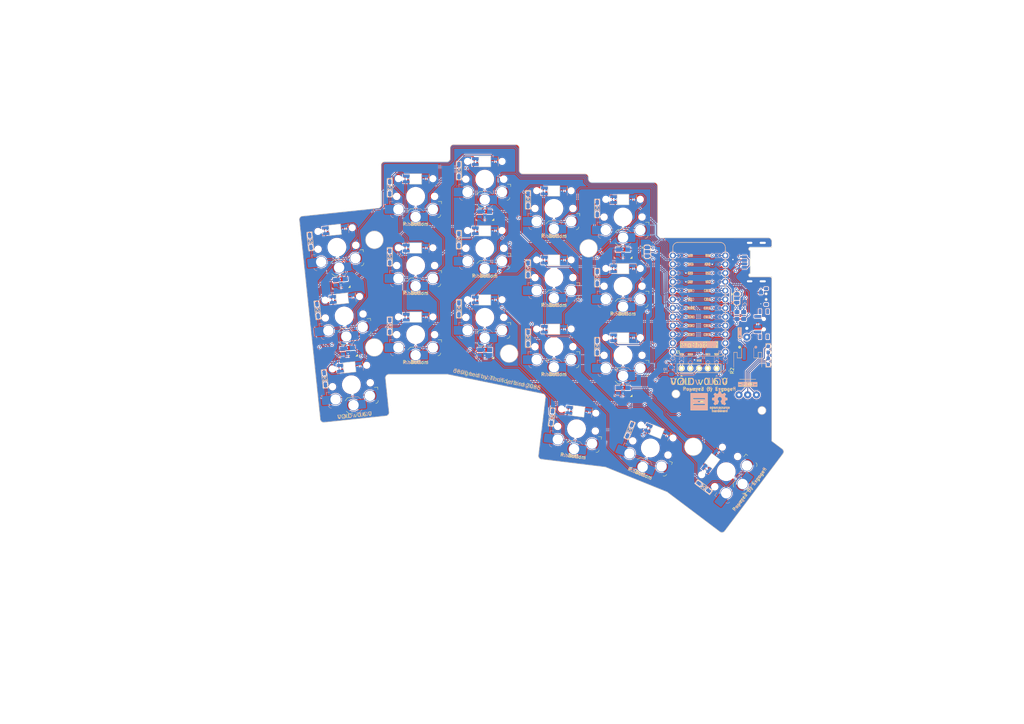
<source format=kicad_pcb>
(kicad_pcb (version 20240108) (generator "pcbnew") (generator_version "8.0")
  (title_block (title "void-3x5-chocolate") (date "2024-11-17") (rev "0.5.9") (company "Allen Choi"))
  (layers (0 "F.Cu" signal) (31 "B.Cu" signal) (34 "B.Paste" user) (35 "F.Paste" user) (36 "B.SilkS" user "B.Silkscreen") (37 "F.SilkS" user "F.Silkscreen") (38 "B.Mask" user) (39 "F.Mask" user) (44 "Edge.Cuts" user))
  (net 0 "")
  (net 1 "col_pinky")
  (net 2 "Net-(D1-A)")
  (net 3 "Net-(D2-A)")
  (net 4 "Net-(D3-A)")
  (net 5 "col_ring")
  (net 6 "Net-(D4-A)")
  (net 7 "Net-(D5-A)")
  (net 8 "Net-(D6-A)")
  (net 9 "col_middle")
  (net 10 "Net-(D7-A)")
  (net 11 "Net-(D8-A)")
  (net 12 "Net-(D9-A)")
  (net 13 "col_index")
  (net 14 "Net-(D10-A)")
  (net 15 "Net-(D11-A)")
  (net 16 "Net-(D12-A)")
  (net 17 "col_inner")
  (net 18 "Net-(D13-A)")
  (net 19 "Net-(D14-A)")
  (net 20 "Net-(D15-A)")
  (net 21 "Net-(D16-A)")
  (net 22 "Net-(D17-A)")
  (net 23 "Net-(D18-A)")
  (net 24 "row_bottom")
  (net 25 "row_home")
  (net 26 "row_thumb")
  (net 27 "VCC")
  (net 28 "GND")
  (net 29 "LED")
  (net 30 "LED_PER_KEY")
  (net 31 "SCL")
  (net 32 "CS")
  (net 33 "SDA")
  (net 34 "Net-(J1-CC2)")
  (net 35 "Net-(J1-CC1)")
  (net 37 "BAT")
  (net 38 "Net-(J2-Pin_2)")
  (net 39 "LED_UNDERGLOW")
  (net 40 "Net-(J4-Pin_3)")
  (net 41 "DATA")
  (net 42 "Net-(J4-Pin_1)")
  (net 43 "Net-(L1-DIN)")
  (net 44 "Net-(L1-DOUT)")
  (net 45 "Net-(L2-DOUT)")
  (net 51 "Net-(L4-DIN)")
  (net 52 "Net-(L5-DIN)")
  (net 53 "Net-(L6-DIN)")
  (net 54 "Net-(L7-DOUT)")
  (net 55 "Net-(L16-DOUT)")
  (net 56 "Net-(L8-DOUT)")
  (net 57 "Net-(L10-DIN)")
  (net 58 "Net-(L10-DOUT)")
  (net 59 "Net-(L11-DIN)")
  (net 60 "Net-(L12-DIN)")
  (net 61 "Net-(L13-DIN)")
  (net 62 "Net-(L13-DOUT)")
  (net 63 "Net-(L14-DOUT)")
  (net 64 "Net-(L16-DIN)")
  (net 65 "Net-(L19-DOUT)")
  (net 66 "Net-(L20-DOUT)")
  (net 67 "Net-(L21-DOUT)")
  (net 68 "Net-(L22-DOUT)")
  (net 69 "Net-(L23-DOUT)")
  (net 70 "RESET")
  (net 71 "IS_LEFT")
  (net 75 "Net-(J4-Pin_2)")
  (net 76 "row_top")
  (footprint "TB2086_SMD:D3_SMD_rev" (layer "F.Cu") (at 160.057316 120.938795 -97)
    (property "Reference" "D16" (hide yes))
    (property "Value" "D" (hide yes))
  )
  (footprint "TB2086_SMD:D3_SMD_rev" (layer "F.Cu") (at 173.195385 100.55535 -90)
    (property "Reference" "D13" (hide yes))
    (property "Value" "D" (hide yes))
  )
  (footprint "TB2086_LED:LED_SK6812MINI-E_rev" (layer "F.Cu") (at 160.645385 75.42535)
    (property "Reference" "L11")
    (property "Value" "SK6812MINI-E" (hide yes))
    (fp_line (start -1.7 -1.5) (end 1.7 -1.5) (stroke (width 0.12)) (layer "Edge.Cuts"))
    (fp_line (start -1.7 1.5) (end -1.7 -1.5) (stroke (width 0.12)) (layer "Edge.Cuts"))
    (fp_line (start 1.7 -1.5) (end 1.7 1.5) (stroke (width 0.12)) (layer "Edge.Cuts"))
    (fp_line (start 1.7 1.5) (end -1.7 1.5) (stroke (width 0.12)) (layer "Edge.Cuts"))
  )
  (footprint "TB2086_SMD:D3_SMD_rev" (layer "F.Cu") (at 133.095385 69.50535 -90)
    (property "Reference" "D8" (hide yes))
    (property "Value" "D" (hide yes))
  )
  (footprint "TB2086_MISC:Pogopin_1x03_P2.54mm" (layer "F.Cu") (at 216.845385 114.50535)
    (property "Reference" "J4" (hide yes))
    (property "Value" "Conn_01x03")
  )
  (footprint "TB2086_SMD:JST_PH_S2B-PH-SM4-TB_1x02-1MP_P2.00mm_Horizontal_rev" (layer "F.Cu") (at 216.845385 105.50535)
    (property "Reference" "J2" (hide yes))
    (property "Value" "Conn_01x02")
  )
  (footprint "TB2086_MISC:ProMicro-dn-rev-unrouted" (layer "F.Cu") (at 202.745385 86.80535)
    (property "Reference" "MCU1" (hide yes))
    (property "Value" "nice!nano-ish" (hide yes))
  )
  (footprint "TB2086_LED:LED_SK6812MINI-E_rev" (layer "F.Cu") (at 206.557343 133.725511 53)
    (property "Reference" "L18")
    (property "Value" "SK6812MINI-E" (hide yes))
    (fp_line (start -1.7 -1.5) (end 1.7 -1.5) (stroke (width 0.12)) (layer "Edge.Cuts"))
    (fp_line (start 1.7 -1.5) (end 1.7 1.5) (stroke (width 0.12)) (layer "Edge.Cuts"))
    (fp_line (start -1.7 1.5) (end -1.7 -1.5) (stroke (width 0.12)) (layer "Edge.Cuts"))
    (fp_line (start 1.7 1.5) (end -1.7 1.5) (stroke (width 0.12)) (layer "Edge.Cuts"))
  )
  (footprint "TB2086_SMD:D3_SMD_rev" (layer "F.Cu") (at 153.145385 57.95535 -90)
    (property "Reference" "D12" (hide yes))
    (property "Value" "D" (hide yes))
  )
  (footprint "TB2086_LED:LED_SK6812MINI_PLCC4_3.5x3.5mm_P1.75mm_rev_all" (layer "F.Cu") (at 180.695385 73.03535)
    (property "Reference" "L19" (hide yes))
    (property "Value" "SK6812MINI")
  )
  (footprint "TB2086_KEYSWITCH:SW_choc_v1_v2_HS_1u_reversible" (layer "F.Cu") (at 120.545385 77.00535)
    (property "Reference" "S5" (hide yes))
    (property "Value" "SW_CHOC_HS")
  )
  (footprint "TB2086_KEYSWITCH:SW_choc_v1_v2_HS_1u_reversible" (layer "F.Cu") (at 160.645385 60.45535)
    (property "Reference" "S12" (hide yes))
    (property "Value" "SW_CHOC_HS")
  )
  (footprint "TB2086_SMD:D3_SMD_rev" (layer "F.Cu") (at 133.095385 89.55535 -90)
    (property "Reference" "D7" (hide yes))
    (property "Value" "D" (hide yes))
  )
  (footprint "TB2086_LED:LED_SK6812MINI_PLCC4_3.5x3.5mm_P1.75mm_rev_all" (layer "F.Cu") (at 100.869678 101.667286 6)
    (property "Reference" "L22" (hide yes))
    (property "Value" "SK6812MINI")
  )
  (footprint "TB2086_LED:LED_SK6812MINI-E_rev" (layer "F.Cu") (at 140.595385 46.87535)
    (property "Reference" "L9")
    (property "Value" "SK6812MINI-E" (hide yes))
    (fp_line (start -1.7 -1.5) (end 1.7 -1.5) (stroke (width 0.12)) (layer "Edge.Cuts"))
    (fp_line (start -1.7 1.5) (end -1.7 -1.5) (stroke (width 0.12)) (layer "Edge.Cuts"))
    (fp_line (start 1.7 -1.5) (end 1.7 1.5) (stroke (width 0.12)) (layer "Edge.Cuts"))
    (fp_line (start 1.7 1.5) (end -1.7 1.5) (stroke (width 0.12)) (layer "Edge.Cuts"))
  )
  (footprint "TB2086_SMD:D3_SMD_rev" (layer "F.Cu") (at 133.095385 49.45535 -90)
    (property "Reference" "D9" (hide yes))
    (property "Value" "D" (hide yes))
  )
  (footprint "TB2086_LED:LED_0603_1608Metric_Pad1.05x0.95mm_HandSolder" (layer "F.Cu") (at 222.795385 101.30535 90)
    (property "Reference" "LED2" (hide yes))
    (property "Value" "CHRG")
  )
  (footprint "TB2086_SMD:D3_SMD_rev" (layer "F.Cu") (at 113.045385 54.45535 -90)
    (property "Reference" "D6" (hide yes))
    (property "Value" "D" (hide yes))
  )
  (footprint "TB2086_KEYSWITCH:SW_choc_v1_v2_HS_1u_reversible" (layer "F.Cu") (at 160.645385 80.50535)
    (property "Reference" "S11" (hide yes))
    (property "Value" "SW_CHOC_HS")
  )
  (footprint "TB2086_LED:LED_SK6812MINI-E_rev" (layer "F.Cu") (at 120.545385 51.87535)
    (property "Reference" "L6")
    (property "Value" "SK6812MINI-E" (hide yes))
    (fp_line (start -1.7 -1.5) (end 1.7 -1.5) (stroke (width 0.12)) (layer "Edge.Cuts"))
    (fp_line (start -1.7 1.5) (end -1.7 -1.5) (stroke (width 0.12)) (layer "Edge.Cuts"))
    (fp_line (start 1.7 -1.5) (end 1.7 1.5) (stroke (width 0.12)) (layer "Edge.Cuts"))
    (fp_line (start 1.7 1.5) (end -1.7 1.5) (stroke (width 0.12)) (layer "Edge.Cuts"))
  )
  (footprint "TB2086_LED:LED_SK6812MINI-E_rev" (layer "F.Cu") (at 180.695385 97.97535)
    (property "Reference" "L13")
    (property "Value" "SK6812MINI-E" (hide yes))
    (fp_line (start -1.7 -1.5) (end 1.7 -1.5) (stroke (width 0.12)) (layer "Edge.Cuts"))
    (fp_line (start -1.7 1.5) (end -1.7 -1.5) (stroke (width 0.12)) (layer "Edge.Cuts"))
    (fp_line (start 1.7 -1.5) (end 1.7 1.5) (stroke (width 0.12)) (layer "Edge.Cuts"))
    (fp_line (start 1.7 1.5) (end -1.7 1.5) (stroke (width 0.12)) (layer "Edge.Cuts"))
  )
  (footprint "TB2086_LED:LED_SK6812MINI_PLCC4_3.5x3.5mm_P1.75mm_rev_all" (layer "F.Cu") (at 140.595385 102.13535)
    (property "Reference" "L23" (hide yes))
    (property "Value" "SK6812MINI")
  )
  (footprint "TB2086_KEYSWITCH:SW_choc_v1_v2_HS_1u_reversible" (layer "F.Cu") (at 120.545385 56.95535)
    (property "Reference" "S6" (hide yes))
    (property "Value" "SW_CHOC_HS")
  )
  (footprint "TB2086_KEYSWITCH:SW_choc_v1_v2_HS_1u_reversible" (layer "F.Cu") (at 97.720236 71.702341 6)
    (property "Reference" "S3" (hide yes))
    (property "Value" "SW_CHOC_HS")
  )
  (footprint "TB2086_MISC:SolderJumper-3_P1.3mm_Open_RoundedPad1.0x1.5mm_rev" (layer "F.Cu") (at 187.695385 73.00535 -90)
    (property "Reference" "JP1" (hide yes))
    (property "Value" "Jumper_3_Bridged12")
  )
  (footprint "TB2086_LED:LED_SK6812MINI-E_rev" (layer "F.Cu") (at 160.645385 55.37535)
    (property "Reference" "L12")
    (property "Value" "SK6812MINI-E" (hide yes))
    (fp_line (start -1.7 -1.5) (end 1.7 -1.5) (stroke (width 0.12)) (layer "Edge.Cuts"))
    (fp_line (start -1.7 1.5) (end -1.7 -1.5) (stroke (width 0.12)) (layer "Edge.Cuts"))
    (fp_line (start 1.7 -1.5) (end 1.7 1.5) (stroke (width 0.12)) (layer "Edge.Cuts"))
    (fp_line (start 1.7 1.5) (end -1.7 1.5) (stroke (width 0.12)) (layer "Edge.Cuts"))
  )
  (footprint "TB2086_SMD:D3_SMD_rev" (layer "F.Cu") (at 90 70 -84)
    (property "Reference" "D3" (hide yes))
    (property "Value" "D" (hide yes))
  )
  (footprint "TB2086_SMD:SMT 2X4X3.5MM Tactile Tact Push Button rev" (layer "F.Cu") (at 222.195385 86.00535 -90)
    (property "Reference" "RSW1" (hide yes))
    (property "Value" "SMT 2X4X3.5MM Tactile Tact Push Button")
    (fp_circle (center -0.8 0) (end -0.45 0) (stroke (width 0.12)) (fill none) (layer "Edge.Cuts"))
    (fp_circle (center 0.85 0) (end 1.2 0) (stroke (width 0.12)) (fill none) (layer "Edge.Cuts"))
  )
  (footprint "TB2086_LED:LED_SK6812MINI-E_rev" (layer "F.Cu") (at 160.645385 95.47535)
    (property "Reference" "L10")
    (property "Value" "SK6812MINI-E" (hide yes))
    (fp_line (start -1.7 -1.5) (end 1.7 -1.5) (stroke (width 0.12)) (layer "Edge.Cuts"))
    (fp_line (start -1.7 1.5) (end -1.7 -1.5) (stroke (width 0.12)) (layer "Edge.Cuts"))
    (fp_line (start 1.7 -1.5) (end 1.7 1.5) (stroke (width 0.12)) (layer "Edge.Cuts"))
    (fp_line (start 1.7 1.5) (end -1.7 1.5) (stroke (width 0.12)) (layer "Edge.Cuts"))
  )
  (footprint "Resistor_SMD:R_0805_2012Metric_Pad1.20x1.40mm_HandSolder" (layer "F.Cu") (at 210.695385 107.55535 -90)
    (property "Reference" "R2")
    (property "Value" "10k")
  )
  (footprint "TB2086_LED:LED_SK6812MINI-E_rev" (layer "F.Cu") (at 97.189231 66.65017 6)
    (property "Reference" "L3")
    (property "Value" "SK6812MINI-E" (hide yes))
    (fp_line (start -1.7 -1.5) (end 1.7 -1.5) (stroke (width 0.12)) (layer "Edge.Cuts"))
    (fp_line (start -1.7 1.5) (end -1.7 -1.5) (stroke (width 0.12)) (layer "Edge.Cuts"))
    (fp_line (start 1.7 -1.5) (end 1.7 1.5) (stroke (width 0.12)) (layer "Edge.Cuts"))
    (fp_line (start 1.7 1.5) (end -1.7 1.5) (stroke (width 0.12)) (layer "Edge.Cuts"))
  )
  (footprint "TB2086_KEYSWITCH:SW_choc_v1_v2_HS_1u_reversible" (layer "F.Cu") (at 167.196739 124.334181 -7)
    (property "Reference" "S16" (hide yes))
    (property "Value" "SW_CHOC_HS")
  )
  (footprint "TB2086_SMD:D3_SMD_rev" (layer "F.Cu") (at 153.145385 98.05535 -90)
    (property "Reference" "D10" (hide yes))
    (property "Value" "D" (hide yes))
  )
  (footprint "TB2086_LED:LED_SK6812MINI-E_rev" (layer "F.Cu") (at 120.545385 71.92535)
    (property "Reference" "L5")
    (property "Value" "SK6812MINI-E" (hide yes))
    (fp_line (start -1.7 -1.5) (end 1.7 -1.5) (stroke (width 0.12)) (layer "Edge.Cuts"))
    (fp_line (start -1.7 1.5) (end -1.7 -1.5) (stroke (width 0.12)) (layer "Edge.Cuts"))
    (fp_line (start 1.7 -1.5) (end 1.7 1.5) (stroke (width 0.12)) (layer "Edge.Cuts"))
    (fp_line (start 1.7 1.5) (end -1.7 1.5) (stroke (width 0.12)) (layer "Edge.Cuts"))
  )
  (footprint "TB2086_MISC:Nice!View_rev" (layer "F.Cu") (at 202.745385 86.80535)
    (property "Reference" "DISP1" (hide yes))
    (property "Value" "Nice!View" (hide yes))
  )
  (footprint "TB2086_KEYSWITCH:SW_choc_v1_v2_HS_1u_reversible" (layer "F.Cu") (at 99.816031 91.642505 6)
    (property "Reference" "S2" (hide yes))
    (property "Value" "SW_CHOC_HS")
  )
  (footprint "TB2086_LED:LED_SK6812MINI-E_rev" (layer "F.Cu") (at 180.695385 57.87535)
    (property "Reference" "L15")
    (property "Value" "SK6812MINI-E" (hide yes))
    (fp_line (start -1.7 -1.5) (end 1.7 -1.5) (stroke (width 0.12)) (layer "Edge.Cuts"))
    (fp_line (start -1.7 1.5) (end -1.7 -1.5) (stroke (width 0.12)) (layer "Edge.Cuts"))
    (fp_line (start 1.7 -1.5) (end 1.7 1.5) (stroke (width 0.12)) (layer "Edge.Cuts"))
    (fp_line (start 1.7 1.5) (end -1.7 1.5) (stroke (width 0.12)) (layer "Edge.Cuts"))
  )
  (footprint "TB2086_LED:LED_SK6812MINI-E_rev" (layer "F.Cu") (at 180.695385 77.92535)
    (property "Reference" "L14")
    (property "Value" "SK6812MINI-E" (hide yes))
    (fp_line (start -1.7 -1.5) (end 1.7 -1.5) (stroke (width 0.12)) (layer "Edge.Cuts"))
    (fp_line (start -1.7 1.5) (end -1.7 -1.5) (stroke (width 0.12)) (layer "Edge.Cuts"))
    (fp_line (start 1.7 -1.5) (end 1.7 1.5) (stroke (width 0.12)) (layer "Edge.Cuts"))
    (fp_line (start 1.7 1.5) (end -1.7 1.5) (stroke (width 0.12)) (layer "Edge.Cuts"))
  )
  (footprint "TB2086_LED:LED_SK6812MINI_PLCC4_3.5x3.5mm_P1.75mm_rev_all" (layer "F.Cu") (at 140.595385 62.03535)
    (property "Reference" "L20" (hide yes))
    (property "Value" "SK6812MINI")
  )
  (footprint "TB2086_KEYSWITCH:SW_choc_v1_v2_HS_1u_reversible" (layer "F.Cu") (at 180.695385 103.05535)
    (property "Reference" "S13" (hide yes))
    (property "Value" "SW_CHOC_HS")
  )
  (footprint "TB2086_LED:LED_SK6812MINI_PLCC4_3.5x3.5mm_P1.75mm_rev_all" (layer "F.Cu") (at 180.695385 113.13535)
    (property "Reference" "L24" (hide yes))
    (property "Value" "SK6812MINI")
  )
  (footprint "TB2086_SMD:D3_SMD_rev" (layer "F.Cu") (at 173.195385 80.50535 -90)
    (property "Reference" "D14" (hide yes))
    (property "Value" "D" (hide yes))
  )
  (footprint "TB2086_SMD:SW_SPDT_PCM12" (layer "F.Cu") (at 221.195385 94.00535 90)
    (property "Reference" "SW_SPDT1" (hide yes))
    (property "Value" "SW_SPDT1")
  )
  (footprint "TB2086_LED:LED_SK6812MINI-E_rev" (layer "F.Cu") (at 190.518371 125.20965 -22)
    (property "Reference" "L17")
    (property "Value" "SK6812MINI-E" (hide yes))
    (fp_line (start -1.699999 1.5) (end -1.7 -1.5) (stroke (width 0.12)) (layer "Edge.Cuts"))
    (fp_line (start -1.7 -1.5) (end 1.699999 -1.5) (stroke (width 0.12)) (layer "Edge.Cuts"))
    (fp_line (start 1.7 1.5) (end -1.699999 1.5) (stroke (width 0.12)) (layer "Edge.Cuts"))
    (fp_line (start 1.699999 -1.5) (end 1.7 1.5) (stroke (width 0.12)) (layer "Edge.Cuts"))
  )
  (footprint "TB2086_LED:LED_SK6812MINI-E_rev" (layer "F.Cu") (at 140.595385 86.97535)
    (property "Reference" "L7")
    (property "Value" "SK6812MINI-E" (hide yes))
    (fp_line (start -1.7 -1.5) (end 1.7 -1.5) (stroke (width 0.12)) (layer "Edge.Cuts"))
    (fp_line (start -1.7 1.5) (end -1.7 -1.5) (stroke (width 0.12)) (layer "Edge.Cuts"))
    (fp_line (start 1.7 -1.5) (end 1.7 1.5) (stroke (width 0.12)) (layer "Edge.Cuts"))
    (fp_line (start 1.7 1.5) (end -1.7 1.5) (stroke (width 0.12)) (layer "Edge.Cuts"))
  )
  (footprint "TB2086_SMD:D3_SMD_rev" (layer "F.Cu") (at 173.195385 60.45535 -90)
    (property "Reference" "D15" (hide yes))
    (property "Value" "D" (hide yes))
  )
  (footprint "TB2086_KEYSWITCH:SW_choc_v1_v2_HS_1u_reversible" (layer "F.Cu") (at 120.545385 97.05535)
    (property "Reference" "S4" (hide yes))
    (property "Value" "SW_CHOC_HS")
  )
  (footprint "TB2086_KEYSWITCH:SW_choc_v1_v2_HS_1.5u_reversible" (layer "F.Cu") (at 210.614412 136.782731 53)
    (property "Reference" "S18" (hide yes))
    (property "Value" "SW_CHOC_HS" (hide yes))
  )
  (footprint "TB2086_LED:LED_SK6812MINI-E_rev" (layer "F.Cu") (at 120.545385 91.97535)
    (property "Reference" "L4")
    (property "Value" "SK6812MINI-E" (hide yes))
    (fp_line (start -1.7 -1.5) (end 1.7 -1.5) (stroke (width 0.12)) (layer "Edge.Cuts"))
    (fp_line (start -1.7 1.5) (end -1.7 -1.5) (stroke (width 0.12)) (layer "Edge.Cuts"))
    (fp_line (start 1.7 -1.5) (end 1.7 1.5) (stroke (width 0.12)) (layer "Edge.Cuts"))
    (fp_line (start 1.7 1.5) (end -1.7 1.5) (stroke (width 0.12)) (layer "Edge.Cuts"))
  )
  (footprint "TB2086_SMD:D3_SMD_rev" (layer "F.Cu") (at 113.045385 94.55535 -90)
    (property "Reference" "D4" (hide yes))
    (property "Value" "D" (hide yes))
  )
  (footprint "TB2086_MISC:SolderJumper-2_P1.3mm_Open_TrianglePad1.0x1.2mm_rev" (layer "F.Cu") (at 215.995385 87.80535 -90)
    (property "Reference" "JP3" (hide yes))
    (property "Value" "~")
  )
  (footprint "TB2086_KEYSWITCH:SW_choc_v1_v2_HS_1u_reversible" (layer "F.Cu") (at 180.695385 62.95535)
    (property "Reference" "S15" (hide yes))
    (property "Value" "SW_CHOC_HS")
  )
  (footprint "TB2086_LED:LED_0603_1608Metric_Pad1.05x0.95mm_HandSolder" (layer "F.Cu") (at 222.795385 104.80535 -90)
    (property "Reference" "LED4" (hide yes))
    (property "Value" "STDBY")
  )
  (footprint "TB2086_SMD:D3_SMD_rev" (layer "F.Cu") (at 94.191592 109.880328 -84)
    (property "Reference" "D1" (hide yes))
    (property "Value" "D" (hide yes))
  )
  (footprint "TB2086_KEYSWITCH:SW_choc_v1_v2_HS_1u_reversible" (layer "F.Cu") (at 160.645385 100.55535)
    (property "Reference" "S10" (hide yes))
    (property "Value" "SW_CHOC_HS")
  )
  (footprint "TB2086_SMD:D3_SMD_rev" (layer "F.Cu") (at 204.10421 141.26796 -37)
    (property "Reference" "D18" (hide yes))
    (property "Value" "D" (hide yes))
  )
  (footprint "ceoloide:utility_ergogen_logo" (layer "F.Cu") (at 202.745385 116.50535)
    (property "Reference" "LOGO1" (hide yes))
    (property "Value" "")
  )
  (footprint "TB2086_KEYSWITCH:SW_choc_v1_v2_HS_1u_reversible" (layer "F.Cu") (at 140.595385 92.05535)
    (property "Reference" "S7" (hide yes))
    (property "Value" "SW_CHOC_HS")
  )
  (footprint "TB2086_SMD:D3_SMD_rev" (layer "F.Cu") (at 113.045385 74.50535 -90)
    (property "Reference" "D5" (hide yes))
    (property "Value" "D" (hide yes))
  )
  (footprint "undefined" (layer "F.Cu") (at 208.745385 116.50535)
    (property "Reference" "LOGO2" (hide yes))
    (property "Value" "undefined" (hide yes))
  )
  (footprint "TB2086_KEYSWITCH:SW_choc_v1_v2_HS_1u_reversible" (layer "F.Cu") (at 140.595385 72.00535)
    (property "Reference" "S8" (hide yes))
    (property "Value" "SW_CHOC_HS")
  )
  (footprint "TB2086_LED:LED_SK6812MINI-E_rev" (layer "F.Cu") (at 140.595385 66.92535)
    (property "Reference" "L8")
    (property "Value" "SK6812MINI-E" (hide yes))
    (fp_line (start -1.7 -1.5) (end 1.7 -1.5) (stroke (width 0.12)) (layer "Edge.Cuts"))
    (fp_line (start -1.7 1.5) (end -1.7 -1.5) (stroke (width 0.12)) (layer "Edge.Cuts"))
    (fp_line (start 1.7 -1.5) (end 1.7 1.5) (stroke (width 0.12)) (layer "Edge.Cuts"))
    (fp_line (start 1.7 1.5) (end -1.7 1.5) (stroke (width 0.12)) (layer "Edge.Cuts"))
  )
  (footprint "TB2086_KEYSWITCH:SW_choc_v1_v2_HS_1u_reversible" (layer "F.Cu") (at 140.595385 51.95535)
    (property "Reference" "S9" (hide yes))
    (property "Value" "SW_CHOC_HS")
  )
  (footprint "TB2086_SMD:R_0805_2012Metric_Pad1.20x1.40mm_HandSolder_rev" (layer "F.Cu") (at 213.695385 91.50535 -90)
    (property "Reference" "R3" (hide yes))
    (property "Value" "4.7k")
  )
  (footprint "TB2086_LED:LED_SK6812MINI-E_rev" (layer "F.Cu") (at 167.815835 119.292046 -7)
    (property "Reference" "L16")
    (property "Value" "SK6812MINI-E" (hide yes))
    (fp_line (start -1.7 1.5) (end -1.7 -1.5) (stroke (width 0.12)) (layer "Edge.Cuts"))
    (fp_line (start -1.7 -1.5) (end 1.7 -1.5) (stroke (width 0.12)) (layer "Edge.Cuts"))
    (fp_line (start 1.7 1.5) (end -1.7 1.5) (stroke (width 0.12)) (layer "Edge.Cuts"))
    (fp_line (start 1.7 -1.5) (end 1.7 1.5) (stroke (width 0.12)) (layer "Edge.Cuts"))
  )
  (footprint "TB2086_SMD:D3_SMD_rev" (layer "F.Cu") (at 153.145385 78.00535 -90)
    (property "Reference" "D11" (hide yes))
    (property "Value" "D" (hide yes))
  )
  (footprint "TB2086_KEYSWITCH:SW_choc_v1_v2_HS_1u_reversible" (layer "F.Cu") (at 101.911827 111.582669 6)
    (property "Reference" "S1" (hide yes))
    (property "Value" "SW_CHOC_HS")
  )
  (footprint "TB2086_LED:LED_0603_1608Metric_Pad1.05x0.95mm_HandSolder" (layer "F.Cu") (at 222.795385 104.80535 90)
    (property "Reference" "LED3" (hide yes))
    (property "Value" "STDBY")
  )
  (footprint "TB2086_SMD:SW_SPDT_PCM12" (layer "F.Cu") (at 221.195385 94.00535 90)
    (property "Reference" "SW_SPDT2" (hide yes))
    (property "Value" "SW_SPDT2" (hide yes))
  )
  (footprint "TB2086_LED:LED_0603_1608Metric_Pad1.05x0.95mm_HandSolder" (layer "F.Cu") (at 222.795385 101.30535 -90)
    (property "Reference" "LED1" (hide yes))
    (property "Value" "CHRG")
  )
  (footprint "TB2086_SMD:D3_SMD_rev" (layer "F.Cu") (at 182.598007 124.792235 -112)
    (property "Reference" "D17" (hide yes))
    (property "Value" "D" (hide yes))
  )
  (footprint "TB2086_LED:LED_SK6812MINI_PLCC4_3.5x3.5mm_P1.75mm_rev_all" (layer "F.Cu") (at 98.773882 81.727122 6)
    (property "Reference" "L21" (hide yes))
    (property "Value" "SK6812MINI")
  )
  (footprint "TB2086_MISC:SolderJumper-3_P1.3mm_Open_RoundedPad1.0x1.5mm_rev" (layer "F.Cu") (at 213.695385 86.50535 -90)
    (property "Reference" "JP2" (hide yes))
    (property "Value" "Jumper_3_Bridged12")
  )
  (footprint "TB2086_MISC:Pogopin_1x02_P2.54mm" (layer "F.Cu") (at 216.595385 96.50535 -90)
    (property "Reference" "J3" (hide yes))
    (property "Value" "Conn_01x02")
  )
  (footprint "TB2086_KEYSWITCH:SW_choc_v1_v2_HS_1u_reversible" (layer "F.Cu") (at 188.61537 129.919744 -22)
    (property "Reference" "S17" (hide yes))
    (property "Value" "SW_CHOC_HS")
  )
  (footprint "TB2086_SMD:USB-20C-F-6C16_rev" (layer "F.Cu") (at 220.405385 76.00535 90)
    (property "Reference" "J1" (hide yes))
    (property "Value" "USB_C_Receptacle_PowerOnly_6P")
    (fp_line (start 4.3 -2.8) (end 4.3 3.4) (stroke (width 0.15)) (layer "Edge.Cuts"))
    (fp_line (start -3.3 -2.8) (end 3.3 -2.8) (stroke (width 0.15)) (layer "Edge.Cuts"))
    (fp_line (start -4.3 3.4) (end -4.3 -2.8) (stroke (width 0.15)) (layer "Edge.Cuts"))
    (fp_arc (start 3.3 -2.8) (mid 3.8 -3.3) (end 4.3 -2.8) (stroke (width 0.15)) (layer "Edge.Cuts"))
    (fp_arc (start -4.3 -2.8) (mid -3.8 -3.3) (end -3.3 -2.8) (stroke (width 0.15)) (layer "Edge.Cuts"))
  )
  (footprint "TB2086_KEYSWITCH:SW_choc_v1_v2_HS_1u_reversible" (layer "F.Cu") (at 180.695385 83.00535)
    (property "Reference" "S14" (hide yes))
    (property "Value" "SW_CHOC_HS")
  )
  (footprint "TB2086_LED:LED_SK6812MINI-E_rev" (layer "F.Cu") (at 101.380822 106.530498 6)
    (property "Reference" "L1")
    (property "Value" "SK6812MINI-E" (hide yes))
    (fp_line (start -1.7 -1.5) (end 1.7 -1.5) (stroke (width 0.12)) (layer "Edge.Cuts"))
    (fp_line (start -1.7 1.5) (end -1.7 -1.5) (stroke (width 0.12)) (layer "Edge.Cuts"))
    (fp_line (start 1.7 -1.5) (end 1.7 1.5) (stroke (width 0.12)) (layer "Edge.Cuts"))
    (fp_line (start 1.7 1.5) (end -1.7 1.5) (stroke (width 0.12)) (layer "Edge.Cuts"))
  )
  (footprint "TB2086_SMD:R_0805_2012Metric_Pad1.20x1.40mm_HandSolder_rev" (layer "F.Cu") (at 215.695385 91.50535 -90)
    (property "Reference" "R4" (hide yes))
    (property "Value" "4.7k")
  )
  (footprint "TB2086_SMD:D3_SMD_rev" (layer "F.Cu") (at 92.095796 89.940164 -84)
    (property "Reference" "D2" (hide yes))
    (property "Value" "D" (hide yes))
  )
  (footprint "TB2086_LED:LED_SK6812MINI-E_rev" (layer "F.Cu") (at 99.285027 86.590334 6)
    (property "Reference" "L2")
    (property "Value" "SK6812MINI-E" (hide yes))
    (fp_line (start -1.7 -1.5) (end 1.7 -1.5) (stroke (width 0.12)) (layer "Edge.Cuts"))
    (fp_line (start -1.7 1.5) (end -1.7 -1.5) (stroke (width 0.12)) (layer "Edge.Cuts"))
    (fp_line (start 1.7 -1.5) (end 1.7 1.5) (stroke (width 0.12)) (layer "Edge.Cuts"))
    (fp_line (start 1.7 1.5) (end -1.7 1.5) (stroke (width 0.12)) (layer "Edge.Cuts"))
  )
  (footprint "Resistor_SMD:R_0805_2012Metric_Pad1.20x1.40mm_HandSolder" (layer "B.Cu") (at 194.695385 107.55535 -90)
    (property "Reference" "R1")
    (property "Value" "10k")
  )
  (gr_arc (start 130.570385 42.93035) (mid 130.863279 42.223244) (end 131.570385 41.93035) (stroke (width 0.15)) (layer "Edge.Cuts"))
  (gr_circle (center 147.645385 102.55535) (end 150.195385 102.55535) (stroke (width 0.15)) (fill none) (layer "Edge.Cuts"))
  (gr_line (start 90.893847 102.660485) (end 92.885114 121.606127) (stroke (width 0.15)) (layer "Edge.Cuts"))
  (gr_arc (start 157.412587 114.200753) (mid 158.024514 114.596524) (end 158.205407 115.302474) (stroke (width 0.15)) (layer "Edge.Cuts"))
  (gr_arc (start 110.520385 47.93035) (mid 110.813278 47.223243) (end 111.520385 46.93035) (stroke (width 0.15)) (layer "Edge.Cuts"))
  (gr_circle (center 220.974713 119.04621) (end 222.124713 119.04621) (stroke (width 0.15)) (fill none) (layer "Edge.Cuts"))
  (gr_circle (center 108.580311 69.555393) (end 111.130311 69.555393) (stroke (width 0.15)) (fill none) (layer "Edge.Cuts"))
  (gr_circle (center 201.086114 129.565578) (end 203.636114 129.565578) (stroke (width 0.15)) (fill none) (layer "Edge.Cuts"))
  (gr_line (start 193.558297 142.759017) (end 208.772304 154.223593) (stroke (width 0.15)) (layer "Edge.Cuts"))
  (gr_line (start 157.01727 133.184585) (end 175.443563 135.447049) (stroke (width 0.15)) (layer "Edge.Cuts"))
  (gr_line (start 109.624914 60.370888) (end 106.64242 60.684361) (stroke (width 0.15)) (layer "Edge.Cuts"))
  (gr_line (start 158.205407 115.302474) (end 156.146593 132.070169) (stroke (width 0.15)) (layer "Edge.Cuts"))
  (gr_line (start 129.937824 108.600498) (end 157.412587 114.200753) (stroke (width 0.15)) (layer "Edge.Cuts"))
  (gr_line (start 150.620385 49.43035) (end 150.620385 42.93035) (stroke (width 0.15)) (layer "Edge.Cuts"))
  (gr_line (start 149.620385 41.93035) (end 131.570385 41.93035) (stroke (width 0.15)) (layer "Edge.Cuts"))
  (gr_arc (start 149.620385 41.93035) (mid 150.327517 42.223218) (end 150.620385 42.93035) (stroke (width 0.15)) (layer "Edge.Cuts"))
  (gr_line (start 106.64242 60.684361) (end 87.696778 62.675628) (stroke (width 0.15)) (layer "Edge.Cuts"))
  (gr_line (start 88.798051 82.720321) (end 90.893847 102.660485) (stroke (width 0.15)) (layer "Edge.Cuts"))
  (gr_line (start 190.720385 67.97035) (end 190.720385 53.93035) (stroke (width 0.15)) (layer "Edge.Cuts"))
  (gr_arc (start 130.570385 45.93035) (mid 130.277492 46.637457) (end 129.570385 46.93035) (stroke (width 0.15)) (layer "Edge.Cuts"))
  (gr_circle (center 170.695385 72.00535) (end 173.245385 72.00535) (stroke (width 0.15)) (fill none) (layer "Edge.Cuts"))
  (gr_arc (start 86.806784 63.774679) (mid 87.02416 63.04083) (end 87.696778 62.675628) (stroke (width 0.15)) (layer "Edge.Cuts"))
  (gr_arc (start 175.443563 135.447049) (mid 175.572075 135.471442) (end 175.6963 135.512412) (stroke (width 0.15)) (layer "Edge.Cuts"))
  (gr_line (start 193.575564 142.736103) (end 193.558297 142.759017) (stroke (width 0.15)) (layer "Edge.Cuts"))
  (gr_arc (start 226.871891 130.20463) (mid 227.260364 130.864088) (end 227.068711 131.60508) (stroke (width 0.15)) (layer "Edge.Cuts"))
  (gr_arc (start 93.984165 122.49612) (mid 93.250316 122.278744) (end 92.885114 121.606127) (stroke (width 0.15)) (layer "Edge.Cuts"))
  (gr_arc (start 157.01727 133.184585) (mid 156.351131 132.807698) (end 156.146593 132.070169) (stroke (width 0.15)) (layer "Edge.Cuts"))
  (gr_line (start 226.871891 130.20463) (end 223.802885 127.891968) (stroke (width 0.15)) (layer "Edge.Cuts"))
  (gr_line (start 175.6963 135.512412) (end 193.575564 142.736103) (stroke (width 0.15)) (layer "Edge.Cuts"))
  (gr_line (start 169.670385 50.43035) (end 151.620385 50.43035) (stroke (width 0.15)) (layer "Edge.Cuts"))
  (gr_arc (start 129.738098 108.58035) (mid 129.838468 108.585398) (end 129.937824 108.600498) (stroke (width 0.15)) (layer "Edge.Cuts"))
  (gr_line (start 130.570385 42.93035) (end 130.570385 45.93035) (stroke (width 0.15)) (layer "Edge.Cuts"))
  (gr_line (start 223.805385 71.70535) (end 223.802885 69.97035) (stroke (width 0.15)) (layer "Edge.Cuts"))
  (gr_arc (start 191.720385 68.97035) (mid 191.013303 68.677432) (end 190.720385 67.97035) (stroke (width 0.15)) (layer "Edge.Cuts"))
  (gr_line (start 170.670385 51.93035) (end 170.670385 51.43035) (stroke (width 0.15)) (layer "Edge.Cuts"))
  (gr_arc (start 111.792582 109.684878) (mid 112.043966 108.911225) (end 112.787104 108.58035) (stroke (width 0.15)) (layer "Edge.Cuts"))
  (gr_line (start 110.520385 47.93035) (end 110.520385 59.376366) (stroke (width 0.15)) (layer "Edge.Cuts"))
  (gr_arc (start 171.670385 52.93035) (mid 170.963303 52.637432) (end 170.670385 51.93035) (stroke (width 0.15)) (layer "Edge.Cuts"))
  (gr_arc (start 112.825278 119.510331) (mid 112.607913 120.244188) (end 111.935285 120.609382) (stroke (width 0.15)) (layer "Edge.Cuts"))
  (gr_circle (center 196.023247 114.25407) (end 197.173247 114.25407) (stroke (width 0.15)) (fill none) (layer "Edge.Cuts"))
  (gr_line (start 112.825278 119.510331) (end 111.792582 109.684878) (stroke (width 0.15)) (layer "Edge.Cuts"))
  (gr_line (start 171.670385 52.93035) (end 189.720385 52.93035) (stroke (width 0.15)) (layer "Edge.Cuts"))
  (gr_line (start 112.787104 108.58035) (end 129.738098 108.58035) (stroke (width 0.15)) (layer "Edge.Cuts"))
  (gr_arc (start 189.720385 52.93035) (mid 190.427517 53.223218) (end 190.720385 53.93035) (stroke (width 0.15)) (layer "Edge.Cuts"))
  (gr_line (start 86.806784 63.774679) (end 88.798051 82.720321) (stroke (width 0.15)) (layer "Edge.Cuts"))
  (gr_circle (center 108.545385 100.75535) (end 111.095385 100.75535) (stroke (width 0.15)) (fill none) (layer "Edge.Cuts"))
  (gr_arc (start 151.620385 50.43035) (mid 150.913303 50.137432) (end 150.620385 49.43035) (stroke (width 0.15)) (layer "Edge.Cuts"))
  (gr_line (start 129.570385 46.93035) (end 111.520385 46.93035) (stroke (width 0.15)) (layer "Edge.Cuts"))
  (gr_line (start 93.984165 122.49612) (end 111.935285 120.609382) (stroke (width 0.15)) (layer "Edge.Cuts"))
  (gr_arc (start 210.172755 154.026772) (mid 209.513292 154.415225) (end 208.772304 154.223593) (stroke (width 0.15)) (layer "Edge.Cuts"))
  (gr_line (start 222.802885 68.97035) (end 191.720385 68.97035) (stroke (width 0.15)) (layer "Edge.Cuts"))
  (gr_arc (start 222.802885 68.97035) (mid 223.510017 69.263218) (end 223.802885 69.97035) (stroke (width 0.15)) (layer "Edge.Cuts"))
  (gr_line (start 223.802885 127.891968) (end 223.805385 80.30535) (stroke (width 0.15)) (layer "Edge.Cuts"))
  (gr_line (start 210.172755 154.026772) (end 227.068711 131.60508) (stroke (width 0.15)) (layer "Edge.Cuts"))
  (gr_arc (start 169.670385 50.43035) (mid 170.377517 50.723218) (end 170.670385 51.43035) (stroke (width 0.15)) (layer "Edge.Cuts"))
  (gr_arc (start 110.520385 59.376366) (mid 110.263531 60.045498) (end 109.624914 60.370888) (stroke (width 0.15)) (layer "Edge.Cuts"))
  (gr_text "-MCU+" (at 216.845385 111.50535 0) (layer "B.SilkS" knockout) (effects (font (size 1 1)) (justify mirror)))
  (gr_text "L. Bottom" (at 180.695385 91.00535 0) (layer "B.SilkS") (effects (font (size 1 1)) (justify mirror)))
  (gr_text "L. Bottom" (at 140.595385 80.00535 0) (layer "B.SilkS") (effects (font (size 1 1)) (justify mirror)))
  (gr_text "VOID v0.6.0" (at 102.852583 120.533366 6) (layer "B.SilkS") (effects (font (size 1.2 1.2)) (justify mirror)))
  (gr_text "L. Bottom" (at 120.545385 85.00535 0) (layer "B.SilkS") (effects (font (size 1 1)) (justify mirror)))
  (gr_text "L. Bottom" (at 185.618517 137.337215 -22) (layer "B.SilkS") (effects (font (size 1 1)) (justify mirror)))
  (gr_text "L. Bottom" (at 160.645385 108.55535 0) (layer "B.SilkS") (effects (font (size 1 1)) (justify mirror)))
  (gr_text "designed by Thunderbird 2086" (at 144.095385 110.05535 -11.5) (layer "B.SilkS") (effects (font (size 1.2 1.2)) (justify mirror)))
  (gr_text "L. Bottom" (at 166.221784 132.27455 -7) (layer "B.SilkS") (effects (font (size 1 1)) (justify mirror)))
  (gr_text "L. Bottom" (at 120.545385 105.05535 0) (layer "B.SilkS") (effects (font (size 1 1)) (justify mirror)))
  (gr_text "L. Bottom" (at 160.645385 88.50535 0) (layer "B.SilkS") (effects (font (size 1 1)) (justify mirror)))
  (gr_text "VOID v0.6.0" (at 202.745385 110.80535 0) (layer "B.SilkS") (effects (font (size 2 2)) (justify mirror)))
  (gr_text "L. Bottom" (at 120.545385 64.95535 0) (layer "B.SilkS") (effects (font (size 1 1)) (justify mirror)))
  (gr_text "Powered By Ergogen" (at 205.745385 112.80535 0) (layer "B.SilkS") (effects (font (size 1 1)) (justify mirror)))
  (gr_text "L. Bottom" (at 202.745385 100.00535 0) (layer "B.SilkS" knockout) (effects (font (size 1.5 1.5)) (justify mirror)))
  (gr_text "- +" (at 214.595385 96.50535 -90) (layer "B.SilkS" knockout) (effects (font (size 1 1))))
  (gr_text "L. Bottom" (at 160.645385 68.45535 0) (layer "B.SilkS") (effects (font (size 1 1)) (justify mirror)))
  (gr_text "Powered By Ergogen" (at 217.402814 141.898159 53) (layer "B.SilkS") (effects (font (size 1 1)) (justify mirror)))
  (gr_text "R. Bottom" (at 120.545385 105.05535 0) (layer "F.SilkS") (effects (font (size 1 1))))
  (gr_text "VOID v0.6.0" (at 202.745385 110.80535 0) (layer "F.SilkS") (effects (font (size 2 2))))
  (gr_text "R. Bottom" (at 160.645385 88.50535 0) (layer "F.SilkS") (effects (font (size 1 1))))
  (gr_text "R. Bottom" (at 160.645385 108.55535 0) (layer "F.SilkS") (effects (font (size 1 1))))
  (gr_text "- +" (at 214.595385 96.50535 -90) (layer "F.SilkS" knockout) (effects (font (size 1 1))))
  (gr_text "R. Bottom" (at 185.618517 137.337215 -22) (layer "F.SilkS") (effects (font (size 1 1))))
  (gr_text "R. Bottom" (at 140.595385 80.00535 0) (layer "F.SilkS") (effects (font (size 1 1))))
  (gr_text "R. Bottom" (at 202.745385 100.00535 0) (layer "F.SilkS" knockout) (effects (font (size 1.5 1.5))))
  (gr_text "R. Bottom" (at 120.545385 64.95535 0) (layer "F.SilkS") (effects (font (size 1 1))))
  (gr_text "R. Bottom" (at 166.221784 132.27455 -7) (layer "F.SilkS") (effects (font (size 1 1))))
  (gr_text "R. Bottom" (at 120.545385 85.00535 0) (layer "F.SilkS") (effects (font (size 1 1))))
  (gr_text "Powered By Ergogen" (at 205.745385 112.80535 0) (layer "F.SilkS") (effects (font (size 1 1))))
  (gr_text "VOID v0.6.0" (at 102.852583 120.533366 6) (layer "F.SilkS") (effects (font (size 1.2 1.2))))
  (gr_text "R. Bottom" (at 180.695385 91.00535 0) (layer "F.SilkS") (effects (font (size 1 1))))
  (gr_text "Powered By Ergogen" (at 217.402814 141.898159 53) (layer "F.SilkS") (effects (font (size 1 1))))
  (gr_text "designed by Thunderbird 2086" (at 144.095385 110.05535 -11.5) (layer "F.SilkS") (effects (font (size 1.2 1.2))))
  (gr_text "-MCU+" (at 216.845385 111.50535 0) (layer "F.SilkS" knockout) (effects (font (size 1 1))))
  (gr_text "R. Bottom" (at 160.645385 68.45535 0) (layer "F.SilkS") (effects (font (size 1 1))))
  (segment (start 100.434306 117.795687) (end 96.835366 118.173952) (width 0.25) (layer "F.Cu") (net 1))
  (segment (start 93.116529 115.162497) (end 91.717322 101.849938) (width 0.25) (layer "F.Cu") (net 1))
  (segment (start 102.534133 117.500326) (end 100.714133 117.500326) (width 0.25) (layer "F.Cu") (net 1))
  (segment (start 96.835366 118.173952) (end 93.116529 115.162497) (width 0.25) (layer "F.Cu") (net 1))
  (segment (start 100.438333 97.560226) (end 98.618333 97.560226) (width 0.25) (layer "F.Cu") (net 1))
  (segment (start 96.25794 99.957039) (end 96.297097 99.956355) (width 0.25) (layer "F.Cu") (net 1))
  (segment (start 91.717322 101.849938) (end 92.689481 100.649422) (width 0.25) (layer "F.Cu") (net 1))
  (segment (start 98.342533 77.620026) (end 96.522534 77.620026) (width 0.25) (layer "F.Cu") (net 1))
  (segment (start 96.297097 99.956355) (end 98.40458 97.773993) (width 0.25) (layer "F.Cu") (net 1))
  (segment (start 206.565834 86.805626) (end 207.571834 86.805626) (width 0.25) (layer "F.Cu") (net 1))
  (via (at 92.689481 100.649422) (size 0.8) (drill 0.4) (layers "F.Cu" "B.Cu") (net 1))
  (via (at 96.25794 99.957039) (size 0.8) (drill 0.4) (layers "F.Cu" "B.Cu") (net 1))
  (segment (start 199.650834 86.505326) (end 199.225833 86.080627) (width 0.25) (layer "B.Cu") (net 1))
  (segment (start 103.954721 66.679468) (end 104.46289 71.514375) (width 0.25) (layer "B.Cu") (net 1))
  (segment (start 191.417733 69.366926) (end 190.347733 68.296925) (width 0.25) (layer "B.Cu") (net 1))
  (segment (start 100.438333 97.560226) (end 102.258334 97.560226) (width 0.25) (layer "B.Cu") (net 1))
  (segment (start 206.356832 86.596926) (end 199.650835 86.596926) (width 0.25) (layer "B.Cu") (net 1))
  (segment (start 111.469733 47.136927) (end 110.867732 47.738926) (width 0.25) (layer "B.Cu") (net 1))
  (segment (start 110.867732 59.737326) (end 109.949732 60.655626) (width 0.25) (layer "B.Cu") (net 1))
  (segment (start 198.625833 86.080626) (end 197.919833 86.786326) (width 0.25) (layer "B.Cu") (net 1))
  (segment (start 104.46289 71.514375) (end 103.343758 72.89639) (width 0.25) (layer "B.Cu") (net 1))
  (segment (start 110.867732 47.738926) (end 110.867732 59.737326) (width 0.25) (layer "B.Cu") (net 1))
  (segment (start 171.063733 53.132726) (end 170.397734 52.466926) (width 0.25) (layer "B.Cu") (net 1))
  (segment (start 130.867733 42.766926) (end 130.867733 46.334727) (width 0.25) (layer "B.Cu") (net 1))
  (segment (start 101.289323 96.388614) (end 103.389327 93.795326) (width 0.25) (layer "B.Cu") (net 1))
  (segment (start 197.919733 86.805627) (end 196.604733 85.490626) (width 0.25) (layer "B.Cu") (net 1))
  (segment (start 199.225833 86.080627) (end 198.625833 86.080626) (width 0.25) (layer "B.Cu") (net 1))
  (segment (start 92.689481 100.649422) (end 92.928097 100.354756) (width 0.25) (layer "B.Cu") (net 1))
  (segment (start 106.367332 85.966751) (end 105.871283 81.247151) (width 0.25) (layer "B.Cu") (net 1))
  (segment (start 96.215687 100.009216) (end 96.25794 99.957039) (width 0.25) (layer "B.Cu") (net 1))
  (segment (start 150.287733 49.798226) (end 150.287733 43.174127) (width 0.25) (layer "B.Cu") (net 1))
  (segment (start 103.003157 90.121161) (end 106.367332 85.966751) (width 0.25) (layer "B.Cu") (net 1))
  (segment (start 150.287733 43.174127) (end 149.370733 42.256927) (width 0.25) (layer "B.Cu") (net 1))
  (segment (start 193.657733 84.530025) (end 193.657733 70.771326) (width 0.25) (layer "B.Cu") (net 1))
  (segment (start 206.565733 86.805626) (end 206.356832 86.596926) (width 0.25) (layer "B.Cu") (net 1))
  (segment (start 190.347733 53.976925) (end 189.503733 53.132727) (width 0.25) (layer "B.Cu") (net 1))
  (segment (start 130.867733 46.334727) (end 130.065733 47.136926) (width 0.25) (layer "B.Cu") (net 1))
  (segment (start 170.397734 52.466926) (end 170.397733 51.460526) (width 0.25) (layer "B.Cu") (net 1))
  (segment (start 103.389327 93.795326) (end 103.003157 90.121161) (width 0.25) (layer "B.Cu") (net 1))
  (segment (start 151.256733 50.766926) (end 150.287733 49.798226) (width 0.25) (layer "B.Cu") (net 1))
  (segment (start 196.604733 85.490626) (end 194.618733 85.490626) (width 0.25) (layer "B.Cu") (net 1))
  (segment (start 100.83268 77.166971) (end 98.556333 77.406227) (width 0.25) (layer "B.Cu") (net 1))
  (segment (start 194.618733 85.490626) (end 193.657733 84.530025) (width 0.25) (layer "B.Cu") (net 1))
  (segment (start 190.347733 68.296925) (end 190.347733 53.976925) (width 0.25) (layer "B.Cu") (net 1))
  (segment (start 199.650835 86.596926) (end 199.650834 86.505326) (width 0.25) (layer "B.Cu") (net 1))
  (segment (start 192.253733 69.366926) (end 191.417733 69.366926) (width 0.25) (layer "B.Cu") (net 1))
  (segment (start 104.567933 117.286526) (end 102.747934 117.286526) (width 0.25) (layer "B.Cu") (net 1))
  (segment (start 101.94148 73.043774) (end 100.150336 75.255655) (width 0.25) (layer "B.Cu") (net 1))
  (segment (start 169.703733 50.766926) (end 151.256733 50.766926) (width 0.25) (layer "B.Cu") (net 1))
  (segment (start 100.150336 75.255655) (end 100.376375 77.406271) (width 0.25) (layer "B.Cu") (net 1))
  (segment (start 92.928097 100.354756) (end 96.215687 100.009216) (width 0.25) (layer "B.Cu") (net 1))
  (segment (start 130.065733 47.136926) (end 111.469733 47.136927) (width 0.25) (layer "B.Cu") (net 1))
  (segment (start 149.370733 42.256927) (end 131.377733 42.256925) (width 0.25) (layer "B.Cu") (net 1))
  (segment (start 131.377733 42.256925) (end 130.867733 42.766926) (width 0.25) (layer "B.Cu") (net 1))
  (segment (start 170.397733 51.460526) (end 169.703733 50.766926) (width 0.25) (layer "B.Cu") (net 1))
  (segment (start 103.343758 72.89639) (end 101.94148 73.043774) (width 0.25) (layer "B.Cu") (net 1))
  (segment (start 193.657733 70.771326) (end 192.253733 69.366926) (width 0.25) (layer "B.Cu") (net 1))
  (segment (start 109.949732 60.655626) (end 108.832733 60.655626) (width 0.25) (layer "B.Cu") (net 1))
  (segment (start 105.871283 81.247151) (end 100.83268 77.166971) (width 0.25) (layer "B.Cu") (net 1))
  (segment (start 189.503733 53.132727) (end 171.063733 53.132726) (width 0.25) (layer "B.Cu") (net 1))
  (segment (start 108.832733 60.655626) (end 103.954721 66.679468) (width 0.25) (layer "B.Cu") (net 1))
  (segment (start 107.256485 114.373829) (end 97.701658 115.378082) (width 0.25) (layer "F.Cu") (net 2))
  (segment (start 109.377234 114.569026) (end 107.497532 114.569027) (width 0.25) (layer "F.Cu") (net 2))
  (segment (start 94.284933 111.041526) (end 94.284933 110.764727) (width 0.25) (layer "F.Cu") (net 2))
  (segment (start 94.317433 111.585825) (end 94.317433 111.074026) (width 0.25) (layer "F.Cu") (net 2))
  (segment (start 94.284933 111.041526) (end 94.284933 110.764727) (width 0.25) (layer "B.Cu") (net 2))
  (segment (start 97.331633 115.835025) (end 95.451932 115.835026) (width 0.25) (layer "B.Cu") (net 2))
  (segment (start 94.488433 112.701126) (end 94.377532 111.645927) (width 0.25) (layer "B.Cu") (net 2))
  (segment (start 94.758828 115.27376) (end 94.488433 112.701126) (width 0.25) (layer "B.Cu") (net 2))
  (segment (start 100.161377 94.924748) (end 104.686452 94.449144) (width 0.25) (layer "F.Cu") (net 3))
  (segment (start 92.221633 91.645625) (end 92.221633 91.133826) (width 0.25) (layer "F.Cu") (net 3))
  (segment (start 92.189133 91.101325) (end 92.189133 90.824525) (width 0.25) (layer "F.Cu") (net 3))
  (segment (start 107.281433 94.628925) (end 105.401732 94.628926) (width 0.25) (layer "F.Cu") (net 3))
  (segment (start 92.663041 95.333669) (end 92.392633 92.760926) (width 0.25) (layer "B.Cu") (net 3))
  (segment (start 92.392633 92.760926) (end 92.281732 91.705726) (width 0.25) (layer "B.Cu") (net 3))
  (segment (start 92.189133 91.101325) (end 92.189133 90.824525) (width 0.25) (layer "B.Cu") (net 3))
  (segment (start 95.235833 95.894926) (end 93.356133 95.894927) (width 0.25) (layer "B.Cu") (net 3))
  (segment (start 95.636303 95.400353) (end 100.161377 94.924748) (width 0.25) (layer "B.Cu") (net 3))
  (segment (start 90.125833 71.705526) (end 90.125833 71.193725) (width 0.25) (layer "F.Cu") (net 4))
  (segment (start 90.093333 71.161226) (end 90.093333 70.884427) (width 0.25) (layer "F.Cu") (net 4))
  (segment (start 104.838516 74.407637) (end 98.213071 75.103999) (width 0.25) (layer "F.Cu") (net 4))
  (segment (start 90.296833 72.820825) (end 90.185932 71.765625) (width 0.25) (layer "B.Cu") (net 4))
  (segment (start 90.567228 75.39346) (end 90.296833 72.820825) (width 0.25) (layer "B.Cu") (net 4))
  (segment (start 90.093333 71.161226) (end 90.093333 70.884427) (width 0.25) (layer "B.Cu") (net 4))
  (segment (start 93.140032 75.954726) (end 91.260333 75.954726) (width 0.25) (layer "B.Cu") (net 4))
  (segment (start 98.065534 74.984526) (end 93.540526 75.460123) (width 0.25) (layer "B.Cu") (net 4))
  (segment (start 118.500833 62.905627) (end 120.545834 62.905625) (width 0.25) (layer "F.Cu") (net 5))
  (segment (start 120.545832 103.005626) (end 118.500832 103.005626) (width 0.25) (layer "F.Cu") (net 5))
  (segment (start 206.565834 89.345626) (end 207.571834 89.345626) (width 0.25) (layer "F.Cu") (net 5))
  (segment (start 151.069733 51.216926) (end 149.837733 49.984626) (width 0.25) (layer "B.Cu") (net 5))
  (segment (start 169.517733 51.216926) (end 151.069733 51.216926) (width 0.25) (layer "B.Cu") (net 5))
  (segment (start 127.100926 87.310973) (end 127.199652 92.966974) (width 0.25) (layer "B.Cu") (net 5))
  (segment (start 130.251733 47.586926) (end 127.787733 47.586927) (width 0.25) (layer "B.Cu") (net 5))
  (segment (start 193.207733 70.957727) (end 192.066734 69.816925) (width 0.25) (layer "B.Cu") (net 5))
  (segment (start 127.562789 47.819863) (end 127.654391 53.067756) (width 0.25) (layer "B.Cu") (net 5))
  (segment (start 124.727761 78.780625) (end 126.765833 78.780625) (width 0.25) (layer "B.Cu") (net 5))
  (segment (start 122.590832 82.955624) (end 122.590832 80.917554) (width 0.25) (layer "B.Cu") (net 5))
  (segment (start 193.207734 84.716427) (end 193.207733 70.957727) (width 0.25) (layer "B.Cu") (net 5))
  (segment (start 198.619833 88.620626) (end 197.919833 89.321026) (width 0.25) (layer "B.Cu") (net 5))
  (segment (start 191.231733 69.816926) (end 189.897734 68.483326) (width 0.25) (layer "B.Cu") (net 5))
  (segment (start 189.897733 54.226926) (end 189.253733 53.582726) (width 0.25) (layer "B.Cu") (net 5))
  (segment (start 128.673834 68.988626) (end 122.590832 62.905626) (width 0.25) (layer "B.Cu") (net 5))
  (segment (start 131.317733 42.953326) (end 131.317734 46.521126) (width 0.25) (layer "B.Cu") (net 5))
  (segment (start 131.317734 46.521126) (end 130.251733 47.586926) (width 0.25) (layer "B.Cu") (net 5))
  (segment (start 124.693418 98.845203) (end 122.556832 101.057702) (width 0.25) (layer "B.Cu") (net 5))
  (segment (start 189.253733 53.582726) (end 170.876733 53.582726) (width 0.25) (layer "B.Cu") (net 5))
  (segment (start 123.570733 61.523726) (end 123.771733 61.724727) (width 0.25) (layer "B.Cu") (net 5))
  (segment (start 196.604733 88.030626) (end 194.618733 88.030626) (width 0.25) (layer "B.Cu") (net 5))
  (segment (start 149.837733 49.984626) (end 149.837733 43.360527) (width 0.25) (layer "B.Cu") (net 5))
  (segment (start 122.590732 62.905625) (end 120.545834 62.905625) (width 0.25) (layer "B.Cu") (net 5))
  (segment (start 131.563733 42.706926) (end 131.317733 42.953326) (width 0.25) (layer "B.Cu") (net 5))
  (segment (start 170.876733 53.582726) (end 169.947733 52.653326) (width 0.25) (layer "B.Cu") (net 5))
  (segment (start 127.787733 47.586927) (end 127.562789 47.819863) (width 0.25) (layer "B.Cu") (net 5))
  (segment (start 149.837733 43.360527) (end 149.183734 42.706927) (width 0.25) (layer "B.Cu") (net 5))
  (segment (start 123.771733 61.724727) (end 122.590832 62.905626) (width 0.25) (layer "B.Cu") (net 5))
  (segment (start 169.947734 51.646927) (end 169.517733 51.216926) (width 0.25) (layer "B.Cu") (net 5))
  (segment (start 124.487733 58.970625) (end 123.570733 59.887625) (width 0.25) (layer "B.Cu") (net 5))
  (segment (start 122.590832 103.005626) (end 120.545832 103.005626) (width 0.25) (layer "B.Cu") (net 5))
  (segment (start 122.590835 82.955627) (end 120.545833 82.955625) (width 0.25) (layer "B.Cu") (net 5))
  (segment (start 206.316833 89.096926) (end 199.701833 89.096926) (width 0.25) (layer "B.Cu") (net 5))
  (segment (start 206.565733 89.345626) (end 206.316833 89.096926) (width 0.25) (layer "B.Cu") (net 5))
  (segment (start 124.487733 56.346926) (end 124.487733 58.970625) (width 0.25) (layer "B.Cu") (net 5))
  (segment (start 127.654391 53.067756) (end 124.487733 56.346926) (width 0.25) (layer "B.Cu") (net 5))
  (segment (start 127.199652 92.966974) (end 124.637131 95.620542) (width 0.25) (layer "B.Cu") (net 5))
  (segment (start 149.183734 42.706927) (end 131.563733 42.706926) (width 0.25) (layer "B.Cu") (net 5))
  (segment (start 123.570733 59.887625) (end 123.570733 61.523726) (width 0.25) (layer "B.Cu") (net 5))
  (segment (start 199.701833 89.096926) (end 199.225833 88.620625) (width 0.25) (layer "B.Cu") (net 5))
  (segment (start 169.947733 52.653326) (end 169.947734 51.646927) (width 0.25) (layer "B.Cu") (net 5))
  (segment (start 189.897734 68.483326) (end 189.897733 54.226926) (width 0.25) (layer "B.Cu") (net 5))
  (segment (start 193.717733 87.130026) (end 193.717733 85.226426) (width 0.25) (layer "B.Cu") (net 5))
  (segment (start 122.556832 101.057702) (end 122.590833 103.005626) (width 0.25) (layer "B.Cu") (net 5))
  (segment (start 122.590832 80.917554) (end 124.727761 78.780625) (width 0.25) (layer "B.Cu") (net 5))
  (segment (start 122.590832 82.955624) (end 127.100926 87.310973) (width 0.25) (layer "B.Cu") (net 5))
  (segment (start 194.618733 88.030626) (end 193.717733 87.130026) (width 0.25) (layer "B.Cu") (net 5))
  (segment (start 128.673834 76.872624) (end 128.673834 68.988626) (width 0.25) (layer "B.Cu") (net 5))
  (segment (start 199.225833 88.620625) (end 198.619833 88.620626) (width 0.25) (layer "B.Cu") (net 5))
  (segment (start 192.066734 69.816925) (end 191.231733 69.816926) (width 0.25) (layer "B.Cu") (net 5))
  (segment (start 193.717733 85.226426) (end 193.207734 84.716427) (width 0.25) (layer "B.Cu") (net 5))
  (segment (start 126.765833 78.780625) (end 128.673834 76.872624) (width 0.25) (layer "B.Cu") (net 5))
  (segment (start 197.919733 89.345627) (end 196.604733 88.030626) (width 0.25) (layer "B.Cu") (net 5))
  (segment (start 124.637131 95.620542) (end 124.693418 98.845203) (width 0.25) (layer "B.Cu") (net 5))
  (segment (start 127.657833 100.805625) (end 125.545833 100.805626) (width 0.25) (layer "F.Cu") (net 6))
  (segment (start 113.045832 95.755625) (end 113.045832 95.444625) (width 0.25) (layer "F.Cu") (net 6))
  (segment (start 120.095833 100.805625) (end 115.545832 100.805627) (width 0.25) (layer "F.Cu") (net 6))
  (segment (start 125.545833 100.805626) (end 120.995832 100.805626) (width 0.25) (layer "F.Cu") (net 6))
  (segment (start 120.995832 100.805626) (end 120.545833 100.355626) (width 0.25) (layer "F.Cu") (net 6))
  (segment (start 113.045832 96.330625) (end 113.045832 95.755625) (width 0.25) (layer "F.Cu") (net 6))
  (segment (start 120.545833 100.355626) (end 120.095833 100.805625) (width 0.25) (layer "F.Cu") (net 6))
  (segment (start 113.045733 98.374126) (end 113.045733 100.230727) (width 0.25) (layer "B.Cu") (net 6))
  (segment (start 115.545832 100.805627) (end 113.620632 100.805625) (width 0.25) (layer "B.Cu") (net 6))
  (segment (start 113.045832 95.755625) (end 113.045832 96.330625) (width 0.25) (layer "B.Cu") (net 6))
  (segment (start 113.045733 98.374126) (end 113.045834 98.374026) (width 0.25) (layer "B.Cu") (net 6))
  (segment (start 113.045834 98.374026) (end 113.045832 96.330625) (width 0.25) (layer "B.Cu") (net 6))
  (segment (start 113.045731 96.330627) (end 113.045733 98.374126) (width 0.25) (layer "B.Cu") (net 6))
  (segment (start 113.045832 95.444625) (end 113.045832 95.755625) (width 0.25) (layer "B.Cu") (net 6))
  (segment (start 120.545834 80.530626) (end 115.770833 80.530626) (width 0.25) (layer "F.Cu") (net 7))
  (segment (start 120.770833 80.755626) (end 120.545834 80.530626) (width 0.25) (layer "F.Cu") (net 7))
  (segment (start 120.545834 80.530626) (end 120.545833 80.305627) (width 0.25) (layer "F.Cu") (net 7))
  (segment (start 113.045834 76.280626) (end 113.045834 75.705626) (width 0.25) (layer "F.Cu") (net 7))
  (segment (start 113.045834 75.705626) (end 113.045833 75.394626) (width 0.25) (layer "F.Cu") (net 7))
  (segment (start 125.545833 80.755626) (end 120.770833 80.755626) (width 0.25) (layer "F.Cu") (net 7))
  (segment (start 127.657834 80.755626) (end 125.545833 80.755626) (width 0.25) (layer "F.Cu") (net 7))
  (segment (start 113.045833 75.394626) (end 113.045834 75.705626) (width 0.25) (layer "B.Cu") (net 7))
  (segment (start 113.045734 78.324126) (end 113.045734 80.367626) (width 0.25) (layer "B.Cu") (net 7))
  (segment (start 113.045833 78.324027) (end 113.045834 76.280626) (width 0.25) (layer "B.Cu") (net 7))
  (segment (start 113.045734 76.280625) (end 113.045734 78.324126) (width 0.25) (layer "B.Cu") (net 7))
  (segment (start 113.045734 78.324126) (end 113.045833 78.324027) (width 0.25) (layer "B.Cu") (net 7))
  (segment (start 115.545832 80.755626) (end 113.433832 80.755627) (width 0.25) (layer "B.Cu") (net 7))
  (segment (start 113.045834 75.705626) (end 113.045834 76.280626) (width 0.25) (layer "B.Cu") (net 7))
  (segment (start 113.045834 56.230627) (end 113.045834 55.655626) (width 0.25) (layer "F.Cu") (net 8))
  (segment (start 127.657833 60.705626) (end 125.545833 60.705626) (width 0.25) (layer "F.Cu") (net 8))
  (segment (start 120.545833 60.255626) (end 120.095833 60.705626) (width 0.25) (layer "F.Cu") (net 8))
  (segment (start 120.995837 60.705626) (end 120.545833 60.255626) (width 0.25) (layer "F.Cu") (net 8))
  (segment (start 120.095833 60.705626) (end 115.545832 60.705625) (width 0.25) (layer "F.Cu") (net 8))
  (segment (start 113.045834 55.655626) (end 113.045833 55.344626) (width 0.25) (layer "F.Cu") (net 8))
  (segment (start 125.545833 60.705626) (end 120.995837 60.705626) (width 0.25) (layer "F.Cu") (net 8))
  (segment (start 113.045733 58.274127) (end 113.045732 60.317626) (width 0.25) (layer "B.Cu") (net 8))
  (segment (start 113.045833 55.344626) (end 113.045834 55.655626) (width 0.25) (layer "B.Cu") (net 8))
  (segment (start 113.045733 56.230626) (end 113.045733 58.274127) (width 0.25) (layer "B.Cu") (net 8))
  (segment (start 113.045833 58.274026) (end 113.045834 56.230627) (width 0.25) (layer "B.Cu") (net 8))
  (segment (start 115.545832 60.705625) (end 113.433832 60.705626) (width 0.25) (layer "B.Cu") (net 8))
  (segment (start 113.045733 58.274127) (end 113.045833 58.274026) (width 0.25) (layer "B.Cu") (net 8))
  (segment (start 113.045834 55.655626) (end 113.045834 56.230627) (width 0.25) (layer "B.Cu") (net 8))
  (segment (start 140.595833 57.905626) (end 138.550832 57.905626) (width 0.25) (layer "F.Cu") (net 9))
  (segment (start 166.472033 130.240125) (end 164.691433 130.240126) (width 0.25) (layer "F.Cu") (net 9))
  (segment (start 140.595833 98.005627) (end 138.550833 98.005626) (width 0.25) (layer "F.Cu") (net 9))
  (segment (start 140.595833 77.955626) (end 138.550833 77.955626) (width 0.25) (layer "F.Cu") (net 9))
  (segment (start 206.565834 91.885626) (end 207.571834 91.885626) (width 0.25) (layer "F.Cu") (net 9))
  (segment (start 199.681833 91.616926) (end 199.225833 91.160626) (width 0.25) (layer "B.Cu") (net 9))
  (segment (start 191.044733 70.266925) (end 189.447732 68.669726) (width 0.25) (layer "B.Cu") (net 9))
  (segment (start 169.497733 52.839726) (end 169.497733 51.833326) (width 0.25) (layer "B.Cu") (net 9))
  (segment (start 144.512534 72.938926) (end 144.512533 70.116925) (width 0.25) (layer "B.Cu") (net 9))
  (segment (start 192.757734 71.144127) (end 191.880734 70.266924) (width 0.25) (layer "B.Cu") (net 9))
  (segment (start 169.497733 51.833326) (end 169.331733 51.666925) (width 0.25) (layer "B.Cu") (net 9))
  (segment (start 199.225833 91.160626) (end 198.625833 91.160626) (width 0.25) (layer "B.Cu") (net 9))
  (segment (start 144.227733 54.280627) (end 143.377733 55.130627) (width 0.25) (layer "B.Cu") (net 9))
  (segment (start 131.226032 97.218826) (end 138.408834 104.401624) (width 0.25) (layer "B.Cu") (net 9))
  (segment (start 146.236033 106.502426) (end 143.201932 103.468326) (width 0.25) (layer "B.Cu") (net 9))
  (segment (start 166.472033 129.346226) (end 163.283733 126.157926) (width 0.25) (layer "B.Cu") (net 9))
  (segment (start 163.283733 123.139725) (end 160.980634 120.836626) (width 0.25) (layer "B.Cu") (net 9))
  (segment (start 192.757733 84.902825) (end 192.757734 71.144127) (width 0.25) (layer "B.Cu") (net 9))
  (segment (start 197.919733 91.885625) (end 196.604733 90.570625) (width 0.25) (layer "B.Cu") (net 9))
  (segment (start 206.296833 91.616927) (end 199.681833 91.616926) (width 0.25) (layer "B.Cu") (net 9))
  (segment (start 193.267734 87.316425) (end 193.267733 85.412826) (width 0.25) (layer "B.Cu") (net 9))
  (segment (start 142.640832 77.955626) (end 142.640833 74.810627) (width 0.25) (layer "B.Cu") (net 9))
  (segment (start 168.501733 130.489427) (end 166.721334 130.489426) (width 0.25) (layer "B.Cu") (net 9))
  (segment (start 144.227733 51.636926) (end 144.227733 54.280627) (width 0.25) (layer "B.Cu") (net 9))
  (segment (start 170.690733 54.032725) (end 169.497733 52.839726) (width 0.25) (layer "B.Cu") (net 9))
  (segment (start 141.323633 77.955627) (end 131.226033 88.053226) (width 0.25) (layer "B.Cu") (net 9))
  (segment (start 146.984333 67.645126) (end 146.984333 62.249126) (width 0.25) (layer "B.Cu") (net 9))
  (segment (start 189.066734 54.032726) (end 170.690733 54.032725) (width 0.25) (layer "B.Cu") (net 9))
  (segment (start 160.980634 120.836626) (end 160.124933 120.836625) (width 0.25) (layer "B.Cu") (net 9))
  (segment (start 189.447733 54.413326) (end 189.066734 54.032726) (width 0.25) (layer "B.Cu") (net 9))
  (segment (start 198.625833 91.160626) (end 197.919833 91.866326) (width 0.25) (layer "B.Cu") (net 9))
  (segment (start 196.604733 90.570625) (end 194.618733 90.570626) (width 0.25) (layer "B.Cu") (net 9))
  (segment (start 142.640834 98.005625) (end 140.595833 98.005627) (width 0.25) (layer "B.Cu") (net 9))
  (segment (start 169.331733 51.666925) (end 150.883733 51.666926) (width 0.25) (layer "B.Cu") (net 9))
  (segment (start 159.372733 120.084426) (end 159.372733 115.446926) (width 0.25) (layer "B.Cu") (net 9))
  (segment (start 145.637733 50.226926) (end 144.227733 51.636926) (width 0.25) (layer "B.Cu") (net 9))
  (segment (start 140.595833 57.905626) (end 142.640733 57.905626) (width 0.25) (layer "B.Cu") (net 9))
  (segment (start 193.267733 85.412826) (end 192.757733 84.902825) (width 0.25) (layer "B.Cu") (net 9))
  (segment (start 150.428233 106.502427) (end 146.236033 106.502426) (width 0.25) (layer "B.Cu") (net 9))
  (segment (start 150.883733 51.666926) (end 149.443733 50.226926) (width 0.25) (layer "B.Cu") (net 9))
  (segment (start 142.268633 104.401626) (end 143.201932 103.468326) (width 0.25) (layer "B.Cu") (net 9))
  (segment (start 191.880734 70.266924) (end 191.044733 70.266925) (width 0.25) (layer "B.Cu") (net 9))
  (segment (start 194.618733 90.570626) (end 193.847733 89.800026) (width 0.25) (layer "B.Cu") (net 9))
  (segment (start 163.283733 126.157926) (end 163.283733 123.139725) (width 0.25) (layer "B.Cu") (net 9))
  (segment (start 193.847733 89.800026) (end 193.847733 87.896426) (width 0.25) (layer "B.Cu") (net 9))
  (segment (start 149.443733 50.226926) (end 145.637733 50.226926) (width 0.25) (layer "B.Cu") (net 9))
  (segment (start 143.201932 103.468326) (end 143.201933 98.566726) (width 0.25) (layer "B.Cu") (net 9))
  (segment (start 143.377733 55.130627) (end 143.377734 57.168726) (width 0.25) (layer "B.Cu") (net 9))
  (segment (start 159.372733 115.446926) (end 150.428233 106.502427) (width 0.25) (layer "B.Cu") (net 9))
  (segment (start 138.408834 104.401624) (end 142.268633 104.401626) (width 0.25) (layer "B.Cu") (net 9))
  (segment (start 189.447732 68.669726) (end 189.447733 54.413326) (width 0.25) (layer "B.Cu") (net 9))
  (segment (start 131.226033 88.053226) (end 131.226032 97.218826) (width 0.25) (layer "B.Cu") (net 9))
  (segment (start 193.847733 87.896426) (end 193.267734 87.316425) (width 0.25) (layer "B.Cu") (net 9))
  (segment (start 142.640833 74.810627) (end 144.512534 72.938926) (width 0.25) (layer "B.Cu") (net 9))
  (segment (start 206.565734 91.885626) (end 206.296833 91.616927) (width 0.25) (layer "B.Cu") (net 9))
  (segment (start 146.984333 62.249126) (end 142.640833 57.905625) (width 0.25) (layer "B.Cu") (net 9))
  (segment (start 144.512533 70.116925) (end 146.984333 67.645126) (width 0.25) (layer "B.Cu") (net 9))
  (segment (start 160.124933 120.836625) (end 159.372733 120.084426) (width 0.25) (layer "B.Cu") (net 9))
  (segment (start 140.145833 95.805626) (end 135.595834 95.805627) (width 0.25) (layer "F.Cu") (net 10))
  (segment (start 133.095833 90.755625) (end 133.095833 90.444626) (width 0.25) (layer "F.Cu") (net 10))
  (segment (start 140.595833 95.355625) (end 140.145833 95.805626) (width 0.25) (layer "F.Cu") (net 10))
  (segment (start 145.595833 95.805625) (end 141.045833 95.805626) (width 0.25) (layer "F.Cu") (net 10))
  (segment (start 133.095833 91.330626) (end 133.095833 90.755625) (width 0.25) (layer "F.Cu") (net 10))
  (segment (start 147.707833 95.805626) (end 145.595833 95.805625) (width 0.25) (layer "F.Cu") (net 10))
  (segment (start 141.045833 95.805626) (end 140.595833 95.355625) (width 0.25) (layer "F.Cu") (net 10))
  (segment (start 133.095833 90.755625) (end 133.095833 91.330626) (width 0.25) (layer "B.Cu") (net 10))
  (segment (start 133.095733 93.374126) (end 133.095732 95.230727) (width 0.25) (layer "B.Cu") (net 10))
  (segment (start 133.095734 91.330626) (end 133.095733 93.374126) (width 0.25) (layer "B.Cu") (net 10))
  (segment (start 135.595834 95.805627) (end 133.670633 95.805626) (width 0.25) (layer "B.Cu") (net 10))
  (segment (start 133.095833 90.444626) (end 133.095833 90.755625) (width 0.25) (layer "B.Cu") (net 10))
  (segment (start 133.095733 93.374126) (end 133.095833 93.374025) (width 0.25) (layer "B.Cu") (net 10))
  (segment (start 133.095833 93.374025) (end 133.095833 91.330626) (width 0.25) (layer "B.Cu") (net 10))
  (segment (start 145.595834 75.755627) (end 141.045833 75.755626) (width 0.25) (layer "F.Cu") (net 11))
  (segment (start 141.045833 75.755626) (end 140.595832 75.305626) (width 0.25) (layer "F.Cu") (net 11))
  (segment (start 147.707833 75.755626) (end 145.595834 75.755627) (width 0.25) (layer "F.Cu") (net 11))
  (segment (start 133.095834 71.280626) (end 133.095833 70.705626) (width 0.25) (layer "F.Cu") (net 11))
  (segment (start 140.595832 75.305626) (end 140.145833 75.755626) (width 0.25) (layer "F.Cu") (net 11))
  (segment (start 133.095833 70.705626) (end 133.095832 70.394626) (width 0.25) (layer "F.Cu") (net 11))
  (segment (start 140.145833 75.755626) (end 135.595833 75.755626) (width 0.25) (layer "F.Cu") (net 11))
  (segment (start 133.095834 73.324025) (end 133.095834 71.280626) (width 0.25) (layer "B.Cu") (net 11))
  (segment (start 133.095732 73.324126) (end 133.095732 74.857326) (width 0.25) (layer "B.Cu") (net 11))
  (segment (start 133.095832 70.394626) (end 133.095833 70.705626) (width 0.25) (layer "B.Cu") (net 11))
  (segment (start 133.095732 73.324126) (end 133.095834 73.324025) (width 0.25) (layer "B.Cu") (net 11))
  (segment (start 133.095833 70.705626) (end 133.095834 71.280626) (width 0.25) (layer "B.Cu") (net 11))
  (segment (start 133.095734 71.280626) (end 133.095732 73.324126) (width 0.25) (layer "B.Cu") (net 11))
  (segment (start 141.045833 55.705626) (end 140.595833 55.255627) (width 0.25) (layer "F.Cu") (net 12))
  (segment (start 140.145834 55.705627) (end 135.595835 55.705626) (width 0.25) (layer "F.Cu") (net 12))
  (segment (start 140.595833 55.255627) (end 140.145834 55.705627) (width 0.25) (layer "F.Cu") (net 12))
  (segment (start 133.095834 51.230627) (end 133.095834 50.655626) (width 0.25) (layer "F.Cu") (net 12))
  (segment (start 133.095834 50.655626) (end 133.095833 50.344627) (width 0.25) (layer "F.Cu") (net 12))
  (segment (start 147.707834 55.705627) (end 145.595833 55.705626) (width 0.25) (layer "F.Cu") (net 12))
  (segment (start 145.595833 55.705626) (end 141.045833 55.705626) (width 0.25) (layer "F.Cu") (net 12))
  (segment (start 133.095733 53.274127) (end 133.095733 54.807327) (width 0.25) (layer "B.Cu") (net 12))
  (segment (start 133.095834 53.274026) (end 133.095834 51.230627) (width 0.25) (layer "B.Cu") (net 12))
  (segment (start 133.095834 50.655626) (end 133.095834 51.230627) (width 0.25) (layer "B.Cu") (net 12))
  (segment (start 133.095833 50.344627) (end 133.095834 50.655626) (width 0.25) (layer "B.Cu") (net 12))
  (segment (start 133.095733 51.230627) (end 133.095733 53.274127) (width 0.25) (layer "B.Cu") (net 12))
  (segment (start 133.095733 53.274127) (end 133.095834 53.274026) (width 0.25) (layer "B.Cu") (net 12))
  (segment (start 154.190232 93.946925) (end 154.190232 90.866226) (width 0.25) (layer "F.Cu") (net 13))
  (segment (start 160.645833 106.505627) (end 158.600833 106.505626) (width 0.25) (layer "F.Cu") (net 13))
  (segment (start 154.190233 93.946926) (end 154.190232 93.946925) (width 0.25) (layer "F.Cu") (net 13))
  (segment (start 186.927633 134.670726) (end 184.490834 134.670726) (width 0.25) (layer "F.Cu") (net 13))
  (segment (start 158.600833 86.455626) (end 160.645833 86.455626) (width 0.25) (layer "F.Cu") (net 13))
  (segment (start 160.645833 66.405626) (end 158.600833 66.405626) (width 0.25) (layer "F.Cu") (net 13))
  (segment (start 154.190232 90.866226) (end 158.600833 86.455626) (width 0.25) (layer "F.Cu") (net 13))
  (segment (start 206.565834 94.425626) (end 207.571834 94.425626) (width 0.25) (layer "F.Cu") (net 13))
  (segment (start 161.200135 87.009925) (end 168.257633 87.009926) (width 0.25) (layer "F.Cu") (net 13))
  (via (at 154.190233 93.946926) (size 0.8) (drill 0.4) (layers "F.Cu" "B.Cu") (net 13))
  (via (at 168.257633 87.009926) (size 0.8) (drill 0.4) (layers "F.Cu" "B.Cu") (net 13))
  (segment (start 162.690833 68.544127) (end 168.257634 74.110926) (width 0.25) (layer "B.Cu") (net 13))
  (segment (start 185.351526 135.87627) (end 182.29627 135.87627) (width 0.25) (layer "B.Cu") (net 13))
  (segment (start 199.661834 94.136927) (end 199.225833 93.700626) (width 0.25) (layer "B.Cu") (net 13))
  (segment (start 167.497733 60.836127) (end 166.652734 61.680625) (width 0.25) (layer "B.Cu") (net 13))
  (segment (start 193.797734 90.386425) (end 193.397733 89.986426) (width 0.25) (layer "B.Cu") (net 13))
  (segment (start 192.817732 87.502825) (end 192.817733 85.599225) (width 0.25) (layer "B.Cu") (net 13))
  (segment (start 166.652734 61.680625) (end 165.377733 61.680626) (width 0.25) (layer "B.Cu") (net 13))
  (segment (start 192.307732 71.330526) (end 191.713733 70.736926) (width 0.25) (layer "B.Cu") (net 13))
  (segment (start 162.690732 64.367627) (end 162.690733 65.386625) (width 0.25) (layer "B.Cu") (net 13))
  (segment (start 188.997734 54.656927) (end 188.823733 54.482726) (width 0.25) (layer "B.Cu") (net 13))
  (segment (start 160.645833 106.505627) (end 156.685733 102.545526) (width 0.25) (layer "B.Cu") (net 13))
  (segment (start 196.803733 93.110625) (end 194.561734 93.110625) (width 0.25) (layer "B.Cu") (net 13))
  (segment (start 168.257634 74.110926) (end 168.257633 87.009926) (width 0.25) (layer "B.Cu") (net 13))
  (segment (start 191.713733 70.736926) (end 190.878733 70.736926) (width 0.25) (layer "B.Cu") (net 13))
  (segment (start 190.878733 70.736926) (end 188.997733 68.856127) (width 0.25) (layer "B.Cu") (net 13))
  (segment (start 162.690833 66.405626) (end 162.690833 68.544127) (width 0.25) (layer "B.Cu") (net 13))
  (segment (start 192.817733 85.599225) (end 192.307733 85.089225) (width 0.25) (layer "B.Cu") (net 13))
  (segment (start 192.307733 85.089225) (end 192.307732 71.330526) (width 0.25) (layer "B.Cu") (net 13))
  (segment (start 168.302733 54.482726) (end 167.497733 55.287826) (width 0.25) (layer "B.Cu") (net 13))
  (segment (start 154.190233 96.634925) (end 154.190233 93.946926) (width 0.25) (layer "B.Cu") (net 13))
  (segment (start 206.565733 94.425626) (end 206.276832 94.136926) (width 0.25) (layer "B.Cu") (net 13))
  (segment (start 156.685733 102.545526) (end 156.685733 99.130425) (width 0.25) (layer "B.Cu") (net 13))
  (segment (start 188.823733 54.482726) (end 168.302733 54.482726) (width 0.25) (layer "B.Cu") (net 13))
  (segment (start 156.685733 99.130425) (end 154.190233 96.634925) (width 0.25) (layer "B.Cu") (net 13))
  (segment (start 186.38695 135.436759) (end 188.283032 136.202827) (width 0.25) (layer "B.Cu") (net 13))
  (segment (start 198.625832 93.700626) (end 197.919834 94.406326) (width 0.25) (layer "B.Cu") (net 13))
  (segment (start 193.797734 92.346926) (end 193.797734 90.386425) (width 0.25) (layer "B.Cu") (net 13))
  (segment (start 197.919733 94.226926) (end 196.803733 93.110625) (width 0.25) (layer "B.Cu") (net 13))
  (segment (start 199.225833 93.700626) (end 198.625832 93.700626) (width 0.25) (layer "B.Cu") (net 13))
  (segment (start 162.690833 86.455626) (end 160.645833 86.455626) (width 0.25) (layer "B.Cu") (net 13))
  (segment (start 160.645833 66.405626) (end 162.690733 66.405626) (width 0.25) (layer "B.Cu") (net 13))
  (segment (start 162.690833 106.505626) (end 160.645833 106.505627) (width 0.25) (layer "B.Cu") (net 13))
  (segment (start 194.561734 93.110625) (end 193.797734 92.346926) (width 0.25) (layer "B.Cu") (net 13))
  (segment (start 165.377733 61.680626) (end 162.690732 64.367627) (width 0.25) (layer "B.Cu") (net 13))
  (segment (start 176.288933 129.868933) (end 176.288933 120.103726) (width 0.25) (layer "B.Cu") (net 13))
  (segment (start 193.397733 89.986426) (end 193.397732 88.082826) (width 0.25) (layer "B.Cu") (net 13))
  (segment (start 182.29627 135.87627) (end 176.288933 129.868933) (width 0.25) (layer "B.Cu") (net 13))
  (segment (start 176.288933 120.103726) (end 162.690833 106.505626) (width 0.25) (layer "B.Cu") (net 13))
  (segment (start 193.397732 88.082826) (end 192.817732 87.502825) (width 0.25) (layer "B.Cu") (net 13))
  (segment (start 188.997733 68.856127) (end 188.997734 54.656927) (width 0.25) (layer "B.Cu") (net 13))
  (segment (start 167.497733 55.287826) (end 167.497733 60.836127) (width 0.25) (layer "B.Cu") (net 13))
  (segment (start 206.276832 94.136926) (end 199.661834 94.136927) (width 0.25) (layer "B.Cu") (net 13))
  (segment (start 160.195832 104.305625) (end 155.645832 104.305626) (width 0.25) (layer "F.Cu") (net 14))
  (segment (start 161.095835 104.305627) (end 160.645833 103.855626) (width 0.25) (layer "F.Cu") (net 14))
  (segment (start 153.145834 99.830626) (end 153.145833 99.255626) (width 0.25) (layer "F.Cu") (net 14))
  (segment (start 153.145833 99.255626) (end 153.145832 98.944625) (width 0.25) (layer "F.Cu") (net 14))
  (segment (start 160.645833 103.855626) (end 160.195832 104.305625) (width 0.25) (layer "F.Cu") (net 14))
  (segment (start 167.757832 104.305625) (end 165.645833 104.305625) (width 0.25) (layer "F.Cu") (net 14))
  (segment (start 165.645833 104.305625) (end 161.095835 104.305627) (width 0.25) (layer "F.Cu") (net 14))
  (segment (start 155.645832 104.305626) (end 153.720632 104.305627) (width 0.25) (layer "B.Cu") (net 14))
  (segment (start 153.145832 101.874026) (end 153.145834 99.830626) (width 0.25) (layer "B.Cu") (net 14))
  (segment (start 153.145732 99.830626) (end 153.145733 101.874126) (width 0.25) (layer "B.Cu") (net 14))
  (segment (start 153.145832 98.944625) (end 153.145833 99.255626) (width 0.25) (layer "B.Cu") (net 14))
  (segment (start 153.145733 101.874126) (end 153.145832 101.874026) (width 0.25) (layer "B.Cu") (net 14))
  (segment (start 153.145733 101.874126) (end 153.145733 103.730727) (width 0.25) (layer "B.Cu") (net 14))
  (segment (start 153.145833 99.255626) (end 153.145834 99.830626) (width 0.25) (layer "B.Cu") (net 14))
  (segment (start 161.095833 84.255626) (end 160.645834 83.805626) (width 0.25) (layer "F.Cu") (net 15))
  (segment (start 167.757833 84.255625) (end 165.645831 84.255627) (width 0.25) (layer "F.Cu") (net 15))
  (segment (start 160.645834 83.805626) (end 160.195834 84.255626) (width 0.25) (layer "F.Cu") (net 15))
  (segment (start 153.145832 79.205628) (end 153.145834 78.894626) (width 0.25) (layer "F.Cu") (net 15))
  (segment (start 153.145832 79.780626) (end 153.145832 79.205628) (width 0.25) (layer "F.Cu") (net 15))
  (segment (start 165.645831 84.255627) (end 161.095833 84.255626) (width 0.25) (layer "F.Cu") (net 15))
  (segment (start 160.195834 84.255626) (end 155.645833 84.255626) (width 0.25) (layer "F.Cu") (net 15))
  (segment (start 153.145732 79.780626) (end 153.145733 81.824126) (width 0.25) (layer "B.Cu") (net 15))
  (segment (start 155.645833 84.255626) (end 153.533833 84.255626) (width 0.25) (layer "B.Cu") (net 15))
  (segment (start 153.145833 81.824026) (end 153.145832 79.780626) (width 0.25) (layer "B.Cu") (net 15))
  (segment (start 153.145832 79.205628) (end 153.145832 79.780626) (width 0.25) (layer "B.Cu") (net 15))
  (segment (start 153.145834 78.894626) (end 153.145832 79.205628) (width 0.25) (layer "B.Cu") (net 15))
  (segment (start 153.145733 81.824126) (end 153.145733 83.867626) (width 0.25) (layer "B.Cu") (net 15))
  (segment (start 153.145733 81.824126) (end 153.145833 81.824026) (width 0.25) (layer "B.Cu") (net 15))
  (segment (start 153.145834 59.730625) (end 153.145833 59.155626) (width 0.25) (layer "F.Cu") (net 16))
  (segment (start 165.645833 64.205627) (end 161.095833 64.205625) (width 0.25) (layer "F.Cu") (net 16))
  (segment (start 161.095833 64.205625) (end 160.645833 63.755626) (width 0.25) (layer "F.Cu") (net 16))
  (segment (start 167.757833 64.205626) (end 165.645833 64.205627) (width 0.25) (layer "F.Cu") (net 16))
  (segment (start 160.195832 64.205627) (end 155.645833 64.205626) (width 0.25) (layer "F.Cu") (net 16))
  (segment (start 160.645833 63.755626) (end 160.195832 64.205627) (width 0.25) (layer "F.Cu") (net 16))
  (segment (start 153.145833 59.155626) (end 153.145834 58.844626) (width 0.25) (layer "F.Cu") (net 16))
  (segment (start 153.145834 58.844626) (end 153.145833 59.155626) (width 0.25) (layer "B.Cu") (net 16))
  (segment (start 153.145833 61.774026) (end 153.145834 59.730625) (width 0.25) (layer "B.Cu") (net 16))
  (segment (start 155.645833 64.205626) (end 153.720633 64.205626) (width 0.25) (layer "B.Cu") (net 16))
  (segment (start 153.145733 61.774126) (end 153.145833 61.774026) (width 0.25) (layer "B.Cu") (net 16))
  (segment (start 153.145833 59.155626) (end 153.145834 59.730625) (width 0.25) (layer "B.Cu") (net 16))
  (segment (start 153.145733 61.774126) (end 153.145733 63.630726) (width 0.25) (layer "B.Cu") (net 16))
  (segment (start 153.145734 59.730627) (end 153.145733 61.774126) (width 0.25) (layer "B.Cu") (net 16))
  (segment (start 180.695833 88.955626) (end 178.650833 88.955627) (width 0.25) (layer "F.Cu") (net 17))
  (segment (start 206.565834 96.965626) (end 207.571834 96.965626) (width 0.25) (layer "F.Cu") (net 17))
  (segment (start 194.857733 118.166926) (end 191.107733 114.416926) (width 0.25) (layer "F.Cu") (net 17))
  (segment (start 191.107733 110.106926) (end 189.948333 108.947526) (width 0.25) (layer "F.Cu") (net 17))
  (segment (start 180.695833 109.005626) (end 178.650833 109.005626) (width 0.25) (layer "F.Cu") (net 17))
  (segment (start 206.227733 122.116926) (end 202.277733 118.166926) (width 0.25) (layer "F.Cu") (net 17))
  (segment (start 212.138233 133.346426) (end 212.138233 129.659126) (width 0.25) (layer "F.Cu") (net 17))
  (segment (start 212.138233 129.659126) (end 206.227733 123.748626) (width 0.25) (layer "F.Cu") (net 17))
  (segment (start 206.227733 123.748626) (end 206.227733 122.116926) (width 0.25) (layer "F.Cu") (net 17))
  (segment (start 189.948333 108.947526) (end 180.753934 108.947526) (width 0.25) (layer "F.Cu") (net 17))
  (segment (start 191.107733 114.416926) (end 191.107733 110.106926) (width 0.25) (layer "F.Cu") (net 17))
  (segment (start 214.642132 139.639225) (end 214.642133 135.850325) (width 0.25) (layer "F.Cu") (net 17))
  (segment (start 214.642133 135.850325) (end 212.138233 133.346426) (width 0.25) (layer "F.Cu") (net 17))
  (segment (start 214.136033 141.594526) (end 215.366733 140.363826) (width 0.25) (layer "F.Cu") (net 17))
  (segment (start 202.277733 118.166926) (end 194.857733 118.166926) (width 0.25) (layer "F.Cu") (net 17))
  (segment (start 180.695834 68.905626) (end 178.650833 68.905626) (width 0.25) (layer "F.Cu") (net 17))
  (segment (start 180.695833 88.955626) (end 182.740833 88.955627) (width 0.25) (layer "B.Cu") (net 17))
  (segment (start 193.757734 94.790026) (end 193.757733 92.943325) (width 0.25) (layer "B.Cu") (net 17))
  (segment (start 182.740833 85.810627) (end 184.612533 83.938926) (width 0.25) (layer "B.Cu") (net 17))
  (segment (start 216.597433 138.730626) (end 215.366734 139.961326) (width 0.25) (layer "B.Cu") (net 17))
  (segment (start 199.225836 96.240625) (end 198.625835 96.240627) (width 0.25) (layer "B.Cu") (net 17))
  (segment (start 177.373633 101.571025) (end 174.298533 98.495926) (width 0.25) (layer "B.Cu") (net 17))
  (segment (start 185.50236 74.766141) (end 185.401832 69.006925) (width 0.25) (layer "B.Cu") (net 17))
  (segment (start 184.612533 83.938926) (end 184.612533 82.491126) (width 0.25) (layer "B.Cu") (net 17))
  (segment (start 193.347733 90.572826) (end 192.947733 90.172826) (width 0.25) (layer "B.Cu") (net 17))
  (segment (start 174.298532 95.352926) (end 180.695833 88.955626) (width 0.25) (layer "B.Cu") (net 17))
  (segment (start 174.298533 98.495926) (end 174.298532 95.352926) (width 0.25) (layer "B.Cu") (net 17))
  (segment (start 193.757733 92.943325) (end 193.347734 92.533327) (width 0.25) (layer "B.Cu") (net 17))
  (segment (start 196.604733 95.650627) (end 194.618733 95.650626) (width 0.25) (layer "B.Cu") (net 17))
  (segment (start 198.625835 96.240627) (end 197.919835 96.946327) (width 0.25) (layer "B.Cu") (net 17))
  (segment (start 192.367734 87.689226) (end 192.367732 85.785525) (width 0.25) (layer "B.Cu") (net 17))
  (segment (start 191.857733 85.275526) (end 191.857733 71.516926) (width 0.25) (layer "B.Cu") (net 17))
  (segment (start 194.618733 95.650626) (end 193.757734 94.790026) (width 0.25) (layer "B.Cu") (net 17))
  (segment (start 187.953576 77.133253) (end 185.50236 74.766141) (width 0.25) (layer "B.Cu") (net 17))
  (segment (start 177.373634 105.683427) (end 177.373633 101.571025) (width 0.25) (layer "B.Cu") (net 17))
  (segment (start 197.919733 96.965626) (end 196.604733 95.650627) (width 0.25) (layer "B.Cu") (net 17))
  (segment (start 192.367732 85.785525) (end 191.857733 85.275526) (width 0.25) (layer "B.Cu") (net 17))
  (segment (start 182.740833 88.955627) (end 182.740833 85.810627) (width 0.25) (layer "B.Cu") (net 17))
  (segment (start 191.527733 71.186926) (end 190.691733 71.186927) (width 0.25) (layer "B.Cu") (net 17))
  (segment (start 182.740833 109.005626) (end 180.695833 109.005626) (width 0.25) (layer "B.Cu") (net 17))
  (segment (start 192.947733 88.269226) (end 192.367734 87.689226) (width 0.25) (layer "B.Cu") (net 17))
  (segment (start 191.857733 71.516926) (end 191.527733 71.186926) (width 0.25) (layer "B.Cu") (net 17))
  (segment (start 187.986119 78.997675) (end 187.953576 77.133253) (width 0.25) (layer "B.Cu") (net 17))
  (segment (start 206.565734 96.965626) (end 206.336835 96.736927) (width 0.25) (layer "B.Cu") (net 17))
  (segment (start 180.695833 109.005626) (end 177.373634 105.683427) (width 0.25) (layer "B.Cu") (net 17))
  (segment (start 180.695834 68.905626) (end 182.740733 68.905626) (width 0.25) (layer "B.Cu") (net 17))
  (segment (start 188.511733 69.006925) (end 185.401832 69.006925) (width 0.25) (layer "B.Cu") (net 17))
  (segment (start 193.347734 92.533327) (end 193.347733 90.572826) (width 0.25) (layer "B.Cu") (net 17))
  (segment (start 184.612533 82.491126) (end 187.986119 78.997675) (width 0.25) (layer "B.Cu") (net 17))
  (segment (start 190.691733 71.186927) (end 188.511733 69.006925) (width 0.25) (layer "B.Cu") (net 17))
  (segment (start 192.947733 90.172826) (end 192.947733 88.269226) (width 0.25) (layer "B.Cu") (net 17))
  (segment (start 185.401832 69.006925) (end 182.841732 69.006926) (width 0.25) (layer "B.Cu") (net 17))
  (segment (start 199.721834 96.736926) (end 199.225836 96.240625) (width 0.25) (layer "B.Cu") (net 17))
  (segment (start 206.336835 96.736927) (end 199.721834 96.736926) (width 0.25) (layer "B.Cu") (net 17))
  (segment (start 173.195833 101.755625) (end 173.195833 101.444626) (width 0.25) (layer "F.Cu") (net 18))
  (segment (start 187.807833 106.805626) (end 185.695833 106.805626) (width 0.25) (layer "F.Cu") (net 18))
  (segment (start 180.245833 106.805626) (end 175.695833 106.805625) (width 0.25) (layer "F.Cu") (net 18))
  (segment (start 173.195833 102.330626) (end 173.195833 101.755625) (width 0.25) (layer "F.Cu") (net 18))
  (segment (start 181.145834 106.805626) (end 180.695833 106.355626) (width 0.25) (layer "F.Cu") (net 18))
  (segment (start 180.695833 106.355626) (end 180.245833 106.805626) (width 0.25) (layer "F.Cu") (net 18))
  (segment (start 185.695833 106.805626) (end 181.145834 106.805626) (width 0.25) (layer "F.Cu") (net 18))
  (segment (start 173.195833 101.444626) (end 173.195833 101.755625) (width 0.25) (layer "B.Cu") (net 18))
  (segment (start 175.695833 106.805625) (end 173.583834 106.805626) (width 0.25) (layer "B.Cu") (net 18))
  (segment (start 173.195733 104.374126) (end 173.195733 106.417626) (width 0.25) (layer "B.Cu") (net 18))
  (segment (start 173.195833 101.755625) (end 173.195833 102.330626) (width 0.25) (layer "B.Cu") (net 18))
  (segment (start 173.195833 104.374026) (end 173.195833 102.330626) (width 0.25) (layer "B.Cu") (net 18))
  (segment (start 173.195734 102.330626) (end 173.195733 104.374126) (width 0.25) (layer "B.Cu") (net 18))
  (segment (start 173.195733 104.374126) (end 173.195833 104.374026) (width 0.25) (layer "B.Cu") (net 18))
  (segment (start 180.695832 86.305626) (end 180.245833 86.755626) (width 0.25) (layer "F.Cu") (net 19))
  (segment (start 185.695832 86.755626) (end 181.145833 86.755626) (width 0.25) (layer "F.Cu") (net 19))
  (segment (start 173.195833 81.705627) (end 173.195833 81.394626) (width 0.25) (layer "F.Cu") (net 19))
  (segment (start 181.145833 86.755626) (end 180.695832 86.305626) (width 0.25) (layer "F.Cu") (net 19))
  (segment (start 187.807833 86.755626) (end 185.695832 86.755626) (width 0.25) (layer "F.Cu") (net 19))
  (segment (start 180.245833 86.755626) (end 175.695833 86.755627) (width 0.25) (layer "F.Cu") (net 19))
  (segment (start 173.195833 82.280626) (end 173.195833 81.705627) (width 0.25) (layer "F.Cu") (net 19))
  (segment (start 173.195732 84.324125) (end 173.195734 86.367625) (width 0.25) (layer "B.Cu") (net 19))
  (segment (start 173.195733 82.280626) (end 173.195732 84.324125) (width 0.25) (layer "B.Cu") (net 19))
  (segment (start 173.195833 81.394626) (end 173.195833 81.705627) (width 0.25) (layer "B.Cu") (net 19))
  (segment (start 173.195833 81.705627) (end 173.195833 82.280626) (width 0.25) (layer "B.Cu") (net 19))
  (segment (start 173.195833 84.324026) (end 173.195833 82.280626) (width 0.25) (layer "B.Cu") (net 19))
  (segment (start 173.195732 84.324125) (end 173.195833 84.324026) (width 0.25) (layer "B.Cu") (net 19))
  (segment (start 175.695833 86.755627) (end 173.583833 86.755626) (width 0.25) (layer "B.Cu") (net 19))
  (segment (start 173.195833 61.655626) (end 173.195833 61.344626) (width 0.25) (layer "F.Cu") (net 20))
  (segment (start 180.245734 66.705626) (end 180.695734 66.255626) (width 0.25) (layer "F.Cu") (net 20))
  (segment (start 180.695833 66.255626) (end 185.245734 66.255626) (width 0.25) (layer "F.Cu") (net 20))
  (segment (start 187.807832 66.705625) (end 185.695834 66.705627) (width 0.25) (layer "F.Cu") (net 20))
  (segment (start 173.195833 62.230626) (end 173.195833 61.655626) (width 0.25) (layer "F.Cu") (net 20))
  (segment (start 175.695833 66.705625) (end 180.245734 66.705626) (width 0.25) (layer "F.Cu") (net 20))
  (segment (start 175.695833 66.705625) (end 173.770632 66.705625) (width 0.25) (layer "B.Cu") (net 20))
  (segment (start 173.195732 64.274125) (end 173.195733 66.130726) (width 0.25) (layer "B.Cu") (net 20))
  (segment (start 173.195733 62.230625) (end 173.195732 64.274125) (width 0.25) (layer "B.Cu") (net 20))
  (segment (start 173.195833 61.344626) (end 173.195833 61.655626) (width 0.25) (layer "B.Cu") (net 20))
  (segment (start 173.195833 61.655626) (end 173.195833 62.230626) (width 0.25) (layer "B.Cu") (net 20))
  (segment (start 173.195732 64.274125) (end 173.195833 64.274026) (width 0.25) (layer "B.Cu") (net 20))
  (segment (start 173.195833 64.274026) (end 173.195833 62.230626) (width 0.25) (layer "B.Cu") (net 20))
  (segment (start 167.356914 128.132307) (end 171.702854 128.665921) (width 0.25) (layer "F.Cu") (net 21))
  (segment (start 159.911534 122.630827) (end 159.911533 122.130226) (width 0.25) (layer "F.Cu") (net 21))
  (segment (start 166.965109 127.630819) (end 167.356914 128.132307) (width 0.25) (layer "F.Cu") (net 21))
  (segment (start 161.777393 127.447227) (end 166.293478 128.001732) (width 0.25) (layer "F.Cu") (net 21))
  (segment (start 166.293478 128.001732) (end 166.794965 127.609929) (width 0.25) (layer "F.Cu") (net 21))
  (segment (start 166.794965 127.609929) (end 166.965109 127.630819) (width 0.25) (layer "F.Cu") (net 21))
  (segment (start 159.949433 122.092326) (end 159.949433 121.821525) (width 0.25) (layer "F.Cu") (net 21))
  (segment (start 159.681132 123.797325) (end 159.681133 127.189825) (width 0.25) (layer "B.Cu") (net 21))
  (segment (start 159.911533 122.130226) (end 159.911534 122.630827) (width 0.25) (layer "B.Cu") (net 21))
  (segment (start 159.841434 122.700926) (end 159.710333 123.768126) (width 0.25) (layer "B.Cu") (net 21))
  (segment (start 161.777433 127.447226) (end 159.938534 127.447225) (width 0.25) (layer "B.Cu") (net 21))
  (segment (start 159.949433 122.092326) (end 159.949433 121.821525) (width 0.25) (layer "B.Cu") (net 21))
  (segment (start 159.710333 123.768126) (end 159.681132 123.797325) (width 0.25) (layer "B.Cu") (net 21))
  (segment (start 182.148934 126.222926) (end 182.148933 125.905125) (width 0.25) (layer "F.Cu") (net 22))
  (segment (start 182.265433 125.788626) (end 182.265433 125.616825) (width 0.25) (layer "F.Cu") (net 22))
  (segment (start 187.628288 133.565537) (end 191.846978 135.269998) (width 0.25) (layer "B.Cu") (net 22))
  (segment (start 182.575138 131.523933) (end 186.793827 133.228395) (width 0.25) (layer "B.Cu") (net 22))
  (segment (start 186.793827 133.228395) (end 187.37963 132.979735) (width 0.25) (layer "B.Cu") (net 22))
  (segment (start 187.37963 132.979735) (end 187.628288 133.565537) (width 0.25) (layer "B.Cu") (net 22))
  (segment (start 181.933506 126.438275) (end 180.402508 130.227628) (width 0.25) (layer "B.Cu") (net 22))
  (segment (start 205.409034 142.336426) (end 205.063033 141.990426) (width 0.25) (layer "F.Cu") (net 23))
  (segment (start 217.960833 133.265726) (end 216.618833 134.607726) (width 0.25) (layer "F.Cu") (net 23))
  (segment (start 205.001833 141.990426) (end 204.814632 141.803226) (width 0.25) (layer "F.Cu") (net 23))
  (segment (start 210.600633 143.033025) (end 209.258632 144.375026) (width 0.25) (layer "B.Cu") (net 23))
  (segment (start 206.696133 139.700926) (end 208.882833 139.700925) (width 0.25) (layer "B.Cu") (net 23))
  (segment (start 205.522233 140.874826) (end 206.696133 139.700926) (width 0.25) (layer "B.Cu") (net 23))
  (segment (start 205.409034 142.336426) (end 205.063033 141.990426) (width 0.25) (layer "B.Cu") (net 23))
  (segment (start 205.001833 141.990426) (end 204.814632 141.803226) (width 0.25) (layer "B.Cu") (net 23))
  (segment (start 208.882833 139.700925) (end 210.600633 141.418725) (width 0.25) (layer "B.Cu") (net 23))
  (segment (start 205.522233 142.336426) (end 205.522233 140.874826) (width 0.25) (layer "B.Cu") (net 23))
  (segment (start 213.250333 138.769026) (end 216.618833 135.400526) (width 0.25) (layer "B.Cu") (net 23))
  (segment (start 210.600633 141.418725) (end 210.600633 143.033025) (width 0.25) (layer "B.Cu") (net 23))
  (segment (start 210.600633 141.418725) (end 213.250333 138.769026) (width 0.25) (layer "B.Cu") (net 23))
  (segment (start 173.195733 93.978826) (end 173.195732 98.017026) (width 0.25) (layer "F.Cu") (net 24))
  (segment (start 173.195732 98.017026) (end 173.195733 98.780626) (width 0.25) (layer "F.Cu") (net 24))
  (segment (start 133.095833 88.890626) (end 128.150733 93.835725) (width 0.25) (layer "F.Cu") (net 24))
  (segment (start 103.086456 99.236796) (end 103.10484 99.251683) (width 0.25) (layer "F.Cu") (net 24))
  (segment (start 144.336634 88.946926) (end 145.296433 89.906726) (width 0.25) (layer "F.Cu") (net 24))
  (segment (start 113.045833 93.982326) (end 110.203331 96.824826) (width 0.25) (layer "F.Cu") (net 24))
  (segment (start 104.559253 97.418043) (end 103.086456 99.236796) (width 0.25) (layer "F.Cu") (net 24))
  (segment (start 196.694733 93.200626) (end 173.973733 93.200626) (width 0.25) (layer "F.Cu") (net 24))
  (segment (start 98.039776 104.794763) (end 97.924076 104.937639) (width 0.25) (layer "F.Cu") (net 24))
  (segment (start 158.928669 98.206927) (end 159.454969 97.680626) (width 0.25) (layer "F.Cu") (net 24))
  (segment (start 153.145832 95.885025) (end 153.145832 96.855626) (width 0.25) (layer "F.Cu") (net 24))
  (segment (start 113.045833 93.511126) (end 113.045832 93.666626) (width 0.25) (layer "F.Cu") (net 24))
  (segment (start 93.915312 107.247582) (end 94.099133 108.996526) (width 0.25) (layer "F.Cu") (net 24))
  (segment (start 173.973733 93.200626) (end 173.195733 93.978826) (width 0.25) (layer "F.Cu") (net 24))
  (segment (start 113.572533 93.982325) (end 113.045833 93.982326) (width 0.25) (layer "F.Cu") (net 24))
  (segment (start 197.919834 94.425626) (end 198.925834 94.425626) (width 0.25) (layer "F.Cu") (net 24))
  (segment (start 128.150733 93.835725) (end 113.719134 93.835726) (width 0.25) (layer "F.Cu") (net 24))
  (segment (start 172.859332 97.680626) (end 173.195732 98.017026) (width 0.25) (layer "F.Cu") (net 24))
  (segment (start 133.095833 88.890626) (end 133.546334 89.341126) (width 0.25) (layer "F.Cu") (net 24))
  (segment (start 133.095833 88.890626) (end 133.095833 88.666626) (width 0.25) (layer "F.Cu") (net 24))
  (segment (start 173.195833 99.666626) (end 173.195833 99.355626) (width 0.25) (layer "F.Cu") (net 24))
  (segment (start 97.924076 104.937639) (end 95.58695 105.183281) (width 0.25) (layer "F.Cu") (net 24))
  (segment (start 145.296433 89.906726) (end 147.167533 89.906726) (width 0.25) (layer "F.Cu") (net 24))
  (segment (start 137.413333 88.946926) (end 144.336634 88.946926) (width 0.25) (layer "F.Cu") (net 24))
  (segment (start 95.58695 105.183281) (end 93.915312 107.247582) (width 0.25) (layer "F.Cu") (net 24))
  (segment (start 103.495415 102.967755) (end 102.385833 104.337974) (width 0.25) (layer "F.Cu") (net 24))
  (segment (start 159.454969 97.680626) (end 172.859332 97.680626) (width 0.25) (layer "F.Cu") (net 24))
  (segment (start 113.719134 93.835726) (end 113.572533 93.982325) (width 0.25) (layer "F.Cu") (net 24))
  (segment (start 173.195833 99.355626) (end 173.195833 98.780625) (width 0.25) (layer "F.Cu") (net 24))
  (segment (start 113.045832 93.666626) (end 113.045833 93.982326) (width 0.25) (layer "F.Cu") (net 24))
  (segment (start 154.654133 98.206926) (end 158.928669 98.206927) (width 0.25) (layer "F.Cu") (net 24))
  (segment (start 153.846134 97.866926) (end 154.314133 97.866926) (width 0.25) (layer "F.Cu") (net 24))
  (segment (start 113.045833 93.355625) (end 113.045833 92.780626) (width 0.25) (layer "F.Cu") (net 24))
  (segment (start 133.095833 88.666626) (end 133.095834 88.355626) (width 0.25) (layer "F.Cu") (net 24))
  (segment (start 197.919733 94.425625) (end 196.694733 93.200626) (width 0.25) (layer "F.Cu") (net 24))
  (segment (start 147.167533 89.906726) (end 153.145832 95.885025) (width 0.25) (layer "F.Cu") (net 24))
  (segment (start 137.019133 89.341127) (end 137.413333 88.946926) (width 0.25) (layer "F.Cu") (net 24))
  (segment (start 154.314133 97.866926) (end 154.654133 98.206926) (width 0.25) (layer "F.Cu") (net 24))
  (segment (start 153.145832 96.855626) (end 153.145834 97.166626) (width 0.25) (layer "F.Cu") (net 24))
  (segment (start 133.095834 88.355626) (end 133.095833 87.780626) (width 0.25) (layer "F.Cu") (net 24))
  (segment (start 153.145834 97.166626) (end 153.846134 97.866926) (width 0.25) (layer "F.Cu") (net 24))
  (segment (start 103.10484 99.251683) (end 103.495415 102.967755) (width 0.25) (layer "F.Cu") (net 24))
  (segment (start 102.385833 104.337974) (end 98.039776 104.794763) (width 0.25) (layer "F.Cu") (net 24))
  (segment (start 110.203331 96.824826) (end 104.559253 97.418043) (width 0.25) (layer "F.Cu") (net 24))
  (segment (start 133.546334 89.341126) (end 137.019133 89.341127) (width 0.25) (layer "F.Cu") (net 24))
  (segment (start 153.145832 96.855626) (end 153.145832 96.280626) (width 0.25) (layer "B.Cu") (net 24))
  (segment (start 173.195833 99.666626) (end 173.195833 99.355626) (width 0.25) (layer "B.Cu") (net 24))
  (segment (start 205.540732 94.586925) (end 206.104734 95.150626) (width 0.25) (layer "B.Cu") (net 24))
  (segment (start 113.045832 93.666626) (end 113.045833 93.355625) (width 0.25) (layer "B.Cu") (net 24))
  (segment (start 113.045833 93.355625) (end 113.045833 92.780626) (width 0.25) (layer "B.Cu") (net 24))
  (segment (start 198.925733 94.586926) (end 205.540732 94.586925) (width 0.25) (layer "B.Cu") (net 24))
  (segment (start 173.195833 99.355626) (end 173.195833 98.780625) (width 0.25) (layer "B.Cu") (net 24))
  (segment (start 133.095833 88.666626) (end 133.095834 88.355626) (width 0.25) (layer "B.Cu") (net 24))
  (segment (start 94.066632 108.964025) (end 94.066633 108.687226) (width 0.25) (layer "B.Cu") (net 24))
  (segment (start 133.095834 88.355626) (end 133.095833 87.780626) (width 0.25) (layer "B.Cu") (net 24))
  (segment (start 206.104734 95.150626) (end 206.704732 95.150626) (width 0.25) (layer "B.Cu") (net 24))
  (segment (start 153.145834 97.166626) (end 153.145832 96.855626) (width 0.25) (layer "B.Cu") (net 24))
  (segment (start 206.704732 95.150626) (end 207.410733 94.444927) (width 0.25) (layer "B.Cu") (net 24))
  (segment (start 173.195733 76.678827) (end 173.195733 77.645226) (width 0.25) (layer "F.Cu") (net 25))
  (segment (start 186.632087 77.126316) (end 185.690387 76.216926) (width 0.25) (layer "F.Cu") (net 25))
  (segment (start 196.581108 90.546899) (end 197.919835 91.885626) (width 0.25) (layer "F.Cu") (net 25))
  (segment (start 153.145834 76.805626) (end 153.145832 77.116626) (width 0.25) (layer "F.Cu") (net 25))
  (segment (start 147.782134 71.271327) (end 152.741432 76.230625) (width 0.25) (layer "F.Cu") (net 25))
  (segment (start 173.657634 76.216926) (end 173.195733 76.678827) (width 0.25) (layer "F.Cu") (net 25))
  (segment (start 179.411358 76.216926) (end 175.605468 76.283358) (width 0.25) (layer "F.Cu") (net 25))
  (segment (start 196.495864 90.546899) (end 196.581108 90.546899) (width 0.25) (layer "F.Cu") (net 25))
  (segment (start 133.095832 68.840627) (end 133.095833 68.616627) (width 0.25) (layer "F.Cu") (net 25))
  (segment (start 93.511085 85.488171) (end 91.844602 87.546105) (width 0.25) (layer "F.Cu") (net 25))
  (segment (start 186.632087 77.126316) (end 190.622646 77.05666) (width 0.25) (layer "F.Cu") (net 25))
  (segment (start 100.747015 84.727644) (end 93.511085 85.488171) (width 0.25) (layer "F.Cu") (net 25))
  (segment (start 133.095833 68.616627) (end 133.095832 68.305626) (width 0.25) (layer "F.Cu") (net 25))
  (segment (start 91.844602 87.546105) (end 92.003333 89.056326) (width 0.25) (layer "F.Cu") (net 25))
  (segment (start 145.197733 68.686926) (end 147.145333 70.634526) (width 0.25) (layer "F.Cu") (net 25))
  (segment (start 116.491133 73.932326) (end 116.637734 73.785725) (width 0.25) (layer "F.Cu") (net 25))
  (segment (start 185.690387 76.216926) (end 179.411358 76.216926) (width 0.25) (layer "F.Cu") (net 25))
  (segment (start 108.917733 76.556926) (end 100.747015 84.727644) (width 0.25) (layer "F.Cu") (net 25))
  (segment (start 153.369832 77.340625) (end 172.891134 77.340625) (width 0.25) (layer "F.Cu") (net 25))
  (segment (start 133.095832 68.305626) (end 133.095832 67.730626) (width 0.25) (layer "F.Cu") (net 25))
  (segment (start 153.145832 77.116626) (end 153.369832 77.340625) (width 0.25) (layer "F.Cu") (net 25))
  (segment (start 108.917733 75.276926) (end 108.917733 76.556926) (width 0.25) (layer "F.Cu") (net 25))
  (segment (start 113.045833 73.305626) (end 113.045832 73.616626) (width 0.25) (layer "F.Cu") (net 25))
  (segment (start 173.195733 77.645226) (end 173.195733 78.730626) (width 0.25) (layer "F.Cu") (net 25))
  (segment (start 152.745033 76.230625) (end 153.145832 76.631425) (width 0.25) (layer "F.Cu") (net 25))
  (segment (start 175.536675 76.216926) (end 173.657634 76.216926) (width 0.25) (layer "F.Cu") (net 25))
  (segment (start 173.195833 79.616626) (end 173.195834 79.305626) (width 0.25) (layer "F.Cu") (net 25))
  (segment (start 175.605468 76.283358) (end 175.536675 76.216926) (width 0.25) (layer "F.Cu") (net 25))
  (segment (start 113.045834 72.730626) (end 113.045833 73.305626) (width 0.25) (layer "F.Cu") (net 25))
  (segment (start 147.570028 71.271327) (end 147.782134 71.271327) (width 0.25) (layer "F.Cu") (net 25))
  (segment (start 153.145833 76.230626) (end 152.745033 76.230625) (width 0.25) (layer "F.Cu") (net 25))
  (segment (start 113.361534 73.932326) (end 113.045834 73.616628) (width 0.25) (layer "F.Cu") (net 25))
  (segment (start 172.891134 77.340625) (end 173.195733 77.645226) (width 0.25) (layer "F.Cu") (net 25))
  (segment (start 147.145333 70.846632) (end 147.570028 71.271327) (width 0.25) (layer "F.Cu") (net 25))
  (segment (start 128.150732 73.785726) (end 133.095832 68.840627) (width 0.25) (layer "F.Cu") (net 25))
  (segment (start 133.249533 68.686926) (end 145.197733 68.686926) (width 0.25) (layer "F.Cu") (net 25))
  (segment (start 113.361533 73.932326) (end 116.491133 73.932326) (width 0.25) (layer "F.Cu") (net 25))
  (segment (start 194.639877 90.579295) (end 192.98105 88.977384) (width 0.25) (layer "F.Cu") (net 25))
  (segment (start 147.145333 70.634526) (end 147.145333 70.846632) (width 0.25) (layer "F.Cu") (net 25))
  (segment (start 152.741432 76.230625) (end 152.745033 76.230625) (width 0.25) (layer "F.Cu") (net 25))
  (segment (start 116.637734 73.785725) (end 128.150732 73.785726) (width 0.25) (layer "F.Cu") (net 25))
  (segment (start 196.495864 90.546899) (end 194.639877 90.579295) (width 0.25) (layer "F.Cu") (net 25))
  (segment (start 133.095832 68.840627) (end 133.249533 68.686926) (width 0.25) (layer "F.Cu") (net 25))
  (segment (start 111.464032 72.730627) (end 108.917733 75.276926) (width 0.25) (layer "F.Cu") (net 25))
  (segment (start 192.98105 88.977384) (end 192.809841 79.16881) (width 0.25) (layer "F.Cu") (net 25))
  (segment (start 197.919834 91.885626) (end 198.925834 91.885626) (width 0.25) (layer "F.Cu") (net 25))
  (segment (start 173.195834 79.305626) (end 173.195833 79.018125) (width 0.25) (layer "F.Cu") (net 25))
  (segment (start 113.045834 72.730627) (end 111.464032 72.730627) (width 0.25) (layer "F.Cu") (net 25))
  (segment (start 192.809841 79.16881) (end 190.622646 77.05666) (width 0.25) (layer "F.Cu") (net 25))
  (segment (start 205.540835 92.066926) (end 205.859709 92.385624) (width 0.25) (layer "B.Cu") (net 25))
  (segment (start 205.859709 92.385624) (end 206.071821 92.605271) (width 0.25) (layer "B.Cu") (net 25))
  (segment (start 153.145832 77.116626) (end 153.145834 76.805626) (width 0.25) (layer "B.Cu") (net 25))
  (segment (start 207.390733 91.904931) (end 207.390733 91.885626) (width 0.25) (layer "B.Cu") (net 25))
  (segment (start 173.195833 79.616626) (end 173.195834 79.305626) (width 0.25) (layer "B.Cu") (net 25))
  (segment (start 206.67234 92.615755) (end 206.679909 92.615755) (width 0.25) (layer "B.Cu") (net 25))
  (segment (start 206.679909 92.615755) (end 207.390733 91.904931) (width 0.25) (layer "B.Cu") (net 25))
  (segment (start 206.071821 92.605271) (end 206.67234 92.615755) (width 0.25) (layer "B.Cu") (net 25))
  (segment (start 113.045832 73.616627) (end 113.045833 73.305626) (width 0.25) (layer "B.Cu") (net 25))
  (segment (start 198.925835 92.066926) (end 205.540835 92.066926) (width 0.25) (layer "B.Cu") (net 25))
  (segment (start 91.970832 89.023826) (end 91.970833 88.747027) (width 0.25) (layer "B.Cu") (net 25))
  (segment (start 173.195834 79.305626) (end 173.195833 78.730626) (width 0.25) (layer "B.Cu") (net 25))
  (segment (start 133.095832 68.305626) (end 133.095832 67.730626) (width 0.25) (layer "B.Cu") (net 25))
  (segment (start 133.095833 68.616627) (end 133.095832 68.305626) (width 0.25) (layer "B.Cu") (net 25))
  (segment (start 113.045833 73.305626) (end 113.045834 72.730626) (width 0.25) (layer "B.Cu") (net 25))
  (segment (start 153.145834 76.805626) (end 153.145833 76.230626) (width 0.25) (layer "B.Cu") (net 25))
  (segment (start 160.405134 118.110127) (end 160.27403 119.177326) (width 0.25) (layer "F.Cu") (net 26))
  (segment (start 197.919834 96.965626) (end 198.925834 96.965626) (width 0.25) (layer "F.Cu") (net 26))
  (segment (start 183.047933 123.851726) (end 182.931432 123.968227) (width 0.25) (layer "F.Cu") (net 26))
  (segment (start 187.504229 117.29043) (end 186.976076 117.29043) (width 0.25) (layer "F.Cu") (net 26))
  (segment (start 182.722534 117.696827) (end 182.722534 119.750022) (width 0.25) (layer "F.Cu") (net 26))
  (segment (start 184.073432 122.141227) (end 183.047933 123.166726) (width 0.25) (layer "F.Cu") (net 26))
  (segment (start 188.760255 116.034404) (end 187.504229 117.29043) (width 0.25) (layer "F.Cu") (net 26))
  (segment (start 183.047933 123.166726) (end 183.047933 123.851726) (width 0.25) (layer "F.Cu") (net 26))
  (segment (start 160.166031 119.785926) (end 160.166033 120.056726) (width 0.25) (layer "F.Cu") (net 26))
  (segment (start 182.172533 117.146826) (end 161.275529 117.146826) (width 0.25) (layer "F.Cu") (net 26))
  (segment (start 182.722534 119.750022) (end 184.073432 121.10092) (width 0.25) (layer "F.Cu") (net 26))
  (segment (start 182.447533 117.421826) (end 182.722534 117.696827) (width 0.25) (layer "F.Cu") (net 26))
  (segment (start 182.447533 117.421826) (end 182.172533 117.146826) (width 0.25) (layer "F.Cu") (net 26))
  (segment (start 160.405134 118.017221) (end 160.405134 118.110127) (width 0.25) (layer "F.Cu") (net 26))
  (segment (start 188.760255 113.194405) (end 188.760255 116.034404) (width 0.25) (layer "F.Cu") (net 26))
  (segment (start 203.333434 140.733226) (end 203.146233 140.546027) (width 0.25) (layer "F.Cu") (net 26))
  (segment (start 161.275529 117.146826) (end 160.405134 118.017221) (width 0.25) (layer "F.Cu") (net 26))
  (segment (start 184.073432 121.10092) (end 184.073432 122.141227) (width 0.25) (layer "F.Cu") (net 26))
  (via (at 186.976076 117.29043) (size 0.8) (drill 0.4) (layers "F.Cu" "B.Cu") (net 26))
  (via (at 182.447533 117.421826) (size 0.8) (drill 0.4) (layers "F.Cu" "B.Cu") (net 26))
  (via (at 188.760255 113.194405) (size 0.8) (drill 0.4) (layers "F.Cu" "B.Cu") (net 26))
  (segment (start 195.720219 100.736926) (end 198.925834 97.531311) (width 0.25) (layer "B.Cu") (net 26))
  (segment (start 206.865733 97.690626) (end 207.571734 96.984925) (width 0.25) (layer "B.Cu") (net 26))
  (segment (start 194.464828 100.736926) (end 195.720219 100.736926) (width 0.25) (layer "B.Cu") (net 26))
  (segment (start 160.203933 120.018825) (end 160.203933 119.748027) (width 0.25) (layer "B.Cu") (net 26))
  (segment (start 205.761733 97.186927) (end 206.265733 97.690626) (width 0.25) (layer "B.Cu") (net 26))
  (segment (start 190.00592 106.577629) (end 190.00592 105.541051) (width 0.25) (layer "B.Cu") (net 26))
  (segment (start 202.687033 140.200026) (end 201.816932 139.544427) (width 0.25) (layer "B.Cu") (net 26))
  (segment (start 186.976076 117.29043) (end 186.976076 117.505269) (width 0.25) (layer "B.Cu") (net 26))
  (segment (start 182.449233 117.423526) (end 182.447533 117.421826) (width 0.25) (layer "B.Cu") (net 26))
  (segment (start 198.925834 97.531311) (end 198.925834 96.965626) (width 0.25) (layer "B.Cu") (net 26))
  (segment (start 183.047932 123.679927) (end 183.263333 123.464527) (width 0.25) (layer "B.Cu") (net 26))
  (segment (start 188.760255 113.194405) (end 188.371345 113.194405) (width 0.25) (layer "B.Cu") (net 26))
  (segment (start 186.976076 117.29043) (end 186.84298 117.423526) (width 0.25) (layer "B.Cu") (net 26))
  (segment (start 199.146733 97.186926) (end 205.761733 97.186927) (width 0.25) (layer "B.Cu") (net 26))
  (segment (start 186.84298 117.423526) (end 182.449233 117.423526) (width 0.25) (layer "B.Cu") (net 26))
  (segment (start 190.00592 105.541051) (end 189.992519 105.52765) (width 0.25) (layer "B.Cu") (net 26))
  (segment (start 195.31387 125.843063) (end 195.667678 125.843063) (width 0.25) (layer "B.Cu") (net 26))
  (segment (start 186.976076 117.505269) (end 195.31387 125.843063) (width 0.25) (layer "B.Cu") (net 26))
  (segment (start 189.987056 105.214698) (end 194.464828 100.736926) (width 0.25) (layer "B.Cu") (net 26))
  (segment (start 198.201233 128.376618) (end 198.201233 130.787926) (width 0.25) (layer "B.Cu") (net 26))
  (segment (start 195.667678 125.843063) (end 198.201233 128.376618) (width 0.25) (layer "B.Cu") (net 26))
  (segment (start 201.817033 134.403726) (end 198.201233 130.787926) (width 0.25) (layer "B.Cu") (net 26))
  (segment (start 203.207434 140.546026) (end 203.394633 140.733226) (width 0.25) (layer "B.Cu") (net 26))
  (segment (start 201.816932 139.544427) (end 201.817033 139.544326) (width 0.25) (layer "B.Cu") (net 26))
  (segment (start 187.289773 109.293776) (end 190.00592 106.577629) (width 0.25) (layer "B.Cu") (net 26))
  (segment (start 182.931432 123.968227) (end 183.047933 123.851726) (width 0.25) (layer "B.Cu") (net 26))
  (segment (start 206.265733 97.690626) (end 206.865733 97.690626) (width 0.25) (layer "B.Cu") (net 26))
  (segment (start 201.817033 139.544326) (end 201.817033 134.403726) (width 0.25) (layer "B.Cu") (net 26))
  (segment (start 189.992519 105.52765) (end 189.987056 105.214698) (width 0.25) (layer "B.Cu") (net 26))
  (segment (start 198.925733 96.965626) (end 199.146733 97.186926) (width 0.25) (layer "B.Cu") (net 26))
  (segment (start 188.371345 113.194405) (end 187.289773 112.112833) (width 0.25) (layer "B.Cu") (net 26))
  (segment (start 187.289773 112.112833) (end 187.289773 109.293776) (width 0.25) (layer "B.Cu") (net 26))
  (segment (start 203.146233 140.546027) (end 202.800233 140.200027) (width 0.25) (layer "B.Cu") (net 26))
  (segment (start 178.045833 58.908425) (end 178.928034 59.790625) (width 0.25) (layer "F.Cu") (net 27))
  (segment (start 190.442758 127.0127) (end 202.716776 138.865581) (width 0.25) (layer "F.Cu") (net 27))
  (segment (start 215.909309 92.50535) (end 217.037733 91.376926) (width 0.25) (layer "F.Cu") (net 27))
  (segment (start 185.050833 59.790627) (end 190.147533 64.887326) (width 0.25) (layer "F.Cu") (net 27))
  (segment (start 186.991733 70.486926) (end 190.417734 70.486926) (width 0.25) (layer "F.Cu") (net 27))
  (segment (start 159.379633 120.116027) (end 159.960633 120.697026) (width 0.25) (layer "F.Cu") (net 27))
  (segment (start 211.817732 83.886925) (end 210.897733 82.966926) (width 0.25) (layer "F.Cu") (net 27))
  (segment (start 217.197733 75.249694) (end 216.433389 74.48535) (width 0.25) (layer "F.Cu") (net 27))
  (segment (start 213.167733 73.166926) (end 214.486157 74.48535) (width 0.25) (layer "F.Cu") (net 27))
  (segment (start 202.716776 138.865581) (end 203.999919 138.843183) (width 0.25) (layer "F.Cu") (net 27))
  (segment (start 205.553233 136.405326) (end 205.553233 135.723525) (width 0.25) (layer "F.Cu") (net 27))
  (segment (start 111.328609 60.103046) (end 110.671224 60.914849) (width 0.25) (layer "F.Cu") (net 27))
  (segment (start 137.945833 87.825627) (end 138.395833 87.375626) (width 0.25) (layer "F.Cu") (net 27))
  (segment (start 158.445833 55.775626) (end 158.445834 55.375626) (width 0.25) (layer "F.Cu") (net 27))
  (segment (start 89.786203 63.656805) (end 90.139202 67.015367) (width 0.25) (layer "F.Cu") (net 27))
  (segment (start 110.671224 60.914849) (end 90.270231 63.05908) (width 0.25) (layer "F.Cu") (net 27))
  (segment (start 90.139202 67.015367) (end 91.764762 68.33172) (width 0.25) (layer "F.Cu") (net 27))
  (segment (start 98.810833 80.921525) (end 98.701133 81.031227) (width 0.25) (layer "F.Cu") (net 27))
  (segment (start 208.813133 82.966926) (end 207.571833 81.725626) (width 0.25) (layer "F.Cu") (net 27))
  (segment (start 216.433389 74.48535) (end 215.905385 74.48535) (width 0.25) (layer "F.Cu") (net 27))
  (segment (start 179.172232 99.952026) (end 178.045833 98.825627) (width 0.25) (layer "F.Cu") (net 27))
  (segment (start 118.345834 72.325626) (end 118.345834 71.925626) (width 0.25) (layer "F.Cu") (net 27))
  (segment (start 117.895834 72.775626) (end 118.345834 72.325626) (width 0.25) (layer "F.Cu") (net 27))
  (segment (start 214.486157 74.48535) (end 215.905385 74.48535) (width 0.25) (layer "F.Cu") (net 27))
  (segment (start 205.594814 137.191621) (end 205.581583 136.433615) (width 0.25) (layer "F.Cu") (net 27))
  (segment (start 213.647733 92.457528) (end 212.418335 92.457528) (width 0.25) (layer "F.Cu") (net 27))
  (segment (start 183.172533 116.696826) (end 183.172534 119.563625) (width 0.25) (layer "F.Cu") (net 27))
  (segment (start 188.291933 112.435626) (end 183.172533 112.435625) (width 0.25) (layer "F.Cu") (net 27))
  (segment (start 102.66441 99.845139) (end 101.841212 100.861705) (width 0.25) (layer "F.Cu") (net 27))
  (segment (start 91.764762 68.33172) (end 94.067928 68.089647) (width 0.25) (layer "F.Cu") (net 27))
  (segment (start 185.614933 124.967825) (end 184.523431 123.876327) (width 0.25) (layer "F.Cu") (net 27))
  (segment (start 181.745834 112.435626) (end 180.695833 112.435626) (width 0.25) (layer "F.Cu") (net 27))
  (segment (start 190.417734 70.486926) (end 190.873232 70.031425) (width 0.25) (layer "F.Cu") (net 27))
  (segment (start 190.427733 65.186926) (end 190.427733 68.378234) (width 0.25) (layer "F.Cu") (net 27))
  (segment (start 141.645833 101.435624) (end 140.595834 101.435626) (width 0.25) (layer "F.Cu") (net 27))
  (segment (start 135.427733 48.728926) (end 134.383102 48.728926) (width 0.25) (layer "F.Cu") (net 27))
  (segment (start 130.929429 49.591626) (end 126.860529 53.660526) (width 0.25) (layer "F.Cu") (net 27))
  (segment (start 138.395833 67.325625) (end 138.395832 66.925626) (width 0.25) (layer "F.Cu") (net 27))
  (segment (start 210.897733 82.966926) (end 208.813133 82.966926) (width 0.25) (layer "F.Cu") (net 27))
  (segment (start 97.086608 93.174734) (end 100.094519 95.610492) (width 0.25) (layer "F.Cu") (net 27))
  (segment (start 178.495833 78.325625) (end 178.495833 77.925626) (width 0.25) (layer "F.Cu") (net 27))
  (segment (start 164.086934 120.697026) (end 164.983132 119.800826) (width 0.25) (layer "F.Cu") (net 27))
  (segment (start 183.172533 113.266926) (end 183.172533 116.696826) (width 0.25) (layer "F.Cu") (net 27))
  (segment (start 190.147533 64.887326) (end 190.147533 64.906726) (width 0.25) (layer "F.Cu") (net 27))
  (segment (start 174.529506 58.312759) (end 175.229713 58.988941) (width 0.25) (layer "F.Cu") (net 27))
  (segment (start 96.639333 87.723425) (end 97.139332 87.223427) (width 0.25) (layer "F.Cu") (net 27))
  (segment (start 117.895832 92.825626) (end 118.345834 92.375626) (width 0.25) (layer "F.Cu") (net 27))
  (segment (start 191.597731 69.306926) (end 212.367732 69.306926) (width 0.25) (layer "F.Cu") (net 27))
  (segment (start 158.445833 75.825626) (end 158.445834 75.425626) (width 0.25) (layer "F.Cu") (net 27))
  (segment (start 138.395833 47.275625) (end 138.395834 46.875627) (width 0.25) (layer "F.Cu") (net 27))
  (segment (start 118.830733 53.660526) (end 117.895833 52.725626) (width 0.25) (layer "F.Cu") (net 27))
  (segment (start 178.045833 78.775626) (end 178.495833 78.325625) (width 0.25) (layer "F.Cu") (net 27))
  (segment (start 175.229713 58.988941) (end 177.733762 58.945232) (width 0.25) (layer "F.Cu") (net 27))
  (segment (start 190.22508 110.249579) (end 190.22508 110.502479) (width 0.25) (layer "F.Cu") (net 27))
  (segment (start 212.367732 69.306926) (end 213.167733 70.106927) (width 0.25) (layer "F.Cu") (net 27))
  (segment (start 178.495833 98.375627) (end 178.495833 97.975626) (width 0.25) (layer "F.Cu") (net 27))
  (segment (start 111.443733 55.805122) (end 111.443733 59.987922) (width 0.25) (layer "F.Cu") (net 27))
  (segment (start 101.066483 95.508336) (end 102.314845 96.519239) (width 0.25) (layer "F.Cu") (net 27))
  (segment (start 100.580467 79.890297) (end 99.74541 80.921506) (width 0.25) (layer "F.Cu") (net 27))
  (segment (start 183.172534 119.563625) (end 184.523434 120.914526) (width 0.25) (layer "F.Cu") (net 27))
  (segment (start 189.178044 127.034775) (end 190.442758 127.0127) (width 0.25) (layer "F.Cu") (net 27))
  (segment (start 157.995833 96.325627) (end 158.445833 95.87563) (width 0.25) (layer "F.Cu") (net 27))
  (segment (start 137.945832 47.725626) (end 138.395833 47.275625) (width 0.25) (layer "F.Cu") (net 27))
  (segment (start 134.383102 48.728926) (end 133.520402 49.591626) (width 0.25) (layer "F.Cu") (net 27))
  (segment (start 94.543534 67.783228) (end 95.043535 67.283226) (width 0.25) (layer "F.Cu") (net 27))
  (segment (start 112.921929 54.326926) (end 111.443733 55.805122) (width 0.25) (layer "F.Cu") (net 27))
  (segment (start 137.945834 67.775625) (end 138.395833 67.325625) (width 0.25) (layer "F.Cu") (net 27))
  (segment (start 213.695832 92.505626) (end 215.695733 92.505625) (width 0.25) (layer "F.Cu") (net 27))
  (segment (start 136.568234 48.728927) (end 135.243233 48.728926) (width 0.25) (layer "F.Cu") (net 27))
  (segment (start 217.037733 91.376926) (end 217.037733 91.266926) (width 0.25) (layer "F.Cu") (net 27))
  (segment (start 191.356425 69.306926) (end 191.577733 69.306926) (width 0.25) (layer "F.Cu") (net 27))
  (segment (start 213.167733 70.106927) (end 213.167733 73.166926) (width 0.25) (layer "F.Cu") (net 27))
  (segment (start 190.147533 64.906726) (end 190.427733 65.186926) (width 0.25) (layer "F.Cu") (net 27))
  (segment (start 126.860529 53.660526) (end 118.830733 53.660526) (width 0.25) (layer "F.Cu") (net 27))
  (segment (start 187.650633 124.967827) (end 185.614933 124.967825) (width 0.25) (layer "F.Cu") (net 27))
  (segment (start 137.845833 47.725627) (end 136.842532 48.728926) (width 0.25) (layer "F.Cu") (net 27))
  (segment (start 178.495833 58.275625) (end 178.495832 57.875626) (width 0.25) (layer "F.Cu") (net 27))
  (segment (start 141.645833 61.335626) (end 140.595833 61.335626) (width 0.25) (layer "F.Cu") (net 27))
  (segment (start 198.957733 107.256926) (end 198.957733 103.946926) (width 0.25) (layer "F.Cu") (net 27))
  (segment (start 202.745832 106.805626) (end 201.524532 108.026926) (width 0.25) (layer "F.Cu") (net 27))
  (segment (start 113.726706 54.326926) (end 112.921929 54.326926) (width 0.25) (layer "F.Cu") (net 27))
  (segment (start 201.524532 108.026926) (end 199.727733 108.026926) (width 0.25) (layer "F.Cu") (net 27))
  (segment (start 216.705385 77.52535) (end 217.197733 77.033002) (width 0.25) (layer "F.Cu") (net 27))
  (segment (start 98.735133 107.663625) (end 99.235133 107.163627) (width 0.25) (layer "F.Cu") (net 27))
  (segment (start 195.786535 100.775728) (end 189.476535 100.775728) (width 0.25) (layer "F.Cu") (net 27))
  (segment (start 211.817732 91.856925) (end 211.817732 83.886925) (width 0.25) (layer "F.Cu") (net 27))
  (segment (start 182.459233 112.435626) (end 183.172533 112.435625) (width 0.25) (layer "F.Cu") (net 27))
  (segment (start 187.661173 125.569949) (end 189.178044 127.034775) (width 0.25) (layer "F.Cu") (net 27))
  (segment (start 187.650664 124.967864) (end 187.661173 125.569949) (width 0.25) (layer "F.Cu") (net 27))
  (segment (start 178.045833 98.825627) (end 178.495833 98.375627) (width 0.25) (layer "F.Cu") (net 27))
  (segment (start 137.845833 87.825626) (end 137.057032 88.614428) (width 0.25) (layer "F.Cu") (net 27))
  (segment (start 159.960633 120.697026) (end 164.086934 120.697026) (width 0.25) (layer "F.Cu") (net 27))
  (segment (start 118.345834 92.375626) (end 118.345833 91.975625) (width 0.25) (layer "F.Cu") (net 27))
  (segment (start 115.073006 52.980626) (end 113.726706 54.326926) (width 0.25) (layer "F.Cu") (net 27))
  (segment (start 100.094519 95.610492) (end 101.066483 95.508336) (width 0.25) (layer "F.Cu") (net 27))
  (segment (start 189.476535 100.775728) (end 188.652833 99.952026) (width 0.25) (layer "F.Cu") (net 27))
  (segment (start 203.999919 138.843183) (end 205.594814 137.191621) (width 0.25) (layer "F.Cu") (net 27))
  (segment (start 117.895833 52.725626) (end 118.345833 52.275628) (width 0.25) (layer "F.Cu") (net 27))
  (segment (start 136.568234 48.728927) (end 135.427733 48.728926) (width 0.25) (layer "F.Cu") (net 27))
  (segment (start 137.057032 88.614428) (end 135.544334 88.614426) (width 0.25) (layer "F.Cu") (net 27))
  (segment (start 215.905385 77.52535) (end 216.705385 77.52535) (width 0.25) (layer "F.Cu") (net 27))
  (segment (start 97.998718 75.670294) (end 98.949724 75.570339) (width 0.25) (layer "F.Cu") (net 27))
  (segment (start 117.540833 52.980626) (end 115.073006 52.980626) (width 0.25) (layer "F.Cu") (net 27))
  (segment (start 213.695832 93.828827) (end 213.647733 93.876926) (width 0.25) (layer "F.Cu") (net 27))
  (segment (start 183.172533 115.972026) (end 183.172533 113.266926) (width 0.25) (layer "F.Cu") (net 27))
  (segment (start 148.546533 61.335626) (end 141.645833 61.335626) (width 0.25) (layer "F.Cu") (net 27))
  (segment (start 185.142733 72.335626) (end 186.991733 70.486926) (width 0.25) (layer "F.Cu") (net 27))
  (segment (start 178.928034 59.790625) (end 185.050833 59.790627) (width 0.25) (layer "F.Cu") (net 27))
  (segment (start 182.447733 116.696826) (end 183.172533 115.972026) (width 0.25) (layer "F.Cu") (net 27))
  (segment (start 90.270231 63.05908) (end 89.786203 63.656805) (width 0.25) (layer "F.Cu") (net 27))
  (segment (start 111.443733 59.987922) (end 111.328609 60.103046) (width 0.25) (layer "F.Cu") (net 27))
  (segment (start 157.895832 56.225626) (end 158.745831 57.075625) (width 0.25) (layer "F.Cu") (net 27))
  (segment (start 100.23589 76.611854) (end 100.580467 79.890297) (width 0.25) (layer "F.Cu") (net 27))
  (segment (start 217.197733 77.033002) (end 217.197733 75.249694) (width 0.25) (layer "F.Cu") (net 27))
  (segment (start 150.414433 63.203526) (end 148.546533 61.335626) (width 0.25) (layer "F.Cu") (net 27))
  (segment (start 178.045832 58.725626) (end 178.495833 58.275625) (width 0.25) (layer "F.Cu") (net 27))
  (segment (start 96.528091 87.860811) (end 97.086608 93.174734) (width 0.25) (layer "F.Cu") (net 27))
  (segment (start 181.745833 72.335625) (end 185.142733 72.335626) (width 0.25) (layer "F.Cu") (net 27))
  (segment (start 215.695385 92.50535) (end 215.909309 92.50535) (width 0.25) (layer "F.Cu") (net 27))
  (segment (start 94.406158 67.671969) (end 94.990807 73.234535) (width 0.25) (layer "F.Cu") (net 27))
  (segment (start 191.577733 69.306926) (end 191.587732 69.316925) (width 0.25) (layer "F.Cu") (net 27))
  (segment (start 157.99583 76.275626) (end 158.445833 75.825626) (width 0.25) (layer "F.Cu") (net 27))
  (segment (start 190.22508 110.502479) (end 188.291933 112.435626) (width 0.25) (layer "F.Cu") (net 27))
  (segment (start 100.906633 100.861726) (end 100.796933 100.971426) (width 0.25) (layer "F.Cu") (net 27))
  (segment (start 173.292372 57.075625) (end 174.529506 58.312759) (width 0.25) (layer "F.Cu") (net 27))
  (segment (start 158.445833 95.87563) (end 158.445833 95.475626) (width 0.25) (layer "F.Cu") (net 27))
  (segment (start 213.695832 92.505627) (end 213.695832 93.828827) (width 0.25) (layer "F.Cu") (net 27))
  (segment (start 184.523431 123.876327) (end 184.523434 120.914526) (width 0.25) (layer "F.Cu") (net 27))
  (segment (start 94.990807 73.234535) (end 97.998718 75.670294) (width 0.25) (layer "F.Cu") (net 27))
  (segment (start 158.745831 57.075625) (end 173.292372 57.075625) (width 0.25) (layer "F.Cu") (net 27))
  (segment (start 182.447733 116.696826) (end 161.089133 116.696826) (width 0.25) (layer "F.Cu") (net 27))
  (segment (start 206.565834 81.725626) (end 207.571834 81.725626) (width 0.25) (layer "F.Cu") (net 27))
  (segment (start 165.204334 119.800827) (end 165.583932 119.421227) (width 0.25) (layer "F.Cu") (net 27))
  (segment (start 98.949724 75.570339) (end 100.23589 76.611854) (width 0.25) (layer "F.Cu") (net 27))
  (segment (start 136.842532 48.728926) (end 136.568234 48.728927) (width 0.25) (layer "F.Cu") (net 27))
  (segment (start 133.520402 49.591626) (end 130.929429 49.591626) (width 0.25) (layer "F.Cu") (net 27))
  (segment (start 183.172533 112.435625) (end 183.172533 113.266926) (width 0.25) (layer "F.Cu") (net 27))
  (segment (start 161.089133 116.696826) (end 159.379633 118.406326) (width 0.25) (layer "F.Cu") (net 27))
  (segment (start 199.727733 108.026926) (end 198.957733 107.256926) (width 0.25) (layer "F.Cu") (net 27))
  (segment (start 159.379633 118.406326) (end 159.379633 120.116027) (width 0.25) (layer "F.Cu") (net 27))
  (segment (start 102.314845 96.519239) (end 102.66441 99.845139) (width 0.25) (layer "F.Cu") (net 27))
  (segment (start 165.583932 119.421227) (end 165.583933 119.072926) (width 0.25) (layer "F.Cu") (net 27))
  (segment (start 138.395833 87.375626) (end 138.395832 86.975626) (width 0.25) (layer "F.Cu") (net 27))
  (segment (start 118.345833 52.275628) (end 118.345833 51.875627) (width 0.25) (layer "F.Cu") (net 27))
  (segment (start 212.418335 92.457528) (end 211.817732 91.856925) (width 0.25) (layer "F.Cu") (net 27))
  (segment (start 190.427733 68.378234) (end 191.356425 69.306926) (width 0.25) (layer "F.Cu") (net 27))
  (segment (start 190.873232 70.031425) (end 191.597731 69.306926) (width 0.25) (layer "F.Cu") (net 27))
  (segment (start 198.957733 103.946926) (end 195.786535 100.775728) (width 0.25) (layer "F.Cu") (net 27))
  (segment (start 158.445833 55.775626) (end 157.995834 56.225626) (width 0.25) (layer "F.Cu") (net 27))
  (segment (start 180.695832 72.335626) (end 181.745733 72.335626) (width 0.25) (layer "F.Cu") (net 27))
  (segment (start 188.652833 99.952026) (end 179.172232 99.952026) (width 0.25) (layer "F.Cu") (net 27))
  (via (at 217.037733 91.266926) (size 0.8) (drill 0.4) (layers "F.Cu" "B.Cu") (net 27))
  (via (at 135.544334 88.614426) (size 0.8) (drill 0.4) (layers "F.Cu" "B.Cu") (net 27))
  (via (at 135.243233 48.728926) (size 0.8) (drill 0.4) (layers "F.Cu" "B.Cu") (net 27))
  (via (at 213.647733 93.876926) (size 0.8) (drill 0.4) (layers "F.Cu" "B.Cu") (net 27))
  (via (at 190.22508 110.249579) (size 0.8) (drill 0.4) (layers "F.Cu" "B.Cu") (net 27))
  (via (at 150.414433 63.203526) (size 0.8) (drill 0.4) (layers "F.Cu" "B.Cu") (net 27))
  (via (at 214.486157 74.48535) (size 0.8) (drill 0.4) (layers "F.Cu" "B.Cu") (net 27))
  (segment (start 178.045833 72.508926) (end 178.219133 72.335626) (width 0.25) (layer "B.Cu") (net 27))
  (segment (start 157.895833 83.249427) (end 157.895833 94.625626) (width 0.25) (layer "B.Cu") (net 27))
  (segment (start 135.544334 88.614426) (end 137.445833 90.515926) (width 0.25) (layer "B.Cu") (net 27))
  (segment (start 137.945833 66.075626) (end 137.945833 61.508926) (width 0.25) (layer "B.Cu") (net 27))
  (segment (start 139.545833 101.435626) (end 138.119134 101.435626) (width 0.25) (layer "B.Cu") (net 27))
  (segment (start 137.445832 94.399424) (end 138.119133 95.072725) (width 0.25) (layer "B.Cu") (net 27))
  (segment (start 178.495833 77.525625) (end 178.045833 77.075626) (width 0.25) (layer "B.Cu") (net 27))
  (segment (start 157.495834 82.849426) (end 157.895833 83.249427) (width 0.25) (layer "B.Cu") (net 27))
  (segment (start 215.347268 77.52535) (end 215.905385 77.52535) (width 0.25) (layer "B.Cu") (net 27))
  (segment (start 118.345834 71.925626) (end 118.345834 71.525626) (width 0.25) (layer "B.Cu") (net 27))
  (segment (start 151.234633 63.203526) (end 150.414433 63.203526) (width 0.25) (layer "B.Cu") (net 27))
  (segment (start 138.395834 46.475626) (end 137.945832 46.025627) (width 0.25) (layer "B.Cu") (net 27))
  (segment (start 100.796888 100.971482) (end 99.752733 101.081226) (width 0.25) (layer "B.Cu") (net 27))
  (segment (start 204.060005 105.491455) (end 202.745834 106.805626) (width 0.25) (layer "B.Cu") (net 27))
  (segment (start 138.395834 46.875627) (end 138.395834 46.475626) (width 0.25) (layer "B.Cu") (net 27))
  (segment (start 180.695833 112.435626) (end 179.645834 112.435626) (width 0.25) (layer "B.Cu") (net 27))
  (segment (start 151.234633 63.203526) (end 151.234633 67.914426) (width 0.25) (layer "B.Cu") (net 27))
  (segment (start 178.495833 97.575626) (end 178.045833 97.125626) (width 0.25) (layer "B.Cu") (net 27))
  (segment (start 178.495833 77.925626) (end 178.495833 77.525625) (width 0.25) (layer "B.Cu") (net 27))
  (segment (start 152.333932 75.438625) (end 152.333933 77.183526) (width 0.25) (layer "B.Cu") (net 27))
  (segment (start 154.798733 78.084526) (end 157.495833 80.781627) (width 0.25) (layer "B.Cu") (net 27))
  (segment (start 204.223932 135.410526) (end 204.745932 135.410527) (width 0.25) (layer "B.Cu") (net 27))
  (segment (start 204.914333 135.242126) (end 205.155033 135.482825) (width 0.25) (layer "B.Cu") (net 27))
  (segment (start 153.234933 78.084526) (end 154.798733 78.084526) (width 0.25) (layer "B.Cu") (net 27))
  (segment (start 117.534809 61.489105) (end 115.869662 63.213415) (width 0.25) (layer "B.Cu") (net 27))
  (segment (start 198.060232 82.025925) (end 198.060233 82.006626) (width 0.25) (layer "B.Cu") (net 27))
  (segment (start 213.695832 93.828827) (end 213.647733 93.876926) (width 0.25) (layer "B.Cu") (net 27))
  (segment (start 137.945833 61.508926) (end 138.119133 61.335626) (width 0.25) (layer "B.Cu") (net 27))
  (segment (start 98.701099 81.031268) (end 96.314368 81.282124) (width 0.25) (layer "B.Cu") (net 27))
  (segment (start 152.333933 77.183526) (end 153.234933 78.084526) (width 0.25) (layer "B.Cu") (net 27))
  (segment (start 199.085232 82.450626) (end 198.485234 82.450625) (width 0.25) (layer "B.Cu") (net 27))
  (segment (start 206.084233 82.066926) (end 199.469232 82.066927) (width 0.25) (layer "B.Cu") (net 27))
  (segment (start 157.293633 53.923427) (end 153.707833 53.923426) (width 0.25) (layer "B.Cu") (net 27))
  (segment (start 114.379506 72.362759) (end 117.148612 75.036853) (width 0.25) (layer "B.Cu") (net 27))
  (segment (start 114.362518 71.389505) (end 114.379506 72.362759) (width 0.25) (layer "B.Cu") (net 27))
  (segment (start 217.037733 91.386926) (end 217.037733 84.759919) (width 0.25) (layer "B.Cu") (net 27))
  (segment (start 138.395832 66.525625) (end 137.945833 66.075626) (width 0.25) (layer "B.Cu") (net 27))
  (segment (start 204.060005 101.334654) (end 204.060005 105.491455) (width 0.25) (layer "B.Cu") (net 27))
  (segment (start 116.011954 70.67231) (end 115.0387 70.689299) (width 0.25) (layer "B.Cu") (net 27))
  (segment (start 140.595834 101.435626) (end 139.545833 101.435626) (width 0.25) (layer "B.Cu") (net 27))
  (segment (start 113.857733 50.926926) (end 113.857732 53.693526) (width 0.25) (layer "B.Cu") (net 27))
  (segment (start 115.941199 67.311724) (end 117.760807 69.0689) (width 0.25) (layer "B.Cu") (net 27))
  (segment (start 158.445834 75.425626) (end 158.445832 75.025626) (width 0.25) (layer "B.Cu") (net 27))
  (segment (start 151.234633 67.914426) (end 155.546433 72.226126) (width 0.25) (layer "B.Cu") (net 27))
  (segment (start 118.345833 51.875627) (end 116.621598 50.210552) (width 0.25) (layer "B.Cu") (net 27))
  (segment (start 204.745932 135.410527) (end 204.914333 135.242126) (width 0.25) (layer "B.Cu") (net 27))
  (segment (start 115.0387 70.689299) (end 114.362518 71.389505) (width 0.25) (layer "B.Cu") (net 27))
  (segment (start 138.395833 86.575626) (end 138.170833 86.350626) (width 0.25) (layer "B.Cu") (net 27))
  (segment (start 158.445834 55.375626) (end 158.445834 54.975626) (width 0.25) (layer "B.Cu") (net 27))
  (segment (start 137.445834 53.733127) (end 138.119133 54.406426) (width 0.25) (layer "B.Cu") (net 27))
  (segment (start 178.495833 57.475626) (end 178.045833 57.025625) (width 0.25) (layer "B.Cu") (net 27))
  (segment (start 179.645832 72.335626) (end 180.695832 72.335626) (width 0.25) (layer "B.Cu") (net 27))
  (segment (start 215.905385 74.48535) (end 216.433389 74.48535) (width 0.25) (layer "B.Cu") (net 27))
  (segment (start 211.727733 97.406926) (end 210.854033 98.280626) (width 0.25) (layer "B.Cu") (net 27))
  (segment (start 194.695834 108.555926) (end 200.995732 108.555926) (width 0.25) (layer "B.Cu") (net 27))
  (segment (start 138.395832 86.975626) (end 138.395833 86.575626) (width 0.25) (layer "B.Cu") (net 27))
  (segment (start 153.707833 53.923426) (end 151.234632 56.396626) (width 0.25) (layer "B.Cu") (net 27))
  (segment (start 138.170833 86.125626) (end 138.170832 85.715026) (width 0.25) (layer "B.Cu") (net 27))
  (segment (start 210.854033 98.280626) (end 207.114033 98.280626) (width 0.25) (layer "B.Cu") (net 27))
  (segment (start 207.114033 98.280626) (end 204.060005 101.334654) (width 0.25) (layer "B.Cu") (net 27))
  (segment (start 216.589309 77.52535) (end 215.905385 77.52535) (width 0.25) (layer "B.Cu") (net 27))
  (segment (start 216.433389 74.48535) (end 217.197733 75.249694) (width 0.25) (layer "B.Cu") (net 27))
  (segment (start 117.224155 59.397851) (end 117.503006 59.667135) (width 0.25) (layer "B.Cu") (net 27))
  (segment (start 117.220833 79.174426) (end 117.520834 79.474426) (width 0.25) (layer "B.Cu") (net 27))
  (segment (start 213.107734 79.764884) (end 215.347268 77.52535) (width 0.25) (layer "B.Cu") (net 27))
  (segment (start 155.546433 72.226126) (end 157.895832 74.575624) (width 0.25) (layer "B.Cu") (net 27))
  (segment (start 95.992382 81.679744) (end 96.480168 86.320691) (width 0.25) (layer "B.Cu") (net 27))
  (segment (start 137.445833 50.931526) (end 137.445834 53.733127) (width 0.25) (layer "B.Cu") (net 27))
  (segment (start 96.314368 81.282124) (end 95.992382 81.679744) (width 0.25) (layer "B.Cu") (net 27))
  (segment (start 158.445832 75.025626) (end 157.995832 74.575625) (width 0.25) (layer "B.Cu") (net 27))
  (segment (start 157.895833 54.525626) (end 157.293633 53.923427) (width 0.25) (layer "B.Cu") (net 27))
  (segment (start 117.503006 59.667135) (end 117.534809 61.489105) (width 0.25) (layer "B.Cu") (net 27))
  (segment (start 217.037733 84.759919) (end 213.107734 80.82992) (width 0.25) (layer "B.Cu") (net 27))
  (segment (start 117.007733 89.943322) (end 118.190037 91.125626) (width 0.25) (layer "B.Cu") (net 27))
  (segment (start 144.406933 79.478927) (end 150.038533 79.478926) (width 0.25) (layer "B.Cu") (net 27))
  (segment (start 199.469232 82.066927) (end 199.085232 82.450626) (width 0.25) (layer "B.Cu") (net 27))
  (segment (start 113.857732 53.693526) (end 117.180596 56.902378) (width 0.25) (layer "B.Cu") (net 27))
  (segment (start 178.045833 77.075626) (end 178.045833 72.508926) (width 0.25) (layer "B.Cu") (net 27))
  (segment (start 178.495832 57.875626) (end 178.495833 57.475626) (width 0.25) (layer "B.Cu") (net 27))
  (segment (start 217.197733 75.249694) (end 217.197733 76.916926) (width 0.25) (layer "B.Cu") (net 27))
  (segment (start 139.545833 61.335626) (end 138.119133 61.335626) (width 0.25) (layer "B.Cu") (net 27))
  (segment (start 116.453856 71.09905) (end 116.011954 70.67231) (width 0.25) (layer "B.Cu") (net 27))
  (segment (start 206.425233 81.725627) (end 206.084233 82.066926) (width 0.25) (layer "B.Cu") (net 27))
  (segment (start 190.22508 110.249579) (end 191.918733 108.555926) (width 0.25) (layer "B.Cu") (net 27))
  (segment (start 140.595833 61.335626) (end 139.545833 61.335626) (width 0.25) (layer "B.Cu") (net 27))
  (segment (start 137.445833 90.515926) (end 137.445832 94.399424) (width 0.25) (layer "B.Cu") (net 27))
  (segment (start 158.445834 54.975626) (end 157.995833 54.525625) (width 0.25) (layer "B.Cu") (net 27))
  (segment (start 117.520834 79.474426) (end 117.520833 81.573698) (width 0.25) (layer "B.Cu") (net 27))
  (segment (start 213.107734 80.82992) (end 213.107734 79.764884) (width 0.25) (layer "B.Cu") (net 27))
  (segment (start 117.148612 75.036853) (end 117.220833 79.174426) (width 0.25) (layer "B.Cu") (net 27))
  (segment (start 94.569734 66.092526) (end 94.959833 66.482626) (width 0.25) (layer "B.Cu") (net 27))
  (segment (start 198.485234 82.450625) (end 198.060232 82.025925) (width 0.25) (layer "B.Cu") (net 27))
  (segment (start 117.795834 71.075626) (end 116.453856 71.09905) (width 0.25) (layer "B.Cu") (net 27))
  (segment (start 155.546433 72.226126) (end 152.333932 75.438625) (width 0.25) (layer "B.Cu") (net 27))
  (segment (start 115.869662 63.213415) (end 115.941199 67.311724) (width 0.25) (layer "B.Cu") (net 27))
  (segment (start 211.727733 95.796926) (end 211.727733 97.406926) (width 0.25) (layer "B.Cu") (net 27))
  (segment (start 213.695832 92.505627) (end 213.695832 93.828827) (width 0.25) (layer "B.Cu") (net 27))
  (segment (start 117.760807 69.0689) (end 117.795834 71.075626) (width 0.25) (layer "B.Cu") (net 27))
  (segment (start 116.621598 50.210552) (end 114.537733 50.246926) (width 0.25) (layer "B.Cu") (net 27))
  (segment (start 97.896453 102.378785) (end 98.247863 105.722238) (width 0.25) (layer "B.Cu") (net 27))
  (segment (start 215.695385 92.50535) (end 215.919309 92.50535) (width 0.25) (layer "B.Cu") (net 27))
  (segment (start 98.872265 101.173757) (end 97.896453 102.378785) (width 0.25) (layer "B.Cu") (net 27))
  (segment (start 178.495833 97.975626) (end 178.495833 97.575626) (width 0.25) (layer "B.Cu") (net 27))
  (segment (start 200.995732 108.555926) (end 202.745934 106.805726) (width 0.25) (layer "B.Cu") (net 27))
  (segment (start 215.905385 74.48535) (end 214.486157 74.48535) (width 0.25) (layer "B.Cu") (net 27))
  (segment (start 94.959834 66.838526) (end 94.959833 66.482626) (width 0.25) (layer "B.Cu") (net 27))
  (segment (start 117.007734 82.086798) (end 117.007733 89.943322) (width 0.25) (layer "B.Cu") (net 27))
  (segment (start 215.919309 92.50535) (end 217.037733 91.386926) (width 0.25) (layer "B.Cu") (net 27))
  (segment (start 217.197733 76.916926) (end 216.589309 77.52535) (width 0.25) (layer "B.Cu") (net 27))
  (segment (start 118.345834 71.525626) (end 117.895831 71.075626) (width 0.25) (layer "B.Cu") (net 27))
  (segment (start 117.520833 81.573698) (end 117.007734 82.086798) (width 0.25) (layer "B.Cu") (net 27))
  (segment (start 191.918733 108.555926) (end 194.695733 108.555926) (width 0.25) (layer "B.Cu") (net 27))
  (segment (start 158.445833 95.475626) (end 158.445832 95.075627) (width 0.25) (layer "B.Cu") (net 27))
  (segment (start 135.243233 48.728926) (end 137.445833 50.931526) (width 0.25) (layer "B.Cu") (net 27))
  (segment (start 165.190333 118.113526) (end 165.681333 118.604526) (width 0.25) (layer "B.Cu") (net 27))
  (segment (start 198.060233 82.006626) (end 197.919733 81.866126) (width 0.25) (layer "B.Cu") (net 27))
  (segment (start 117.180596 56.902378) (end 117.224155 59.397851) (width 0.25) (layer "B.Cu") (net 27))
  (segment (start 151.234632 56.396626) (end 151.234633 63.203526) (width 0.25) (layer "B.Cu") (net 27))
  (segment (start 114.537733 50.246926) (end 113.857733 50.926926) (width 0.25) (layer "B.Cu") (net 27))
  (segment (start 158.445832 95.075627) (end 157.995833 94.625626) (width 0.25) (layer "B.Cu") (net 27))
  (segment (start 205.155033 135.482825) (end 205.233733 135.482827) (width 0.25) (layer "B.Cu") (net 27))
  (segment (start 138.395832 66.925626) (end 138.395832 66.525625) (width 0.25) (layer "B.Cu") (net 27))
  (segment (start 138.170832 85.715026) (end 144.406933 79.478927) (width 0.25) (layer "B.Cu") (net 27))
  (segment (start 138.119133 95.072725) (end 138.119134 101.435626) (width 0.25) (layer "B.Cu") (net 27))
  (segment (start 150.038533 79.478926) (end 152.333933 77.183526) (width 0.25) (layer "B.Cu") (net 27))
  (segment (start 213.647733 93.876926) (end 211.727733 95.796926) (width 0.25) (layer "B.Cu") (net 27))
  (segment (start 138.119133 54.406426) (end 138.119133 61.335626) (width 0.25) (layer "B.Cu") (net 27))
  (segment (start 178.932533 72.335626) (end 178.219133 72.335626) (width 0.25) (layer "B.Cu") (net 27))
  (segment (start 157.495833 80.781627) (end 157.495834 82.849426) (width 0.25) (layer "B.Cu") (net 27))
  (segment (start 206.565834 76.645626) (end 207.571834 76.645626) (width 0.25) (layer "F.Cu") (net 28))
  (via (at 201.417733 104.376926) (size 0.8) (drill 0.4) (layers "F.Cu" "B.Cu") (net 28))
  (via (at 212.567733 75.266926) (size 0.8) (drill 0.4) (layers "F.Cu" "B.Cu") (net 28))
  (segment (start 196.694733 75.330626) (end 193.161733 75.330626) (width 0.25) (layer "F.Cu") (net 29))
  (segment (start 197.919834 74.105626) (end 198.925834 74.105626) (width 0.25) (layer "F.Cu") (net 29))
  (segment (start 190.725942 72.97841) (end 189.166733 73.005626) (width 0.25) (layer "F.Cu") (net 29))
  (segment (start 197.919733 74.105626) (end 196.694733 75.330626) (width 0.25) (layer "F.Cu") (net 29))
  (segment (start 193.161733 75.330626) (end 190.725942 72.97841) (width 0.25) (layer "F.Cu") (net 29))
  (segment (start 189.166733 73.005626) (end 187.695834 73.005627) (width 0.25) (layer "F.Cu") (net 29))
  (via (at 190.117733 72.989026) (size 0.8) (drill 0.4) (layers "F.Cu" "B.Cu") (net 29))
  (segment (start 190.101132 73.005627) (end 187.695834 73.005627) (width 0.25) (layer "B.Cu") (net 29))
  (segment (start 205.762031 74.326926) (end 199.147033 74.326926) (width 0.25) (layer "B.Cu") (net 29))
  (segment (start 206.865732 74.830626) (end 206.265732 74.830627) (width 0.25) (layer "B.Cu") (net 29))
  (segment (start 207.571733 74.124926) (end 206.865732 74.830626) (width 0.25) (layer "B.Cu") (net 29))
  (segment (start 206.265732 74.830627) (end 205.762031 74.326926) (width 0.25) (layer "B.Cu") (net 29))
  (segment (start 190.117733 72.989026) (end 190.101132 73.005627) (width 0.25) (layer "B.Cu") (net 29))
  (segment (start 199.147033 74.326926) (end 198.925733 74.105626) (width 0.25) (layer "B.Cu") (net 29))
  (segment (start 188.656434 74.305627) (end 187.695834 74.305627) (width 0.25) (layer "F.Cu") (net 30))
  (segment (start 180.370831 111.410626) (end 179.295833 112.485624) (width 0.25) (layer "F.Cu") (net 30))
  (segment (start 189.407733 75.056926) (end 188.656434 74.305627) (width 0.25) (layer "F.Cu") (net 30))
  (segment (start 180.695833 111.410626) (end 180.370831 111.410626) (width 0.25) (layer "F.Cu") (net 30))
  (segment (start 208.727734 131.877326) (end 208.727734 131.510726) (width 0.25) (layer "F.Cu") (net 30))
  (via (at 189.407733 75.056926) (size 0.8) (drill 0.4) (layers "F.Cu" "B.Cu") (net 30))
  (segment (start 186.389773 108.924523) (end 186.389773 112.485625) (width 0.25) (layer "B.Cu") (net 30))
  (segment (start 192.829633 119.183186) (end 192.829633 120.177126) (width 0.25) (layer "B.Cu") (net 30))
  (segment (start 208.077533 131.018025) (end 208.088834 131.029324) (width 0.25) (layer "B.Cu") (net 30))
  (segment (start 188.656434 74.305627) (end 187.695834 74.305627) (width 0.25) (layer "B.Cu") (net 30))
  (segment (start 181.020834 111.410626) (end 180.695833 111.410626) (width 0.25) (layer "B.Cu") (net 30))
  (segment (start 189.102736 106.120798) (end 186.548249 108.766047) (width 0.25) (layer "B.Cu") (net 30))
  (segment (start 194.451133 121.798626) (end 194.451687 121.830391) (width 0.25) (layer "B.Cu") (net 30))
  (segment (start 188.867732 92.65743) (end 189.102736 106.120798) (width 0.25) (layer "B.Cu") (net 30))
  (segment (start 208.088834 131.029324) (end 208.167634 131.029326) (width 0.25) (layer "B.Cu") (net 30))
  (segment (start 189.55238 75.201573) (end 189.55238 91.948456) (width 0.25) (layer "B.Cu") (net 30))
  (segment (start 186.389773 112.485625) (end 189.660044 115.755896) (width 0.25) (layer "B.Cu") (net 30))
  (segment (start 189.660044 115.755896) (end 189.660044 116.122127) (width 0.25) (layer "B.Cu") (net 30))
  (segment (start 182.095833 112.485625) (end 181.020834 111.410626) (width 0.25) (layer "B.Cu") (net 30))
  (segment (start 202.825573 126.471215) (end 207.533933 131.018026) (width 0.25) (layer "B.Cu") (net 30))
  (segment (start 189.66655 116.128633) (end 192.829633 119.183186) (width 0.25) (layer "B.Cu") (net 30))
  (segment (start 198.926234 126.15141) (end 199.320752 126.532392) (width 0.25) (layer "B.Cu") (net 30))
  (segment (start 182.095833 112.485625) (end 186.389773 112.485625) (width 0.25) (layer "B.Cu") (net 30))
  (segment (start 208.167634 131.029326) (end 208.408332 131.270028) (width 0.25) (layer "B.Cu") (net 30))
  (segment (start 189.407733 75.056926) (end 189.55238 75.201573) (width 0.25) (layer "B.Cu") (net 30))
  (segment (start 189.55238 91.948456) (end 188.867732 92.65743) (width 0.25) (layer "B.Cu") (net 30))
  (segment (start 189.660044 116.122127) (end 189.66655 116.128633) (width 0.25) (layer "B.Cu") (net 30))
  (segment (start 186.548249 108.766047) (end 186.389773 108.924523) (width 0.25) (layer "B.Cu") (net 30))
  (segment (start 207.533933 131.018026) (end 208.077533 131.018025) (width 0.25) (layer "B.Cu") (net 30))
  (segment (start 199.320752 126.532392) (end 202.825573 126.471215) (width 0.25) (layer "B.Cu") (net 30))
  (segment (start 194.451687 121.830391) (end 198.926234 126.15141) (width 0.25) (layer "B.Cu") (net 30))
  (segment (start 189.407733 75.056926) (end 188.656434 74.305627) (width 0.25) (layer "B.Cu") (net 30))
  (segment (start 192.829633 120.177126) (end 194.451133 121.798626) (width 0.25) (layer "B.Cu") (net 30))
  (segment (start 215.695733 89.256926) (end 215.695733 88.539025) (width 0.25) (layer "F.Cu") (net 31))
  (segment (start 215.695733 90.505525) (end 215.695834 90.505626) (width 0.25) (layer "F.Cu") (net 31))
  (segment (start 197.919834 86.805626) (end 198.925733 86.805626) (width 0.25) (layer "F.Cu") (net 31))
  (segment (start 198.925834 86.805626) (end 202.344035 90.223827) (width 0.25) (layer "F.Cu") (net 31))
  (segment (start 215.695733 89.256926) (end 215.695733 90.505525) (width 0.25) (layer "F.Cu") (net 31))
  (segment (start 203.126337 103.576926) (end 204.957033 103.576926) (width 0.25) (layer "F.Cu") (net 31))
  (segment (start 204.957033 103.576926) (end 205.285733 103.905626) (width 0.25) (layer "F.Cu") (net 31))
  (segment (start 202.344035 103.183534) (end 202.732945 103.183534) (width 0.25) (layer "F.Cu") (net 31))
  (segment (start 215.695733 88.539025) (end 215.995733 88.239025) (width 0.25) (layer "F.Cu") (net 31))
  (segment (start 202.732945 103.183534) (end 203.126337 103.576926) (width 0.25) (layer "F.Cu") (net 31))
  (segment (start 202.344035 90.223827) (end 202.344035 103.183534) (width 0.25) (layer "F.Cu") (net 31))
  (via (at 215.695733 89.256926) (size 0.8) (drill 0.4) (layers "F.Cu" "B.Cu") (net 31))
  (via (at 202.344035 103.183534) (size 0.8) (drill 0.4) (layers "F.Cu" "B.Cu") (net 31))
  (segment (start 214.734534 91.466926) (end 212.867733 91.466926) (width 0.25) (layer "B.Cu") (net 31))
  (segment (start 215.695733 90.505525) (end 215.695834 90.505626) (width 0.25) (layer "B.Cu") (net 31))
  (segment (start 211.590834 88.838214) (end 210.829547 88.076927) (width 0.25) (layer "B.Cu") (net 31))
  (segment (start 199.166735 87.046925) (end 198.925734 86.805625) (width 0.25) (layer "B.Cu") (net 31))
  (segment (start 215.695733 89.256926) (end 215.695733 90.505727) (width 0.25) (layer "B.Cu") (net 31))
  (segment (start 211.590834 90.190027) (end 211.590834 88.838214) (width 0.25) (layer "B.Cu") (net 31))
  (segment (start 205.781735 87.046926) (end 199.166735 87.046925) (width 0.25) (layer "B.Cu") (net 31))
  (segment (start 202.344035 103.183534) (end 201.980644 103.546925) (width 0.25) (layer "B.Cu") (net 31))
  (segment (start 208.842734 88.076927) (end 207.571733 86.805626) (width 0.25) (layer "B.Cu") (net 31))
  (segment (start 210.829547 88.076927) (end 208.842734 88.076927) (width 0.25) (layer "B.Cu") (net 31))
  (segment (start 215.695733 90.505727) (end 214.734534 91.466926) (width 0.25) (layer "B.Cu") (net 31))
  (segment (start 201.980644 103.546925) (end 200.557734 103.546925) (width 0.25) (layer "B.Cu") (net 31))
  (segment (start 215.695733 89.256926) (end 215.695733 88.539025) (width 0.25) (layer "B.Cu") (net 31))
  (segment (start 206.865736 87.530626) (end 206.265735 87.530625) (width 0.25) (layer "B.Cu") (net 31))
  (segment (start 206.265735 87.530625) (end 205.781735 87.046926) (width 0.25) (layer "B.Cu") (net 31))
  (segment (start 200.557734 103.546925) (end 200.205733 103.898826) (width 0.25) (layer "B.Cu") (net 31))
  (segment (start 215.695733 89.256926) (end 215.695733 90.505525) (width 0.25) (layer "B.Cu") (net 31))
  (segment (start 207.571734 86.824926) (end 206.865736 87.530626) (width 0.25) (layer "B.Cu") (net 31))
  (segment (start 215.695733 88.539025) (end 215.995733 88.239025) (width 0.25) (layer "B.Cu") (net 31))
  (segment (start 212.867733 91.466926) (end 211.590834 90.190027) (width 0.25) (layer "B.Cu") (net 31))
  (segment (start 193.777536 105.663625) (end 197.040838 108.926926) (width 0.25) (layer "F.Cu") (net 32))
  (segment (start 193.065021 104.261478) (end 194.272659 104.240396) (width 0.25) (layer "F.Cu") (net 32))
  (segment (start 192.658285 105.294038) (end 192.647803 104.69352) (width 0.25) (layer "F.Cu") (net 32))
  (segment (start 192.647803 104.69352) (end 193.065021 104.261478) (width 0.25) (layer "F.Cu") (net 32))
  (segment (start 193.090327 105.711257) (end 192.658285 105.294038) (width 0.25) (layer "F.Cu") (net 32))
  (segment (start 193.777536 105.663625) (end 193.726721 105.663625) (width 0.25) (layer "F.Cu") (net 32))
  (segment (start 196.482733 105.088825) (end 197.665733 103.905626) (width 0.25) (layer "F.Cu") (net 32))
  (segment (start 195.151232 105.088826) (end 196.482733 105.088825) (width 0.25) (layer "F.Cu") (net 32))
  (segment (start 208.552133 108.926926) (end 197.040838 108.926926) (width 0.25) (layer "F.Cu") (net 32))
  (segment (start 208.914933 108.564126) (end 208.552133 108.926926) (width 0.25) (layer "F.Cu") (net 32))
  (segment (start 193.690846 105.700775) (end 193.090327 105.711257) (width 0.25) (layer "F.Cu") (net 32))
  (segment (start 193.726721 105.663625) (end 193.690846 105.700775) (width 0.25) (layer "F.Cu") (net 32))
  (segment (start 194.272659 104.240396) (end 195.151232 105.088826) (width 0.25) (layer "F.Cu") (net 32))
  (via (at 208.914933 108.564126) (size 0.8) (drill 0.4) (layers "F.Cu" "B.Cu") (net 32))
  (segment (start 210.128633 105.088826) (end 210.128634 107.350426) (width 0.25) (layer "B.Cu") (net 32))
  (segment (start 210.128633 105.088826) (end 209.008733 105.088826) (width 0.25) (layer "B.Cu") (net 32))
  (segment (start 209.008733 105.088826) (end 207.825734 103.905626) (width 0.25) (layer "B.Cu") (net 32))
  (segment (start 210.128634 107.350426) (end 208.914933 108.564126) (width 0.25) (layer "B.Cu") (net 32))
  (segment (start 213.637733 89.256926) (end 213.637733 87.863725) (width 0.25) (layer "F.Cu") (net 33))
  (segment (start 199.650834 86.89423) (end 202.794035 90.037431) (width 0.25) (layer "F.Cu") (net 33))
  (segment (start 199.650834 84.990626) (end 199.650834 86.89423) (width 0.25) (layer "F.Cu") (net 33))
  (segment (start 202.794035 102.219318) (end 203.335005 102.760288) (width 0.25) (layer "F.Cu") (net 33))
  (segment (start 213.637733 89.256926) (end 213.695733 89.314926) (width 0.25) (layer "F.Cu") (net 33))
  (segment (start 207.046733 103.126928) (end 207.825734 103.905626) (width 0.25) (layer "F.Cu") (net 33))
  (segment (start 197.919834 84.265626) (end 198.925834 84.265626) (width 0.25) (layer "F.Cu") (net 33))
  (segment (start 203.701645 103.126928) (end 207.046733 103.126928) (width 0.25) (layer "F.Cu") (net 33))
  (segment (start 213.637733 87.863725) (end 213.695832 87.805626) (width 0.25) (layer "F.Cu") (net 33))
  (segment (start 198.925834 84.265626) (end 199.650834 84.990626) (width 0.25) (layer "F.Cu") (net 33))
  (segment (start 202.794035 90.037431) (end 202.794035 102.219318) (width 0.25) (layer "F.Cu") (net 33))
  (segment (start 213.695733 89.314926) (end 213.695733 90.505626) (width 0.25) (layer "F.Cu") (net 33))
  (segment (start 203.335005 102.760288) (end 203.701645 103.126928) (width 0.25) (layer "F.Cu") (net 33))
  (via (at 213.637733 89.256926) (size 0.8) (drill 0.4) (layers "F.Cu" "B.Cu") (net 33))
  (via (at 203.335005 102.760288) (size 0.8) (drill 0.4) (layers "F.Cu" "B.Cu") (net 33))
  (segment (start 213.679033 87.805626) (end 212.026433 87.805626) (width 0.25) (layer "B.Cu") (net 33))
  (segment (start 212.026433 87.805626) (end 211.787733 87.566926) (width 0.25) (layer "B.Cu") (net 33))
  (segment (start 213.695834 90.505627) (end 213.695834 89.315027) (width 0.25) (layer "B.Cu") (net 33))
  (segment (start 207.571734 84.284927) (end 207.290834 84.565707) (width 0.25) (layer "B.Cu") (net 33))
  (segment (start 199.127034 84.466926) (end 198.925733 84.265625) (width 0.25) (layer "B.Cu") (net 33))
  (segment (start 213.637733 87.846926) (end 213.679033 87.805626) (width 0.25) (layer "B.Cu") (net 33))
  (segment (start 213.695834 89.315027) (end 213.637733 89.256926) (width 0.25) (layer "B.Cu") (net 33))
  (segment (start 211.787733 83.836926) (end 210.901433 82.950626) (width 0.25) (layer "B.Cu") (net 33))
  (segment (start 206.865915 84.990626) (end 206.265733 84.990626) (width 0.25) (layer "B.Cu") (net 33))
  (segment (start 213.637733 89.256926) (end 213.637733 87.846926) (width 0.25) (layer "B.Cu") (net 33))
  (segment (start 207.290834 84.565707) (end 206.865915 84.990626) (width 0.25) (layer "B.Cu") (net 33))
  (segment (start 210.901433 82.950626) (end 208.886835 82.950626) (width 0.25) (layer "B.Cu") (net 33))
  (segment (start 199.112925 102.458534) (end 197.665833 103.905626) (width 0.25) (layer "B.Cu") (net 33))
  (segment (start 205.742033 84.466926) (end 199.127034 84.466926) (width 0.25) (layer "B.Cu") (net 33))
  (segment (start 208.886835 82.950626) (end 207.571834 84.265627) (width 0.25) (layer "B.Cu") (net 33))
  (segment (start 203.033251 102.458534) (end 199.112925 102.458534) (width 0.25) (layer "B.Cu") (net 33))
  (segment (start 206.265733 84.990626) (end 205.742033 84.466926) (width 0.25) (layer "B.Cu") (net 33))
  (segment (start 203.335005 102.760288) (end 203.033251 102.458534) (width 0.25) (layer "B.Cu") (net 33))
  (segment (start 211.787733 87.566926) (end 211.787733 83.836926) (width 0.25) (layer "B.Cu") (net 33))
  (segment (start 213.752733 75.796621) (end 213.752733 77.031926) (width 0.25) (layer "F.Cu") (net 34))
  (segment (start 214.177428 75.371926) (end 213.752733 75.796621) (width 0.25) (layer "F.Cu") (net 34))
  (segment (start 214.162526 86.505626) (end 213.695833 86.505626) (width 0.25) (layer "F.Cu") (net 34))
  (segment (start 215.115386 84.499273) (end 215.115386 85.552766) (width 0.25) (layer "F.Cu") (net 34))
  (segment (start 213.752733 77.031926) (end 213.757733 77.036926) (width 0.25) (layer "F.Cu") (net 34))
  (segment (start 215.905385 75.50535) (end 215.771961 75.371926) (width 0.25) (layer "F.Cu") (net 34))
  (segment (start 215.115386 85.552766) (end 214.162526 86.505626) (width 0.25) (layer "F.Cu") (net 34))
  (segment (start 215.771961 75.371926) (end 214.177428 75.371926) (width 0.25) (layer "F.Cu") (net 34))
  (via (at 213.757733 77.036926) (size 0.8) (drill 0.4) (layers "F.Cu" "B.Cu") (net 34))
  (via (at 215.115386 84.499273) (size 0.8) (drill 0.4) (layers "F.Cu" "B.Cu") (net 34))
  (segment (start 215.115386 85.552766) (end 214.162526 86.505626) (width 0.25) (layer "B.Cu") (net 34))
  (segment (start 212.207734 81.202712) (end 212.207734 78.586925) (width 0.25) (layer "B.Cu") (net 34))
  (segment (start 215.094614 76.50535) (end 215.905385 76.50535) (width 0.25) (layer "B.Cu") (net 34))
  (segment (start 212.207734 78.586925) (end 213.787733 77.006926) (width 0.25) (layer "B.Cu") (net 34))
  (segment (start 213.787733 77.006926) (end 214.593038 77.006926) (width 0.25) (layer "B.Cu") (net 34))
  (segment (start 213.757733 77.036926) (end 213.787733 77.006926) (width 0.25) (layer "B.Cu") (net 34))
  (segment (start 215.115386 84.499273) (end 215.115386 85.552766) (width 0.25) (layer "B.Cu") (net 34))
  (segment (start 215.115386 84.499273) (end 215.115386 84.110364) (width 0.25) (layer "B.Cu") (net 34))
  (segment (start 215.115386 84.110364) (end 212.207734 81.202712) (width 0.25) (layer "B.Cu") (net 34))
  (segment (start 214.593038 77.006926) (end 215.094614 76.50535) (width 0.25) (layer "B.Cu") (net 34))
  (segment (start 214.162526 86.505626) (end 213.695833 86.505626) (width 0.25) (layer "B.Cu") (net 34))
  (segment (start 215.995631 86.489028) (end 215.995631 87.223027) (width 0.25) (layer "F.Cu") (net 35))
  (segment (start 214.477733 76.096926) (end 214.886157 76.50535) (width 0.25) (layer "F.Cu") (net 35))
  (segment (start 214.886157 76.50535) (end 215.905385 76.50535) (width 0.25) (layer "F.Cu") (net 35))
  (segment (start 214.482733 76.101926) (end 214.477733 76.096926) (width 0.25) (layer "F.Cu") (net 35))
  (segment (start 216.167733 86.316926) (end 215.995631 86.489028) (width 0.25) (layer "F.Cu") (net 35))
  (segment (start 214.482733 77.36458) (end 214.482733 76.101926) (width 0.25) (layer "F.Cu") (net 35))
  (segment (start 213.34406 78.503253) (end 214.482733 77.36458) (width 0.25) (layer "F.Cu") (net 35))
  (via (at 214.477733 76.096926) (size 0.8) (drill 0.4) (layers "F.Cu" "B.Cu") (net 35))
  (via (at 213.34406 78.503253) (size 0.8) (drill 0.4) (layers "F.Cu" "B.Cu") (net 35))
  (via (at 216.167733 86.316926) (size 0.8) (drill 0.4) (layers "F.Cu" "B.Cu") (net 35))
  (segment (start 216.167733 86.316926) (end 215.995631 86.489028) (width 0.25) (layer "B.Cu") (net 35))
  (segment (start 212.657734 81.016316) (end 216.167733 84.526315) (width 0.25) (layer "B.Cu") (net 35))
  (segment (start 213.34406 78.503253) (end 212.657734 79.189579) (width 0.25) (layer "B.Cu") (net 35))
  (segment (start 212.657734 79.189579) (end 212.657734 81.016316) (width 0.25) (layer "B.Cu") (net 35))
  (segment (start 215.069309 75.50535) (end 215.905385 75.50535) (width 0.25) (layer "B.Cu") (net 35))
  (segment (start 214.477733 76.096926) (end 215.069309 75.50535) (width 0.25) (layer "B.Cu") (net 35))
  (segment (start 215.995631 86.489028) (end 215.995631 87.223027) (width 0.25) (layer "B.Cu") (net 35))
  (segment (start 216.167733 84.526315) (end 216.167733 86.316926) (width 0.25) (layer "B.Cu") (net 35))
  (segment (start 219.765385 96.25535) (end 218.115385 96.25535) (width 0.25) (layer "F.Cu") (net 37))
  (segment (start 218.115385 96.25535) (end 216.595385 97.77535) (width 0.25) (layer "F.Cu") (net 37))
  (segment (start 218.115385 96.25535) (end 216.595385 97.77535) (width 0.25) (layer "B.Cu") (net 37))
  (segment (start 219.765385 96.25535) (end 218.115385 96.25535) (width 0.25) (layer "B.Cu") (net 37))
  (segment (start 217.845385 101.744578) (end 214.617733 98.516926) (width 0.25) (layer "F.Cu") (net 38))
  (segment (start 217.845385 102.65535) (end 217.845385 101.744578) (width 0.25) (layer "F.Cu") (net 38))
  (segment (start 214.617733 98.516926) (end 214.617733 94.946926) (width 0.25) (layer "F.Cu") (net 38))
  (segment (start 215.927733 93.636926) (end 219.383809 93.636926) (width 0.25) (layer "F.Cu") (net 38))
  (segment (start 214.617733 94.946926) (end 215.927733 93.636926) (width 0.25) (layer "F.Cu") (net 38))
  (segment (start 219.383809 93.636926) (end 219.765385 93.25535) (width 0.25) (layer "F.Cu") (net 38))
  (via (at 214.617733 98.516926) (size 0.8) (drill 0.4) (layers "F.Cu" "B.Cu") (net 38))
  (segment (start 215.845385 99.744578) (end 214.617733 98.516926) (width 0.25) (layer "B.Cu") (net 38))
  (segment (start 215.845385 102.65535) (end 215.845385 99.744578) (width 0.25) (layer "B.Cu") (net 38))
  (segment (start 187.695834 71.705627) (end 186.409282 71.705627) (width 0.25) (layer "F.Cu") (net 39))
  (segment (start 186.409282 71.705627) (end 186.409007 71.705902) (width 0.25) (layer "F.Cu") (net 39))
  (segment (start 189.156434 71.705627) (end 187.695834 71.705627) (width 0.25) (layer "F.Cu") (net 39))
  (segment (start 184.228733 73.885626) (end 182.019033 73.885626) (width 0.25) (layer "F.Cu") (net 39))
  (segment (start 189.357733 71.906926) (end 189.156434 71.705627) (width 0.25) (layer "F.Cu") (net 39))
  (segment (start 186.408732 71.705627) (end 184.228733 73.885626) (width 0.25) (layer "F.Cu") (net 39))
  (segment (start 182.019033 73.885626) (end 181.144032 74.760627) (width 0.25) (layer "F.Cu") (net 39))
  (segment (start 181.144032 74.760627) (end 180.695833 74.760627) (width 0.25) (layer "F.Cu") (net 39))
  (via (at 189.357733 71.906926) (size 0.8) (drill 0.4) (layers "F.Cu" "B.Cu") (net 39))
  (segment (start 189.156434 71.705627) (end 187.695834 71.705627) (width 0.25) (layer "B.Cu") (net 39))
  (segment (start 179.195833 73.885626) (end 180.070834 74.760627) (width 0.25) (layer "B.Cu") (net 39))
  (segment (start 189.357733 71.906926) (end 189.156434 71.705627) (width 0.25) (layer "B.Cu") (net 39))
  (segment (start 180.070834 74.760627) (end 180.695833 74.760627) (width 0.25) (layer "B.Cu") (net 39))
  (segment (start 222.171961 105.056926) (end 222.795385 105.68035) (width 0.25) (layer "F.Cu") (net 40))
  (segment (start 217.295385 112.41535) (end 217.295385 108.03567) (width 0.25) (layer "F.Cu") (net 40))
  (segment (start 219.255833 114.290626) (end 219.255833 114.285626) (width 0.25) (layer "F.Cu") (net 40))
  (segment (start 217.295385 108.03567) (end 220.274129 105.056926) (width 0.25) (layer "F.Cu") (net 40))
  (segment (start 219.385385 114.50535) (end 217.295385 112.41535) (width 0.25) (layer "F.Cu") (net 40))
  (segment (start 220.274129 105.056926) (end 222.171961 105.056926) (width 0.25) (layer "F.Cu") (net 40))
  (segment (start 219.570832 114.605626) (end 219.255833 114.290626) (width 0.25) (layer "F.Cu") (net 40))
  (segment (start 222.191961 105.076926) (end 222.795385 105.68035) (width 0.25) (layer "B.Cu") (net 40))
  (segment (start 217.295385 112.41535) (end 217.295385 108.01567) (width 0.25) (layer "B.Cu") (net 40))
  (segment (start 219.385385 114.50535) (end 217.295385 112.41535) (width 0.25) (layer "B.Cu") (net 40))
  (segment (start 217.295385 108.01567) (end 220.234129 105.076926) (width 0.25) (layer "B.Cu") (net 40))
  (segment (start 220.234129 105.076926) (end 222.191961 105.076926) (width 0.25) (layer "B.Cu") (net 40))
  (segment (start 213.695834 85.205626) (end 213.695834 84.105027) (width 0.25) (layer "F.Cu") (net 41))
  (segment (start 213.695834 84.105027) (end 213.507733 83.916926) (width 0.25) (layer "F.Cu") (net 41))
  (segment (start 197.919834 76.645626) (end 198.925834 76.645626) (width 0.25) (layer "F.Cu") (net 41))
  (via (at 213.507733 83.916926) (size 0.8) (drill 0.4) (layers "F.Cu" "B.Cu") (net 41))
  (segment (start 213.507733 83.916926) (end 213.507733 83.176926) (width 0.25) (layer "B.Cu") (net 41))
  (segment (start 211.757734 78.845126) (end 210.782733 77.87063) (width 0.25) (layer "B.Cu") (net 41))
  (segment (start 199.127033 76.846926) (end 198.925733 76.645626) (width 0.25) (layer "B.Cu") (net 41))
  (segment (start 213.507733 83.176926) (end 211.757734 81.426927) (width 0.25) (layer "B.Cu") (net 41))
  (segment (start 206.265733 77.370626) (end 205.742033 76.846926) (width 0.25) (layer "B.Cu") (net 41))
  (segment (start 213.695834 85.205626) (end 213.695834 84.105027) (width 0.25) (layer "B.Cu") (net 41))
  (segment (start 206.865733 77.370626) (end 206.265733 77.370626) (width 0.25) (layer "B.Cu") (net 41))
  (segment (start 205.742033 76.846926) (end 199.127033 76.846926) (width 0.25) (layer "B.Cu") (net 41))
  (segment (start 211.757734 81.426927) (end 211.757734 78.845126) (width 0.25) (layer "B.Cu") (net 41))
  (segment (start 207.571734 76.664925) (end 206.865733 77.370626) (width 0.25) (layer "B.Cu") (net 41))
  (segment (start 213.695834 84.105027) (end 213.507733 83.916926) (width 0.25) (layer "B.Cu") (net 41))
  (segment (start 208.796733 77.870626) (end 207.571833 76.645626) (width 0.25) (layer "B.Cu") (net 41))
  (segment (start 210.782733 77.87063) (end 208.796733 77.870626) (width 0.25) (layer "B.Cu") (net 41))
  (segment (start 221.687733 103.856926) (end 221.687733 101.266926) (width 0.25) (layer "F.Cu") (net 42))
  (segment (start 216.395385 107.662878) (end 219.901337 104.156926) (width 0.25) (layer "F.Cu") (net 42))
  (segment (start 216.395385 112.41535) (end 216.395385 107.662878) (width 0.25) (layer "F.Cu") (net 42))
  (segment (start 221.387733 104.156926) (end 221.687733 103.856926) (width 0.25) (layer "F.Cu") (net 42))
  (segment (start 219.901337 104.156926) (end 221.387733 104.156926) (width 0.25) (layer "F.Cu") (net 42))
  (segment (start 222.524309 100.43035) (end 222.795385 100.43035) (width 0.25) (layer "F.Cu") (net 42))
  (segment (start 221.687733 101.266926) (end 222.524309 100.43035) (width 0.25) (layer "F.Cu") (net 42))
  (segment (start 214.305385 114.50535) (end 216.395385 112.41535) (width 0.25) (layer "F.Cu") (net 42))
  (segment (start 221.297733 104.176926) (end 221.687733 103.786926) (width 0.25) (layer "B.Cu") (net 42))
  (segment (start 221.687733 101.236926) (end 222.494309 100.43035) (width 0.25) (layer "B.Cu") (net 42))
  (segment (start 219.861337 104.176926) (end 221.297733 104.176926) (width 0.25) (layer "B.Cu") (net 42))
  (segment (start 216.395385 107.642878) (end 219.861337 104.176926) (width 0.25) (layer "B.Cu") (net 42))
  (segment (start 222.494309 100.43035) (end 222.795385 100.43035) (width 0.25) (layer "B.Cu") (net 42))
  (segment (start 214.305385 114.50535) (end 216.395385 112.41535) (width 0.25) (layer "B.Cu") (net 42))
  (segment (start 221.687733 103.786926) (end 221.687733 101.236926) (width 0.25) (layer "B.Cu") (net 42))
  (segment (start 216.395385 112.41535) (end 216.395385 107.642878) (width 0.25) (layer "B.Cu") (net 42))
  (segment (start 117.795833 91.125623) (end 117.470833 91.450626) (width 0.25) (layer "F.Cu") (net 43))
  (segment (start 117.470833 91.450626) (end 117.470833 91.575626) (width 0.25) (layer "F.Cu") (net 43))
  (segment (start 117.470833 91.975627) (end 117.470833 91.575626) (width 0.25) (layer "F.Cu") (net 43))
  (segment (start 105.644015 99.557744) (end 106.078575 103.692312) (width 0.25) (layer "B.Cu") (net 43))
  (segment (start 117.470833 92.375626) (end 117.470833 92.500626) (width 0.25) (layer "B.Cu") (net 43))
  (segment (start 117.470833 91.975627) (end 117.470833 92.375626) (width 0.25) (layer "B.Cu") (net 43))
  (segment (start 110.646133 94.555626) (end 105.644015 99.557744) (width 0.25) (layer "B.Cu") (net 43))
  (segment (start 115.415833 94.555627) (end 110.646133 94.555626) (width 0.25) (layer "B.Cu") (net 43))
  (segment (start 117.470833 92.500626) (end 115.415833 94.555627) (width 0.25) (layer "B.Cu") (net 43))
  (segment (start 117.470833 92.500626) (end 117.795833 92.825627) (width 0.25) (layer "B.Cu") (net 43))
  (segment (start 106.078575 103.692312) (end 104.397532 105.768226) (width 0.25) (layer "B.Cu") (net 43))
  (segment (start 102.385433 86.872326) (end 102.385434 86.667026) (width 0.25) (layer "F.Cu") (net 44))
  (segment (start 99.418344 95.681562) (end 98.302644 97.059336) (width 0.25) (layer "B.Cu") (net 44))
  (segment (start 105.470159 86.35961) (end 102.536137 89.982824) (width 0.25) (layer "B.Cu") (net 44))
  (segment (start 102.283043 85.023735) (end 104.611936 84.778958) (width 0.25) (layer "B.Cu") (net 44))
  (segment (start 95.181864 106.622567) (end 95.283611 107.590636) (width 0.25) (layer "B.Cu") (net 44))
  (segment (start 102.301733 86.227326) (end 102.301733 85.871426) (width 0.25) (layer "B.Cu") (net 44))
  (segment (start 102.301733 85.828025) (end 101.931533 85.457827) (width 0.25) (layer "B.Cu") (net 44))
  (segment (start 96.237083 108.362741) (end 98.348738 108.140797) (width 0.25) (layer "B.Cu") (net 44))
  (segment (start 98.597742 99.86702) (end 98.238833 100.310235) (width 0.25) (layer "B.Cu") (net 44))
  (segment (start 95.283611 107.590636) (end 96.237083 108.362741) (width 0.25) (layer "B.Cu") (net 44))
  (segment (start 104.611936 84.778958) (end 105.36841 85.39154) (width 0.25) (layer "B.Cu") (net 44))
  (segment (start 105.36841 85.39154) (end 105.470159 86.35961) (width 0.25) (layer "B.Cu") (net 44))
  (segment (start 98.238833 100.310235) (end 98.325415 101.134004) (width 0.25) (layer "B.Cu") (net 44))
  (segment (start 98.302644 97.059336) (end 98.597742 99.86702) (width 0.25) (layer "B.Cu") (net 44))
  (segment (start 98.325415 101.134004) (end 97.429433 102.240448) (width 0.25) (layer "B.Cu") (net 44))
  (segment (start 102.536137 89.982824) (end 102.91566 93.593734) (width 0.25) (layer "B.Cu") (net 44))
  (segment (start 101.39304 95.474013) (end 99.418344 95.681562) (width 0.25) (layer "B.Cu") (net 44))
  (segment (start 102.301733 85.871426) (end 102.301733 85.828025) (width 0.25) (layer "B.Cu") (net 44))
  (segment (start 97.578895 103.66248) (end 95.181864 106.622567) (width 0.25) (layer "B.Cu") (net 44))
  (segment (start 102.91566 93.593734) (end 101.39304 95.474013) (width 0.25) (layer "B.Cu") (net 44))
  (segment (start 101.931519 85.45783) (end 102.283043 85.023735) (width 0.25) (layer "B.Cu") (net 44))
  (segment (start 97.429433 102.240448) (end 97.578895 103.66248) (width 0.25) (layer "B.Cu") (net 44))
  (segment (start 98.348738 108.140797) (end 98.735147 107.663622) (width 0.25) (layer "B.Cu") (net 44))
  (segment (start 96.185433 86.308926) (end 96.185433 86.514227) (width 0.25) (layer "F.Cu") (net 45))
  (segment (start 100.289633 66.932125) (end 100.28963 66.726826) (width 0.25) (layer "F.Cu") (net 45))
  (segment (start 93.187812 87.650535) (end 93.944289 88.263118) (width 0.25) (layer "B.Cu") (net 45))
  (segment (start 103.604407 68.60819) (end 101.836279 70.791647) (width 0.25) (layer "B.Cu") (net 45))
  (segment (start 101.978438 72.144197) (end 99.23726 75.529272) (width 0.25) (layer "B.Cu") (net 45))
  (segment (start 97.327776 75.729968) (end 92.554454 81.624528) (width 0.25) (layer "B.Cu") (net 45))
  (segment (start 103.27261 65.45134) (end 103.604407 68.60819) (width 0.25) (layer "B.Cu") (net 45))
  (segment (start 92.554454 81.624528) (end 93.187812 87.650535) (width 0.25) (layer "B.Cu") (net 45))
  (segment (start 96.227233 87.267926) (end 96.227234 86.912026) (width 0.25) (layer "B.Cu") (net 45))
  (segment (start 93.944289 88.263118) (end 96.412372 88.003712) (width 0.25) (layer "B.Cu") (net 45))
  (segment (start 96.269133 87.309825) (end 96.227233 87.267926) (width 0.25) (layer "B.Cu") (net 45))
  (segment (start 100.205934 65.887825) (end 99.835732 65.517626) (width 0.25) (layer "B.Cu") (net 45))
  (segment (start 100.187244 65.083535) (end 102.516136 64.838759) (width 0.25) (layer "B.Cu") (net 45))
  (segment (start 102.516136 64.838759) (end 103.27261 65.45134) (width 0.25) (layer "B.Cu") (net 45))
  (segment (start 100.205933 65.931226) (end 100.205934 65.887825) (width 0.25) (layer "B.Cu") (net 45))
  (segment (start 101.836279 70.791647) (end 101.978438 72.144197) (width 0.25) (layer "B.Cu") (net 45))
  (segment (start 96.639333 87.723425) (end 96.269133 87.353227) (width 0.25) (layer "B.Cu") (net 45))
  (segment (start 99.23726 75.529272) (end 97.327776 75.729968) (width 0.25) (layer "B.Cu") (net 45))
  (segment (start 100.205932 66.287126) (end 100.205933 65.931226) (width 0.25) (layer "B.Cu") (net 45))
  (segment (start 99.83572 65.51763) (end 100.187244 65.083535) (width 0.25) (layer "B.Cu") (net 45))
  (segment (start 96.269133 87.353227) (end 96.269133 87.309825) (width 0.25) (layer "B.Cu") (net 45))
  (segment (start 123.620832 92.500626) (end 123.620834 92.375626) (width 0.25) (layer "F.Cu") (net 51))
  (segment (start 117.47083 71.925626) (end 117.470833 71.525625) (width 0.25) (layer "F.Cu") (net 51))
  (segment (start 117.795832 71.075626) (end 117.470833 71.400626) (width 0.25) (layer "F.Cu") (net 51))
  (segment (start 123.295833 92.825625) (end 123.620832 92.500626) (width 0.25) (layer "F.Cu") (net 51))
  (segment (start 117.470833 71.400626) (end 117.470833 71.525625) (width 0.25) (layer "F.Cu") (net 51))
  (segment (start 123.620834 92.375626) (end 123.620834 91.975627) (width 0.25) (layer "F.Cu") (net 51))
  (segment (start 117.457733 82.273195) (end 117.970834 81.760094) (width 0.25) (layer "B.Cu") (net 51))
  (segment (start 122.445833 91.125627) (end 122.445833 90.392783) (width 0.25) (layer "B.Cu") (net 51))
  (segment (start 117.795833 72.775626) (end 117.470834 72.450625) (width 0.25) (layer "B.Cu") (net 51))
  (segment (start 117.47083 71.925626) (end 117.470833 72.325626) (width 0.25) (layer "B.Cu") (net 51))
  (segment (start 122.445833 90.392783) (end 122.328675 90.275626) (width 0.25) (layer "B.Cu") (net 51))
  (segment (start 117.457733 89.756926) (end 117.457733 82.273195) (width 0.25) (layer "B.Cu") (net 51))
  (segment (start 117.670833 78.923698) (end 117.670833 72.900625) (width 0.25) (layer "B.Cu") (net 51))
  (segment (start 117.970834 81.760094) (end 117.970833 79.223698) (width 0.25) (layer "B.Cu") (net 51))
  (segment (start 123.295834 91.125626) (end 122.445833 91.125627) (width 0.25) (layer "B.Cu") (net 51))
  (segment (start 117.470834 72.450625) (end 117.470833 72.325626) (width 0.25) (layer "B.Cu") (net 51))
  (segment (start 122.328675 90.275626) (end 117.976433 90.275625) (width 0.25) (layer "B.Cu") (net 51))
  (segment (start 123.620832 91.450626) (end 123.295834 91.125626) (width 0.25) (layer "B.Cu") (net 51))
  (segment (start 123.620834 91.575626) (end 123.620832 91.450626) (width 0.25) (layer "B.Cu") (net 51))
  (segment (start 123.620834 91.975627) (end 123.620834 91.575626) (width 0.25) (layer "B.Cu") (net 51))
  (segment (start 117.976433 90.275625) (end 117.457733 89.756926) (width 0.25) (layer "B.Cu") (net 51))
  (segment (start 117.970833 79.223698) (end 117.670833 78.923698) (width 0.25) (layer "B.Cu") (net 51))
  (segment (start 123.620833 72.325627) (end 123.620833 71.925626) (width 0.25) (layer "F.Cu") (net 52))
  (segment (start 117.470833 51.350627) (end 117.470834 51.475626) (width 0.25) (layer "F.Cu") (net 52))
  (segment (start 123.620833 72.450626) (end 123.620833 72.325627) (width 0.25) (layer "F.Cu") (net 52))
  (segment (start 123.295833 72.775626) (end 123.620833 72.450626) (width 0.25) (layer "F.Cu") (net 52))
  (segment (start 117.470833 51.875626) (end 117.470834 51.475626) (width 0.25) (layer "F.Cu") (net 52))
  (segment (start 117.795834 51.025627) (end 117.470833 51.350627) (width 0.25) (layer "F.Cu") (net 52))
  (segment (start 117.470833 52.400626) (end 117.795834 52.725626) (width 0.25) (layer "B.Cu") (net 52))
  (segment (start 117.470833 51.875626) (end 117.470833 52.275627) (width 0.25) (layer "B.Cu") (net 52))
  (segment (start 117.949684 59.472914) (end 117.987993 61.667619) (width 0.25) (layer "B.Cu") (net 52))
  (segment (start 117.670833 52.850626) (end 117.670833 59.203629) (width 0.25) (layer "B.Cu") (net 52))
  (segment (start 117.987993 61.667619) (end 116.322847 63.391929) (width 0.25) (layer "B.Cu") (net 52))
  (segment (start 122.339439 70.163199) (end 123.620832 71.400626) (width 0.25) (layer "B.Cu") (net 52))
  (segment (start 116.387877 67.117503) (end 118.207485 68.874678) (width 0.25) (layer "B.Cu") (net 52))
  (segment (start 118.578394 70.228848) (end 122.339439 70.163199) (width 0.25) (layer "B.Cu") (net 52))
  (segment (start 123.620832 71.400626) (end 123.620835 71.525626) (width 0.25) (layer "B.Cu") (net 52))
  (segment (start 118.207485 68.874678) (end 118.225168 69.887742) (width 0.25) (layer "B.Cu") (net 52))
  (segment (start 117.470833 52.275627) (end 117.470833 52.400626) (width 0.25) (layer "B.Cu") (net 52))
  (segment (start 123.620833 71.925626) (end 123.620835 71.525626) (width 0.25) (layer "B.Cu") (net 52))
  (segment (start 117.670833 59.203629) (end 117.949684 59.472914) (width 0.25) (layer "B.Cu") (net 52))
  (segment (start 118.225168 69.887742) (end 118.578394 70.228848) (width 0.25) (layer "B.Cu") (net 52))
  (segment (start 116.322847 63.391929) (end 116.387877 67.117503) (width 0.25) (layer "B.Cu") (net 52))
  (segment (start 123.620834 52.400626) (end 123.620833 52.275626) (width 0.25) (layer "F.Cu") (net 53))
  (segment (start 123.295833 52.725626) (end 123.780733 53.210526) (width 0.25) (layer "F.Cu") (net 53))
  (segment (start 123.295833 52.725626) (end 123.620834 52.400626) (width 0.25) (layer "F.Cu") (net 53))
  (segment (start 123.780733 53.210526) (end 126.674131 53.210526) (width 0.25) (layer "F.Cu") (net 53))
  (segment (start 137.520833 45.700624) (end 137.520833 46.875625) (width 0.25) (layer "F.Cu") (net 53))
  (segment (start 133.942532 48.5331) (end 133.942532 46.504026) (width 0.25) (layer "F.Cu") (net 53))
  (segment (start 130.743033 49.141626) (end 133.334006 49.141626) (width 0.25) (layer "F.Cu") (net 53))
  (segment (start 137.245935 45.425726) (end 137.520833 45.700624) (width 0.25) (layer "F.Cu") (net 53))
  (segment (start 135.020833 45.425726) (end 137.245935 45.425726) (width 0.25) (layer "F.Cu") (net 53))
  (segment (start 133.334006 49.141626) (end 133.942532 48.5331) (width 0.25) (layer "F.Cu") (net 53))
  (segment (start 123.620833 52.275626) (end 123.620833 51.875626) (width 0.25) (layer "F.Cu") (net 53))
  (segment (start 126.674131 53.210526) (end 130.743033 49.141626) (width 0.25) (layer "F.Cu") (net 53))
  (segment (start 133.942532 46.504026) (end 135.020833 45.425726) (width 0.25) (layer "F.Cu") (net 53))
  (segment (start 123.620832 51.475626) (end 123.620834 51.350626) (width 0.25) (layer "B.Cu") (net 53))
  (segment (start 137.520833 46.875625) (end 137.520834 47.275626) (width 0.25) (layer "B.Cu") (net 53))
  (segment (start 123.620834 51.350626) (end 123.295833 51.025626) (width 0.25) (layer "B.Cu") (net 53))
  (segment (start 137.520833 47.400626) (end 137.520834 47.275626) (width 0.25) (layer "B.Cu") (net 53))
  (segment (start 123.620833 51.875626) (end 123.620832 51.475626) (width 0.25) (layer "B.Cu") (net 53))
  (segment (start 137.845833 47.725627) (end 137.520833 47.400626) (width 0.25) (layer "B.Cu") (net 53))
  (segment (start 137.845833 85.669027) (end 137.845833 86.125626) (width 0.25) (layer "F.Cu") (net 54))
  (segment (start 143.345834 67.775626) (end 143.802533 68.232326) (width 0.25) (layer "F.Cu") (net 54))
  (segment (start 143.670832 67.450626) (end 143.670833 67.325627) (width 0.25) (layer "F.Cu") (net 54))
  (segment (start 145.556333 68.232325) (end 147.870333 70.546327) (width 0.25) (layer "F.Cu") (net 54))
  (segment (start 143.345834 67.775626) (end 143.670832 67.450626) (width 0.25) (layer "F.Cu") (net 54))
  (segment (start 143.670833 67.325627) (end 143.670833 66.925626) (width 0.25) (layer "F.Cu") (net 54))
  (segment (start 137.845833 86.125626) (end 137.520833 86.450626) (width 0.25) (layer "F.Cu") (net 54))
  (segment (start 143.802533 68.232326) (end 145.556333 68.232325) (width 0.25) (layer "F.Cu") (net 54))
  (segment (start 144.834233 78.680626) (end 137.845833 85.669027) (width 0.25) (layer "F.Cu") (net 54))
  (segment (start 137.520833 86.975626) (end 137.520833 86.575626) (width 0.25) (layer "F.Cu") (net 54))
  (via (at 144.834233 78.680626) (size 0.8) (drill 0.4) (layers "F.Cu" "B.Cu") (net 54))
  (via (at 147.870333 70.546327) (size 0.8) (drill 0.4) (layers "F.Cu" "B.Cu") (net 54))
  (segment (start 143.670833 66.400626) (end 143.345833 66.075626) (width 0.25) (layer "B.Cu") (net 54))
  (segment (start 143.670833 66.925626) (end 143.670833 66.525627) (width 0.25) (layer "B.Cu") (net 54))
  (segment (start 147.870333 76.320326) (end 145.510033 78.680626) (width 0.25) (layer "B.Cu") (net 54))
  (segment (start 145.510033 78.680626) (end 144.834233 78.680626) (width 0.25) (layer "B.Cu") (net 54))
  (segment (start 147.870333 70.546327) (end 147.870333 76.320326) (width 0.25) (layer "B.Cu") (net 54))
  (segment (start 137.520833 86.975626) (end 137.520833 87.375626) (width 0.25) (layer "B.Cu") (net 54))
  (segment (start 137.520832 87.500627) (end 137.845833 87.825626) (width 0.25) (layer "B.Cu") (net 54))
  (segment (start 137.520833 87.375626) (end 137.520832 87.500627) (width 0.25) (layer "B.Cu") (net 54))
  (segment (start 143.345832 87.825626) (end 144.242933 87.825625) (width 0.25) (layer "F.Cu") (net 55))
  (segment (start 164.812932 118.490926) (end 164.812933 118.520526) (width 0.25) (layer "F.Cu") (net 55))
  (segment (start 165.190333 118.113526) (end 164.812932 118.490926) (width 0.25) (layer "F.Cu") (net 55))
  (segment (start 143.67083 87.375625) (end 143.670832 86.975625) (width 0.25) (layer "F.Cu") (net 55))
  (segment (start 164.812933 118.520526) (end 164.764133 118.569327) (width 0.25) (layer "F.Cu") (net 55))
  (segment (start 143.670833 87.500626) (end 143.67083 87.375625) (width 0.25) (layer "F.Cu") (net 55))
  (segment (start 143.345832 87.825626) (end 143.670833 87.500626) (width 0.25) (layer "F.Cu") (net 55))
  (segment (start 164.764133 118.569327) (end 164.764134 118.917627) (width 0.25) (layer "F.Cu") (net 55))
  (segment (start 144.242933 87.825625) (end 145.597333 89.180026) (width 0.25) (layer "F.Cu") (net 55))
  (via (at 145.597333 89.180026) (size 0.8) (drill 0.4) (layers "F.Cu" "B.Cu") (net 55))
  (segment (start 150.569032 105.687625) (end 161.454633 116.573225) (width 0.25) (layer "B.Cu") (net 55))
  (segment (start 161.454633 116.573225) (end 161.454634 119.167225) (width 0.25) (layer "B.Cu") (net 55))
  (segment (start 143.670833 86.450626) (end 143.345832 86.125626) (width 0.25) (layer "B.Cu") (net 55))
  (segment (start 162.287634 120.000225) (end 164.248332 120.000226) (width 0.25) (layer "B.Cu") (net 55))
  (segment (start 161.454634 119.167225) (end 162.287634 120.000225) (width 0.25) (layer "B.Cu") (net 55))
  (segment (start 164.715433 119.533126) (end 164.715434 119.314626) (width 0.25) (layer "B.Cu") (net 55))
  (segment (start 150.569033 94.151727) (end 150.569032 105.687625) (width 0.25) (layer "B.Cu") (net 55))
  (segment (start 164.248332 120.000226) (end 164.715433 119.533126) (width 0.25) (layer "B.Cu") (net 55))
  (segment (start 143.670832 86.975625) (end 143.670833 86.575627) (width 0.25) (layer "B.Cu") (net 55))
  (segment (start 145.597333 89.180026) (end 150.569033 94.151727) (width 0.25) (layer "B.Cu") (net 55))
  (segment (start 143.670832 47.400624) (end 143.345833 47.725626) (width 0.25) (layer "F.Cu") (net 56))
  (segment (start 143.670833 47.275625) (end 143.670833 46.875626) (width 0.25) (layer "F.Cu") (net 56))
  (segment (start 143.670833 47.275625) (end 143.670832 47.400624) (width 0.25) (layer "F.Cu") (net 56))
  (segment (start 137.845833 66.075626) (end 137.520832 66.400626) (width 0.25) (layer "F.Cu") (net 56))
  (segment (start 137.520832 66.400626) (end 137.520833 66.525626) (width 0.25) (layer "F.Cu") (net 56))
  (segment (start 137.520833 66.925626) (end 137.520833 66.525626) (width 0.25) (layer "F.Cu") (net 56))
  (segment (start 136.390333 69.231126) (end 137.845833 67.775627) (width 0.25) (layer "B.Cu") (net 56))
  (segment (start 143.670833 46.475625) (end 143.670832 46.350625) (width 0.25) (layer "B.Cu") (net 56))
  (segment (start 137.520832 67.450626) (end 137.520833 67.325626) (width 0.25) (layer "B.Cu") (net 56))
  (segment (start 132.831533 69.231126) (end 136.390333 69.231126) (width 0.25) (layer "B.Cu") (net 56))
  (segment (start 137.845833 67.775627) (end 137.520832 67.450626) (width 0.25) (layer "B.Cu") (net 56))
  (segment (start 143.345833 45.949826) (end 142.394333 44.998326) (width 0.25) (layer "B.Cu") (net 56))
  (segment (start 132.217733 53.432207) (end 131.233833 54.416107) (width 0.25) (layer "B.Cu") (net 56))
  (segment (start 132.217733 46.955326) (end 132.217733 53.432207) (width 0.25) (layer "B.Cu") (net 56))
  (segment (start 131.233833 54.416107) (end 131.233833 67.633426) (width 0.25) (layer "B.Cu") (net 56))
  (segment (start 134.174733 44.998326) (end 132.217733 46.955326) (width 0.25) (layer "B.Cu") (net 56))
  (segment (start 143.670833 46.875626) (end 143.670833 46.475625) (width 0.25) (layer "B.Cu") (net 56))
  (segment (start 142.394333 44.998326) (end 134.174733 44.998326) (width 0.25) (layer "B.Cu") (net 56))
  (segment (start 143.670832 46.350625) (end 143.345833 46.025627) (width 0.25) (layer "B.Cu") (net 56))
  (segment (start 137.520833 66.925626) (end 137.520833 67.325626) (width 0.25) (layer "B.Cu") (net 56))
  (segment (start 131.233833 67.633426) (end 132.831533 69.231126) (width 0.25) (layer "B.Cu") (net 56))
  (segment (start 157.570833 75.425626) (end 157.570832 75.025626) (width 0.25) (layer "F.Cu") (net 57))
  (segment (start 163.395834 96.325626) (end 163.720834 96.000627) (width 0.25) (layer "F.Cu") (net 57))
  (segment (start 163.720834 96.000627) (end 163.720834 95.875626) (width 0.25) (layer "F.Cu") (net 57))
  (segment (start 157.570834 74.900626) (end 157.570832 75.025626) (width 0.25) (layer "F.Cu") (net 57))
  (segment (start 163.720834 95.875626) (end 163.720834 95.475626) (width 0.25) (layer "F.Cu") (net 57))
  (segment (start 157.895832 74.575624) (end 157.570834 74.900626) (width 0.25) (layer "F.Cu") (net 57))
  (segment (start 157.570833 75.950626) (end 157.570833 75.825626) (width 0.25) (layer "B.Cu") (net 57))
  (segment (start 157.895833 76.275625) (end 157.570833 75.950626) (width 0.25) (layer "B.Cu") (net 57))
  (segment (start 167.631232 86.608726) (end 163.395833 90.844125) (width 0.25) (layer "B.Cu") (net 57))
  (segment (start 157.895833 76.403226) (end 158.894633 77.402025) (width 0.25) (layer "B.Cu") (net 57))
  (segment (start 165.116033 77.402026) (end 167.631234 79.917226) (width 0.25) (layer "B.Cu") (net 57))
  (segment (start 157.570833 75.425626) (end 157.570833 75.825626) (width 0.25) (layer "B.Cu") (net 57))
  (segment (start 158.894633 77.402025) (end 165.116033 77.402026) (width 0.25) (layer "B.Cu") (net 57))
  (segment (start 163.720833 94.950626) (end 163.395834 94.625626) (width 0.25) (layer "B.Cu") (net 57))
  (segment (start 167.631234 79.917226) (end 167.631232 86.608726) (width 0.25) (layer "B.Cu") (net 57))
  (segment (start 163.395833 90.844125) (end 163.395834 94.625626) (width 0.25) (layer "B.Cu") (net 57))
  (segment (start 163.720834 95.475626) (end 163.720833 95.075626) (width 0.25) (layer "B.Cu") (net 57))
  (segment (start 157.895833 94.625626) (end 157.570833 94.950626) (width 0.25) (layer "F.Cu") (net 58))
  (segment (start 157.570833 95.475627) (end 157.570833 95.075626) (width 0.25) (layer "F.Cu") (net 58))
  (segment (start 193.045633 126.732726) (end 192.750132 127.028226) (width 0.25) (layer "F.Cu") (net 58))
  (segment (start 193.220033 126.732727) (end 193.045633 126.732726) (width 0.25) (layer "F.Cu") (net 58))
  (segment (start 165.015933 97.390626) (end 169.027733 101.402426) (width 0.25) (layer "B.Cu") (net 58))
  (segment (start 182.747838 118.146826) (end 183.021138 117.873526) (width 0.25) (layer "B.Cu") (net 58))
  (segment (start 187.036434 118.364726) (end 193.387033 124.715326) (width 0.25) (layer "B.Cu") (net 58))
  (segment (start 193.519732 125.584726) (end 193.519733 125.990926) (width 0.25) (layer "B.Cu") (net 58))
  (segment (start 183.021138 117.873526) (end 186.545234 117.873526) (width 0.25) (layer "B.Cu") (net 58))
  (segment (start 157.570833 96.000626) (end 157.895833 96.325626) (width 0.25) (layer "B.Cu") (net 58))
  (segment (start 169.027733 107.766926) (end 179.407633 118.146826) (width 0.25) (layer "B.Cu") (net 58))
  (segment (start 169.027733 101.402426) (end 169.027733 107.766926) (width 0.25) (layer "B.Cu") (net 58))
  (segment (start 157.570833 95.475627) (end 157.570833 95.875626) (width 0.25) (layer "B.Cu") (net 58))
  (segment (start 158.833534 97.390626) (end 165.015933 97.390626) (width 0.25) (layer "B.Cu") (net 58))
  (segment (start 186.545234 117.873526) (end 187.036434 118.364726) (width 0.25) (layer "B.Cu") (net 58))
  (segment (start 157.895833 96.452925) (end 158.833534 97.390626) (width 0.25) (layer "B.Cu") (net 58))
  (segment (start 193.387033 124.715326) (end 193.387033 125.452026) (width 0.25) (layer "B.Cu") (net 58))
  (segment (start 179.407633 118.146826) (end 182.747838 118.146826) (width 0.25) (layer "B.Cu") (net 58))
  (segment (start 157.895833 54.525626) (end 157.570833 54.850625) (width 0.25) (layer "F.Cu") (net 59))
  (segment (start 157.570833 54.850625) (end 157.570832 54.975626) (width 0.25) (layer "F.Cu") (net 59))
  (segment (start 157.570833 55.375626) (end 157.570832 54.975626) (width 0.25) (layer "F.Cu") (net 59))
  (segment (start 163.720834 75.825626) (end 163.720834 75.425628) (width 0.25) (layer "F.Cu") (net 59))
  (segment (start 163.720832 75.950627) (end 163.720834 75.825626) (width 0.25) (layer "F.Cu") (net 59))
  (segment (start 163.395833 76.275626) (end 163.720832 75.950627) (width 0.25) (layer "F.Cu") (net 59))
  (segment (start 157.895832 56.225626) (end 157.570833 55.900626) (width 0.25) (layer "B.Cu") (net 59))
  (segment (start 163.720833 75.025627) (end 163.720833 74.900626) (width 0.25) (layer "B.Cu") (net 59))
  (segment (start 157.570833 55.375626) (end 157.570832 55.775626) (width 0.25) (layer "B.Cu") (net 59))
  (segment (start 157.620834 68.800626) (end 157.620833 56.500625) (width 0.25) (layer "B.Cu") (net 59))
  (segment (start 163.720833 74.900626) (end 163.395833 74.575625) (width 0.25) (layer "B.Cu") (net 59))
  (segment (start 163.395833 74.575625) (end 157.620834 68.800626) (width 0.25) (layer "B.Cu") (net 59))
  (segment (start 157.570833 55.900626) (end 157.570832 55.775626) (width 0.25) (layer "B.Cu") (net 59))
  (segment (start 163.720834 75.425628) (end 163.720833 75.025627) (width 0.25) (layer "B.Cu") (net 59))
  (segment (start 177.507133 56.586926) (end 164.532133 56.586926) (width 0.25) (layer "F.Cu") (net 60))
  (segment (start 163.720833 55.775626) (end 163.720833 55.375627) (width 0.25) (layer "F.Cu") (net 60))
  (segment (start 164.532133 56.586926) (end 163.720833 55.775626) (width 0.25) (layer "F.Cu") (net 60))
  (segment (start 177.620834 57.350625) (end 177.945833 57.025626) (width 0.25) (layer "F.Cu") (net 60))
  (segment (start 177.620833 57.475626) (end 177.620834 57.350625) (width 0.25) (layer "F.Cu") (net 60))
  (segment (start 177.945833 57.025626) (end 177.507133 56.586926) (width 0.25) (layer "F.Cu") (net 60))
  (segment (start 177.620833 57.875625) (end 177.620833 57.475626) (width 0.25) (layer "F.Cu") (net 60))
  (segment (start 163.720833 54.850626) (end 163.395833 54.525625) (width 0.25) (layer "B.Cu") (net 60))
  (segment (start 177.945833 58.725627) (end 177.620833 58.400626) (width 0.25) (layer "B.Cu") (net 60))
  (segment (start 163.720833 55.375627) (end 163.720833 54.975626) (width 0.25) (layer "B.Cu") (net 60))
  (segment (start 177.620833 57.875625) (end 177.620833 58.275626) (width 0.25) (layer "B.Cu") (net 60))
  (segment (start 203.937355 123.255409) (end 204.148248 135.337472) (width 0.25) (layer "F.Cu") (net 61))
  (segment (start 183.445832 98.825626) (end 183.770833 98.500626) (width 0.25) (layer "F.Cu") (net 61))
  (segment (start 196.855979 120.167273) (end 200.670547 120.100689) (width 0.25) (layer "F.Cu") (net 61))
  (segment (start 189.188124 99.425102) (end 189.835978 100.050727) (width 0.25) (layer "F.Cu") (net 61))
  (segment (start 204.387734 135.574326) (end 204.387733 135.940926) (width 0.25) (layer "F.Cu") (net 61))
  (segment (start 184.930212 98.799715) (end 185.641916 99.487002) (width 0.25) (layer "F.Cu") (net 61))
  (segment (start 200.670547 120.100689) (end 203.937355 123.255409) (width 0.25) (layer "F.Cu") (net 61))
  (segment (start 183.770833 98.375626) (end 183.770833 97.975625) (width 0.25) (layer "F.Cu") (net 61))
  (segment (start 185.641916 99.487002) (end 189.188124 99.425102) (width 0.25) (layer "F.Cu") (net 61))
  (segment (start 183.445832 98.825627) (end 184.930212 98.799715) (width 0.25) (layer "F.Cu") (net 61))
  (via (at 189.835978 100.050727) (size 0.8) (drill 0.4) (layers "F.Cu" "B.Cu") (net 61))
  (via (at 196.855979 120.167273) (size 0.8) (drill 0.4) (layers "F.Cu" "B.Cu") (net 61))
  (segment (start 186.839773 112.299229) (end 186.839773 109.111965) (width 0.25) (layer "B.Cu") (net 61))
  (segment (start 186.839773 109.111965) (end 188.267743 107.633259) (width 0.25) (layer "B.Cu") (net 61))
  (segment (start 189.55592 105.727447) (end 189.545761 105.717288) (width 0.25) (layer "B.Cu") (net 61))
  (segment (start 189.453526 100.433179) (end 189.835978 100.050727) (width 0.25) (layer "B.Cu") (net 61))
  (segment (start 189.55592 106.299255) (end 189.55592 105.727447) (width 0.25) (layer "B.Cu") (net 61))
  (segment (start 189.545761 105.717288) (end 189.453526 100.433179) (width 0.25) (layer "B.Cu") (net 61))
  (segment (start 189.555921 106.299312) (end 189.55592 106.299255) (width 0.25) (layer "B.Cu") (net 61))
  (segment (start 193.276311 118.988965) (end 190.110531 115.931807) (width 0.25) (layer "B.Cu") (net 61))
  (segment (start 188.267743 107.633259) (end 189.55592 106.345082) (width 0.25) (layer "B.Cu") (net 61))
  (segment (start 196.796326 120.226926) (end 194.514272 120.226926) (width 0.25) (layer "B.Cu") (net 61))
  (segment (start 189.55592 106.299313) (end 189.555921 106.299312) (width 0.25) (layer "B.Cu") (net 61))
  (segment (start 196.855979 120.167273) (end 196.796326 120.226926) (width 0.25) (layer "B.Cu") (net 61))
  (segment (start 183.770833 97.450626) (end 183.445832 97.125627) (width 0.25) (layer "B.Cu") (net 61))
  (segment (start 183.770833 97.975625) (end 183.770833 97.575626) (width 0.25) (layer "B.Cu") (net 61))
  (segment (start 205.037933 136.433627) (end 205.026632 136.422325) (width 0.25) (layer "B.Cu") (net 61))
  (segment (start 189.55592 106.345082) (end 189.55592 106.299313) (width 0.25) (layer "B.Cu") (net 61))
  (segment (start 205.581533 136.433627) (end 205.037933 136.433627) (width 0.25) (layer "B.Cu") (net 61))
  (segment (start 190.110531 115.569987) (end 186.839773 112.299229) (width 0.25) (layer "B.Cu") (net 61))
  (segment (start 190.110531 115.931807) (end 190.110531 115.569987) (width 0.25) (layer "B.Cu") (net 61))
  (segment (start 194.514272 120.226926) (end 193.276311 118.988965) (width 0.25) (layer "B.Cu") (net 61))
  (segment (start 187.701434 90.406225) (end 190.107934 87.999725) (width 0.25) (layer "F.Cu") (net 62))
  (segment (start 183.445833 78.775626) (end 183.770833 78.450627) (width 0.25) (layer "F.Cu") (net 62))
  (segment (start 190.107934 87.999725) (end 190.107933 84.888425) (width 0.25) (layer "F.Cu") (net 62))
  (segment (start 190.107933 84.888425) (end 183.995133 78.775627) (width 0.25) (layer "F.Cu") (net 62))
  (segment (start 177.945834 97.125625) (end 177.620834 97.450626) (width 0.25) (layer "F.Cu") (net 62))
  (segment (start 183.770833 78.325627) (end 183.770834 77.925626) (width 0.25) (layer "F.Cu") (net 62))
  (segment (start 177.620834 97.450626) (end 177.620833 97.575626) (width 0.25) (layer "F.Cu") (net 62))
  (segment (start 177.620833 97.975626) (end 177.620833 97.575626) (width 0.25) (layer "F.Cu") (net 62))
  (segment (start 187.701433 90.406225) (end 187.701434 90.406225) (width 0.25) (layer "F.Cu") (net 62))
  (via (at 187.701433 90.406225) (size 0.8) (drill 0.4) (layers "F.Cu" "B.Cu") (net 62))
  (segment (start 177.620834 98.375626) (end 177.620832 98.500627) (width 0.25) (layer "B.Cu") (net 62))
  (segment (start 183.770834 77.925626) (end 183.770833 77.525627) (width 0.25) (layer "B.Cu") (net 62))
  (segment (start 178.970734 99.956926) (end 177.945833 98.932025) (width 0.25) (layer "B.Cu") (net 62))
  (segment (start 187.701433 90.406225) (end 186.927733 91.179925) (width 0.25) (layer "B.Cu") (net 62))
  (segment (start 183.770833 77.400626) (end 183.445833 77.075626) (width 0.25) (layer "B.Cu") (net 62))
  (segment (start 177.620832 98.500627) (end 177.945833 98.825627) (width 0.25) (layer "B.Cu") (net 62))
  (segment (start 186.927733 91.179925) (end 186.927733 98.335429) (width 0.25) (layer "B.Cu") (net 62))
  (segment (start 177.620833 97.975626) (end 177.620834 98.375626) (width 0.25) (layer "B.Cu") (net 62))
  (segment (start 186.927733 98.335429) (end 185.306236 99.956926) (width 0.25) (layer "B.Cu") (net 62))
  (segment (start 185.306236 99.956926) (end 178.970734 99.956926) (width 0.25) (layer "B.Cu") (net 62))
  (segment (start 177.620832 77.400626) (end 177.620833 77.525626) (width 0.25) (layer "F.Cu") (net 63))
  (segment (start 183.445833 58.725625) (end 183.770833 58.400626) (width 0.25) (layer "F.Cu") (net 63))
  (segment (start 183.770833 58.275626) (end 183.770833 57.875626) (width 0.25) (layer "F.Cu") (net 63))
  (segment (start 177.945833 77.075626) (end 177.620832 77.400626) (width 0.25) (layer "F.Cu") (net 63))
  (segment (start 177.620833 77.925626) (end 177.620833 77.525626) (width 0.25) (layer "F.Cu") (net 63))
  (segment (start 183.770833 57.475625) (end 183.770834 56.738927) (width 0.25) (layer "B.Cu") (net 63))
  (segment (start 176.183133 80.213326) (end 172.913733 80.213326) (width 0.25) (layer "B.Cu") (net 63))
  (segment (start 177.620833 77.925626) (end 177.620833 78.325626) (width 0.25) (layer "B.Cu") (net 63))
  (segment (start 184.096133 56.413626) (end 183.770834 56.738927) (width 0.25) (layer "B.Cu") (net 63))
  (segment (start 187.074932 57.183026) (end 186.305532 56.413626) (width 0.25) (layer "B.Cu") (net 63))
  (segment (start 172.324233 74.480926) (end 179.972833 66.832326) (width 0.25) (layer "B.Cu") (net 63))
  (segment (start 179.972833 66.832326) (end 181.210234 66.832327) (width 0.25) (layer "B.Cu") (net 63))
  (segment (start 172.324233 79.623826) (end 172.324233 74.480926) (width 0.25) (layer "B.Cu") (net 63))
  (segment (start 184.612534 61.489427) (end 187.074933 59.027026) (width 0.25) (layer "B.Cu") (net 63))
  (segment (start 183.770833 57.875626) (end 183.770833 57.475625) (width 0.25) (layer "B.Cu") (net 63))
  (segment (start 172.913733 80.213326) (end 172.324233 79.623826) (width 0.25) (layer "B.Cu") (net 63))
  (segment (start 184.612533 63.430026) (end 184.612534 61.489427) (width 0.25) (layer "B.Cu") (net 63))
  (segment (start 177.620833 78.775626) (end 177.620833 78.325626) (width 0.25) (layer "B.Cu") (net 63))
  (segment (start 177.620833 78.775626) (end 176.183133 80.213326) (width 0.25) (layer "B.Cu") (net 63))
  (segment (start 186.305532 56.413626) (end 184.096133 56.413626) (width 0.25) (layer "B.Cu") (net 63))
  (segment (start 187.074933 59.027026) (end 187.074932 57.183026) (width 0.25) (layer "B.Cu") (net 63))
  (segment (start 181.210234 66.832327) (end 184.612533 63.430026) (width 0.25) (layer "B.Cu") (net 63))
  (segment (start 183.770833 57.350626) (end 183.445834 57.025625) (width 0.25) (layer "B.Cu") (net 63))
  (segment (start 170.819532 120.064127) (end 170.868333 120.015326) (width 0.25) (layer "F.Cu") (net 64))
  (segment (start 170.442134 120.471125) (end 170.819533 120.093725) (width 0.25) (layer "F.Cu") (net 64))
  (segment (start 174.805919 124.685178) (end 184.495218 124.516051) (width 0.25) (layer "F.Cu") (net 64))
  (segment (start 184.495218 124.516051) (end 186.229486 126.190814) (width 0.25) (layer "F.Cu") (net 64))
  (segment (start 170.819533 120.093725) (end 170.819532 120.064127) (width 0.25) (layer "F.Cu") (net 64))
  (segment (start 188.113133 123.391626) (end 187.817632 123.687126) (width 0.25) (layer "F.Cu") (net 64))
  (segment (start 186.229486 126.190814) (end 186.519442 126.185753) (width 0.25) (layer "F.Cu") (net 64))
  (segment (start 170.442145 120.471131) (end 174.805919 124.685178) (width 0.25) (layer "F.Cu") (net 64))
  (segment (start 170.868333 120.015326) (end 170.868333 119.667027) (width 0.25) (layer "F.Cu") (net 64))
  (via (at 186.519442 126.185753) (size 0.8) (drill 0.4) (layers "F.Cu" "B.Cu") (net 64))
  (segment (start 186.519442 126.185753) (end 186.518645 126.140104) (width 0.25) (layer "B.Cu") (net 64))
  (segment (start 186.518645 126.140104) (end 187.650664 124.967864) (width 0.25) (layer "B.Cu") (net 64))
  (segment (start 170.917033 119.051526) (end 170.917034 119.270025) (width 0.25) (layer "B.Cu") (net 64))
  (segment (start 187.517933 124.835126) (end 187.517934 124.428925) (width 0.25) (layer "B.Cu") (net 64))
  (segment (start 163.893032 70.049927) (end 153.367934 70.049926) (width 0.25) (layer "F.Cu") (net 65))
  (segment (start 173.033935 74.887227) (end 168.730331 74.887227) (width 0.25) (layer "F.Cu") (net 65))
  (segment (start 142.095834 62.885626) (end 141.220834 63.760626) (width 0.25) (layer "F.Cu") (net 65))
  (segment (start 146.203634 62.885626) (end 142.095834 62.885626) (width 0.25) (layer "F.Cu") (net 65))
  (segment (start 141.220834 63.760626) (end 140.595832 63.760626) (width 0.25) (layer "F.Cu") (net 65))
  (segment (start 180.695833 71.310626) (end 180.370833 71.310626) (width 0.25) (layer "F.Cu") (net 65))
  (segment (start 153.367934 70.049926) (end 146.203634 62.885626) (width 0.25) (layer "F.Cu") (net 65))
  (segment (start 173.223533 74.697626) (end 173.033935 74.887227) (width 0.25) (layer "F.Cu") (net 65))
  (segment (start 168.730331 74.887227) (end 163.893032 70.049927) (width 0.25) (layer "F.Cu") (net 65))
  (segment (start 180.370833 71.310626) (end 179.295833 72.385626) (width 0.25) (layer "F.Cu") (net 65))
  (via (at 173.223533 74.697626) (size 0.8) (drill 0.4) (layers "F.Cu" "B.Cu") (net 65))
  (segment (start 176.610534 71.310626) (end 173.223533 74.697626) (width 0.25) (layer "B.Cu") (net 65))
  (segment (start 140.595832 63.760626) (end 139.970834 63.760626) (width 0.25) (layer "B.Cu") (net 65))
  (segment (start 181.020833 71.310626) (end 176.610534 71.310626) (width 0.25) (layer "B.Cu") (net 65))
  (segment (start 139.970834 63.760626) (end 139.095834 62.885626) (width 0.25) (layer "B.Cu") (net 65))
  (segment (start 182.095834 72.385627) (end 181.020833 71.310626) (width 0.25) (layer "B.Cu") (net 65))
  (segment (start 134.456132 65.636926) (end 118.516368 65.636926) (width 0.25) (layer "F.Cu") (net 66))
  (segment (start 139.195833 60.897225) (end 134.456132 65.636926) (width 0.25) (layer "F.Cu") (net 66))
  (segment (start 106.922169 76.426034) (end 106.278466 76.43727) (width 0.25) (layer "F.Cu") (net 66))
  (segment (start 112.918177 69.561648) (end 107.529469 75.141819) (width 0.25) (layer "F.Cu") (net 66))
  (segment (start 140.270834 60.310626) (end 140.595834 60.310626) (width 0.25) (layer "F.Cu") (net 66))
  (segment (start 107.529469 75.141819) (end 107.540704 75.785522) (width 0.25) (layer "F.Cu") (net 66))
  (segment (start 114.621375 69.531919) (end 112.918177 69.561648) (width 0.25) (layer "F.Cu") (net 66))
  (segment (start 118.516368 65.636926) (end 114.621375 69.531919) (width 0.25) (layer "F.Cu") (net 66))
  (segment (start 139.195834 61.385626) (end 140.270834 60.310626) (width 0.25) (layer "F.Cu") (net 66))
  (segment (start 106.278466 76.43727) (end 99.576222 83.377647) (width 0.25) (layer "F.Cu") (net 66))
  (segment (start 99.576222 83.377647) (end 98.954645 83.442978) (width 0.25) (layer "F.Cu") (net 66))
  (segment (start 107.540704 75.785522) (end 106.922169 76.426034) (width 0.25) (layer "F.Cu") (net 66))
  (segment (start 97.371433 82.729527) (end 98.333191 83.508342) (width 0.25) (layer "B.Cu") (net 66))
  (segment (start 140.920835 60.310626) (end 140.595834 60.310626) (width 0.25) (layer "B.Cu") (net 66))
  (segment (start 98.333191 83.508342) (end 98.954634 83.443026) (width 0.25) (layer "B.Cu") (net 66))
  (segment (start 141.995835 61.385626) (end 140.920835 60.310626) (width 0.25) (layer "B.Cu") (net 66))
  (segment (start 90.081286 85.805755) (end 93.399616 81.70796) (width 0.25) (layer "F.Cu") (net 67))
  (segment (start 101.050444 103.383177) (end 101.672022 103.317845) (width 0.25) (layer "F.Cu") (net 67))
  (segment (start 98.270801 80.045848) (end 97.314058 81.227327) (width 0.25) (layer "F.Cu") (net 67))
  (segment (start 101.672022 103.317845) (end 102.450765 102.356177) (width 0.25) (layer "F.Cu") (net 67))
  (segment (start 98.594022 80.011877) (end 98.270801 80.045848) (width 0.25) (layer "F.Cu") (net 67))
  (segment (start 90.081286 85.805755) (end 91.328415 97.671388) (width 0.25) (layer "F.Cu") (net 67))
  (segment (start 97.314058 81.227327) (end 93.399616 81.70796) (width 0.25) (layer "F.Cu") (net 67))
  (segment (start 98.688454 103.631431) (end 101.050444 103.383177) (width 0.25) (layer "F.Cu") (net 67))
  (segment (start 91.328415 97.671388) (end 98.688454 103.631431) (width 0.25) (layer "F.Cu") (net 67))
  (segment (start 98.917186 79.977862) (end 98.594033 80.011827) (width 0.25) (layer "B.Cu") (net 67))
  (segment (start 100.428939 103.448499) (end 101.050444 103.383177) (width 0.25) (layer "B.Cu") (net 67))
  (segment (start 100.09872 80.934647) (end 98.917186 79.977862) (width 0.25) (layer "B.Cu") (net 67))
  (segment (start 99.467233 102.669727) (end 100.428939 103.448499) (width 0.25) (layer "B.Cu") (net 67))
  (segment (start 100.366601 99.986048) (end 100.68982 99.952076) (width 0.25) (layer "F.Cu") (net 68))
  (segment (start 141.220836 103.860626) (end 140.595834 103.860626) (width 0.25) (layer "F.Cu") (net 68))
  (segment (start 106.998935 104.195219) (end 107.830433 104.107826) (width 0.25) (layer "F.Cu") (net 68))
  (segment (start 108.747432 105.024826) (end 132.594832 105.024826) (width 0.25) (layer "F.Cu") (net 68))
  (segment (start 105.745767 103.180424) (end 106.998935 104.195219) (width 0.25) (layer "F.Cu") (net 68))
  (segment (start 132.594832 105.024826) (end 136.327234 101.292426) (width 0.25) (layer "F.Cu") (net 68))
  (segment (start 104.569723 103.304031) (end 105.745767 103.180424) (width 0.25) (layer "F.Cu") (net 68))
  (segment (start 107.830433 104.107826) (end 108.747432 105.024826) (width 0.25) (layer "F.Cu") (net 68))
  (segment (start 142.095833 102.985629) (end 141.220836 103.860626) (width 0.25) (layer "F.Cu") (net 68))
  (segment (start 99.409859 101.167528) (end 100.366601 99.986048) (width 0.25) (layer "F.Cu") (net 68))
  (via (at 136.327234 101.292426) (size 0.8) (drill 0.4) (layers "F.Cu" "B.Cu") (net 68))
  (via (at 104.738792 103.286261) (size 0.8) (drill 0.4) (layers "F.Cu" "B.Cu") (net 68))
  (segment (start 139.97083 103.860626) (end 139.095833 102.985629) (width 0.25) (layer "B.Cu") (net 68))
  (segment (start 137.014333 101.292426) (end 136.327234 101.292426) (width 0.25) (layer "B.Cu") (net 68))
  (segment (start 140.595834 103.860626) (end 139.97083 103.860626) (width 0.25) (layer "B.Cu") (net 68))
  (segment (start 139.095833 103.373926) (end 137.014333 101.292426) (width 0.25) (layer "B.Cu") (net 68))
  (segment (start 101.271749 99.952075) (end 100.68982 99.952076) (width 0.25) (layer "B.Cu") (net 68))
  (segment (start 139.095833 102.985627) (end 139.095833 103.373926) (width 0.25) (layer "B.Cu") (net 68))
  (segment (start 104.569723 103.304031) (end 104.485486 102.502565) (width 0.25) (layer "B.Cu") (net 68))
  (segment (start 104.485486 102.502565) (end 102.39196 100.807261) (width 0.25) (layer "B.Cu") (net 68))
  (segment (start 139.095833 102.985629) (end 139.095833 103.373926) (width 0.25) (layer "B.Cu") (net 68))
  (segment (start 102.194519 100.874847) (end 101.271749 99.952075) (width 0.25) (layer "B.Cu") (net 68))
  (segment (start 182.195832 113.985625) (end 181.419131 114.762326) (width 0.25) (layer "F.Cu") (net 69))
  (segment (start 145.129333 110.631825) (end 138.080134 103.582625) (width 0.25) (layer "F.Cu") (net 69))
  (segment (start 174.279933 110.631826) (end 145.129333 110.631825) (width 0.25) (layer "F.Cu") (net 69))
  (segment (start 140.270836 100.410626) (end 139.195833 101.485629) (width 0.25) (layer "F.Cu") (net 69))
  (segment (start 140.595833 100.410626) (end 140.270836 100.410626) (width 0.25) (layer "F.Cu") (net 69))
  (segment (start 181.419131 114.762326) (end 180.794133 114.762326) (width 0.25) (layer "F.Cu") (net 69))
  (segment (start 138.080133 102.112926) (end 139.195833 100.997226) (width 0.25) (layer "F.Cu") (net 69))
  (segment (start 180.695833 114.860625) (end 178.508733 114.860626) (width 0.25) (layer "F.Cu") (net 69))
  (segment (start 180.794133 114.762326) (end 180.695833 114.860625) (width 0.25) (layer "F.Cu") (net 69))
  (segment (start 178.508733 114.860626) (end 174.279933 110.631826) (width 0.25) (layer "F.Cu") (net 69))
  (segment (start 138.080134 103.582625) (end 138.080133 102.112926) (width 0.25) (layer "F.Cu") (net 69))
  (segment (start 141.995834 101.485629) (end 140.920831 100.410626) (width 0.25) (layer "B.Cu") (net 69))
  (segment (start 140.920831 100.410626) (end 140.595833 100.410626) (width 0.25) (layer "B.Cu") (net 69))
  (segment (start 180.695833 114.860625) (end 180.070832 114.860625) (width 0.25) (layer "B.Cu") (net 69))
  (segment (start 180.070832 114.860625) (end 179.195832 113.985625) (width 0.25) (layer "B.Cu") (net 69))
  (segment (start 208.796834 80.410626) (end 210.783246 80.410626) (width 0.25) (layer "F.Cu") (net 70))
  (segment (start 210.783246 80.410626) (end 211.590834 81.218214) (width 0.25) (layer "F.Cu") (net 70))
  (segment (start 216.237733 83.426926) (end 217.237733 83.426926) (width 0.25) (layer "F.Cu") (net 70))
  (segment (start 220.645385 84.83785) (end 220.645832 84.838297) (width 0.25) (layer "F.Cu") (net 70))
  (segment (start 206.565834 79.185626) (end 207.571834 79.185626) (width 0.25) (layer "F.Cu") (net 70))
  (segment (start 207.571834 79.185626) (end 208.796834 80.410626) (width 0.25) (layer "F.Cu") (net 70))
  (segment (start 211.590834 81.218214) (end 211.590834 81.900027) (width 0.25) (layer "F.Cu") (net 70))
  (segment (start 215.327733 82.516926) (end 216.237733 83.426926) (width 0.25) (layer "F.Cu") (net 70))
  (segment (start 218.648657 84.83785) (end 220.645385 84.83785) (width 0.25) (layer "F.Cu") (net 70))
  (segment (start 211.590834 81.900027) (end 212.207733 82.516926) (width 0.25) (layer "F.Cu") (net 70))
  (segment (start 212.207733 82.516926) (end 215.327733 82.516926) (width 0.25) (layer "F.Cu") (net 70))
  (segment (start 217.237733 83.426926) (end 218.648657 84.83785) (width 0.25) (layer "F.Cu") (net 70))
  (segment (start 199.810235 79.266925) (end 199.166234 79.910626) (width 0.25) (layer "B.Cu") (net 70))
  (segment (start 198.141234 79.485925) (end 198.141236 79.466626) (width 0.25) (layer "B.Cu") (net 70))
  (segment (start 199.166234 79.910626) (end 198.566235 79.910626) (width 0.25) (layer "B.Cu") (net 70))
  (segment (start 198.566235 79.910626) (end 198.141234 79.485925) (width 0.25) (layer "B.Cu") (net 70))
  (segment (start 206.425236 79.266926) (end 199.810235 79.266925) (width 0.25) (layer "B.Cu") (net 70))
  (segment (start 198.141236 79.466626) (end 198.000735 79.326127) (width 0.25) (layer "B.Cu") (net 70))
  (segment (start 193.964033 105.213726) (end 193.964033 105.213625) (width 0.25) (layer "F.Cu") (net 71))
  (segment (start 207.976828 108.476926) (end 197.227233 108.476926) (width 0.25) (layer "F.Cu") (net 71))
  (segment (start 210.365733 105.657226) (end 210.365733 106.225626) (width 0.25) (layer "F.Cu") (net 71))
  (segment (start 210.695732 106.555725) (end 209.414531 107.836926) (width 0.25) (layer "F.Cu") (net 71))
  (segment (start 210.365733 105.088827) (end 210.365733 105.657226) (width 0.25) (layer "F.Cu") (net 71))
  (segment (start 209.414531 107.836926) (end 208.616828 107.836926) (width 0.25) (layer "F.Cu") (net 71))
  (segment (start 193.610432 105.213626) (end 193.377933 104.981126) (width 0.25) (layer "F.Cu") (net 71))
  (segment (start 210.365833 105.657126) (end 210.365832 105.088827) (width 0.25) (layer "F.Cu") (net 71))
  (segment (start 208.616828 107.836926) (end 207.976828 108.476926) (width 0.25) (layer "F.Cu") (net 71))
  (segment (start 197.227233 108.476926) (end 193.964033 105.213726) (width 0.25) (layer "F.Cu") (net 71))
  (segment (start 193.964033 105.213625) (end 193.610432 105.213626) (width 0.25) (layer "F.Cu") (net 71))
  (segment (start 210.365733 105.657226) (end 210.365833 105.657126) (width 0.25) (layer "F.Cu") (net 71))
  (via (at 193.377933 104.981126) (size 0.8) (drill 0.4) (layers "F.Cu" "B.Cu") (net 71))
  (segment (start 195.150733 105.088826) (end 195.150732 106.100226) (width 0.25) (layer "B.Cu") (net 71))
  (segment (start 194.687932 105.088826) (end 194.224534 105.088825) (width 0.25) (layer "B.Cu") (net 71))
  (segment (start 194.116833 104.981126) (end 194.224534 105.088825) (width 0.25) (layer "B.Cu") (net 71))
  (segment (start 193.377933 104.981126) (end 194.116833 104.981126) (width 0.25) (layer "B.Cu") (net 71))
  (segment (start 222.118809 104.606926) (end 222.795385 103.93035) (width 0.25) (layer "F.Cu") (net 75))
  (segment (start 216.845385 114.50535) (end 216.845385 107.849274) (width 0.25) (layer "F.Cu") (net 75))
  (segment (start 222.795385 103.93035) (end 222.795385 102.18035) (width 0.25) (layer "F.Cu") (net 75))
  (segment (start 216.845385 107.849274) (end 220.087733 104.606926) (width 0.25) (layer "F.Cu") (net 75))
  (segment (start 220.087733 104.606926) (end 222.118809 104.606926) (width 0.25) (layer "F.Cu") (net 75))
  (segment (start 220.047733 104.626926) (end 222.098809 104.626926) (width 0.25) (layer "B.Cu") (net 75))
  (segment (start 216.845385 107.829274) (end 220.047733 104.626926) (width 0.25) (layer "B.Cu") (net 75))
  (segment (start 222.098809 104.626926) (end 222.795385 103.93035) (width 0.25) (layer "B.Cu") (net 75))
  (segment (start 216.845385 114.50535) (end 216.845385 107.829274) (width 0.25) (layer "B.Cu") (net 75))
  (segment (start 222.795385 103.93035) (end 222.795385 102.18035) (width 0.25) (layer "B.Cu") (net 75))
  (segment (start 113.045834 52.680626) (end 113.045832 51.703926) (width 0.25) (layer "F.Cu") (net 76))
  (segment (start 133.095833 46.703926) (end 133.095832 47.680626) (width 0.25) (layer "F.Cu") (net 76))
  (segment (start 89.319185 63.518468) (end 89.907533 69.116226) (width 0.25) (layer "F.Cu") (net 76))
  (segment (start 90.03782 62.631028) (end 89.319185 63.518468) (width 0.25) (layer "F.Cu") (net 76))
  (segment (start 172.395733 66.407326) (end 172.395733 60.237627) (width 0.25) (layer "F.Cu") (net 76))
  (segment (start 110.993733 55.618726) (end 110.993733 59.801526) (width 0.25) (layer "F.Cu") (net 76))
  (segment (start 172.395733 60.237627) (end 172.395733 59.480625) (width 0.25) (layer "F.Cu") (net 76))
  (segment (start 113.045832 53.255626) (end 113.045834 53.566626) (width 0.25) (layer "F.Cu") (net 76))
  (segment (start 193.256519 78.974588) (end 190.80116 76.603475) (width 0.25) (layer "F.Cu") (net 76))
  (segment (start 158.060736 57.026926) (end 153.190433 57.026926) (width 0.25) (layer "F.Cu") (net 76))
  (segment (start 176.897733 75.766926) (end 173.984733 72.853926) (width 0.25) (layer "F.Cu") (net 76))
  (segment (start 172.395733 59.480727) (end 173.195833 58.680627) (width 0.25) (layer "F.Cu") (net 76))
  (segment (start 173.195833 57.765026) (end 172.956432 57.525625) (width 0.25) (layer "F.Cu") (net 76))
  (segment (start 145.493534 53.403526) (end 144.665334 52.575326) (width 0.25) (layer "F.Cu") (net 76))
  (segment (start 133.095832 47.680626) (end 133.095833 48.255626) (width 0.25) (layer "F.Cu") (net 76))
  (segment (start 158.559435 57.525625) (end 158.060736 57.026926) (width 0.25) (layer "F.Cu") (net 76))
  (segment (start 193.395611 86.943143) (end 193.256519 78.974588) (width 0.25) (layer "F.Cu") (net 76))
  (segment (start 172.395733 60.237627) (end 172.395733 59.480727) (width 0.25) (layer "F.Cu") (net 76))
  (segment (start 110.993733 59.801526) (end 110.438811 60.486798) (width 0.25) (layer "F.Cu") (net 76))
  (segment (start 147.008333 46.245126) (end 145.732532 44.969326) (width 0.25) (layer "F.Cu") (net 76))
  (segment (start 113.045832 51.703926) (end 116.338633 48.411126) (width 0.25) (layer "F.Cu") (net 76))
  (segment (start 153.190433 57.026926) (end 149.567033 53.403526) (width 0.25) (layer "F.Cu") (net 76))
  (segment (start 172.395733 59.480625) (end 172.908333 58.968026) (width 0.25) (layer "F.Cu") (net 76))
  (segment (start 173.984733 72.853926) (end 173.984733 67.995826) (width 0.25) (layer "F.Cu") (net 76))
  (segment (start 190.80116 76.603475) (end 186.73847 76.603475) (width 0.25) (layer "F.Cu") (net 76))
  (segment (start 149.567033 53.403526) (end 145.493534 53.403526) (width 0.25) (layer "F.Cu") (net 76))
  (segment (start 144.665334 52.575326) (end 144.665333 49.721626) (width 0.25) (layer "F.Cu") (net 76))
  (segment (start 173.195833 58.680627) (end 173.195833 57.765026) (width 0.25) (layer "F.Cu") (net 76))
  (segment (start 110.438811 60.486798) (end 90.03782 62.631028) (width 0.25) (layer "F.Cu") (net 76))
  (segment (start 194.521733 88.030626) (end 193.395611 86.943143) (width 0.25) (layer "F.Cu") (net 76))
  (segment (start 186.73847 76.603475) (end 185.901921 75.766926) (width 0.25) (layer "F.Cu") (net 76))
  (segment (start 198.925733 89.345625) (end 197.919833 89.345626) (width 0.25) (layer "F.Cu") (net 76))
  (segment (start 147.008334 47.378626) (end 147.008333 46.245126) (width 0.25) (layer "F.Cu") (net 76))
  (segment (start 173.195833 59.255626) (end 172.908332 58.968125) (width 0.25) (layer "F.Cu") (net 76))
  (segment (start 172.956432 57.525625) (end 158.559435 57.525625) (width 0.25) (layer "F.Cu") (net 76))
  (segment (start 145.732532 44.969326) (end 134.830432 44.969326) (width 0.25) (layer "F.Cu") (net 76))
  (segment (start 173.195833 59.566627) (end 173.195833 59.255626) (width 0.25) (layer "F.Cu") (net 76))
  (segment (start 173.984733 67.995826) (end 172.395733 66.407326) (width 0.25) (layer "F.Cu") (net 76))
  (segment (start 133.095832 48.411125) (end 133.095833 48.566627) (width 0.25) (layer "F.Cu") (net 76))
  (segment (start 134.830432 44.969326) (end 133.095833 46.703926) (width 0.25) (layer "F.Cu") (net 76))
  (segment (start 113.045834 53.566626) (end 110.993733 55.618726) (width 0.25) (layer "F.Cu") (net 76))
  (segment (start 197.919733 89.345627) (end 196.604733 88.030626) (width 0.25) (layer "F.Cu") (net 76))
  (segment (start 144.665333 49.721626) (end 147.008334 47.378626) (width 0.25) (layer "F.Cu") (net 76))
  (segment (start 196.604733 88.030626) (end 194.521733 88.030626) (width 0.25) (layer "F.Cu") (net 76))
  (segment (start 185.901921 75.766926) (end 176.897733 75.766926) (width 0.25) (layer "F.Cu") (net 76))
  (segment (start 116.338633 48.411126) (end 133.095832 48.411125) (width 0.25) (layer "F.Cu") (net 76))
  (segment (start 113.045832 53.255626) (end 113.045834 52.680626) (width 0.25) (layer "F.Cu") (net 76))
  (segment (start 153.145834 56.755626) (end 153.145834 56.180626) (width 0.25) (layer "B.Cu") (net 76))
  (segment (start 173.195833 59.566627) (end 173.195833 59.255626) (width 0.25) (layer "B.Cu") (net 76))
  (segment (start 89.875033 69.083726) (end 89.875033 68.806925) (width 0.25) (layer "B.Cu") (net 76))
  (segment (start 113.045832 53.255626) (end 113.045834 52.680626) (width 0.25) (layer "B.Cu") (net 76))
  (segment (start 133.095833 48.255626) (end 133.095832 47.680626) (width 0.25) (layer "B.Cu") (net 76))
  (segment (start 206.265735 90.070626) (end 206.865735 90.070626) (width 0.25) (layer "B.Cu") (net 76))
  (segment (start 199.126736 89.546926) (end 205.741735 89.546926) (width 0.25) (layer "B.Cu") (net 76))
  (segment (start 206.865735 90.070626) (end 207.571734 89.364927) (width 0.25) (layer "B.Cu") (net 76))
  (segment (start 173.195833 59.255626) (end 173.195832 58.680626) (width 0.25) (layer "B.Cu") (net 76))
  (segment (start 133.095833 48.566627) (end 133.095833 48.255626) (width 0.25) (layer "B.Cu") (net 76))
  (segment (start 198.925735 89.345626) (end 199.126736 89.546926) (width 0.25) (layer "B.Cu") (net 76))
  (segment (start 153.145832 57.066627) (end 153.145834 56.755626) (width 0.25) (layer "B.Cu") (net 76))
  (segment (start 113.045834 53.566626) (end 113.045832 53.255626) (width 0.25) (layer "B.Cu") (net 76))
  (segment (start 205.741735 89.546926) (end 206.265735 90.070626) (width 0.25) (layer "B.Cu") (net 76))
  (zone (net 28) (net_name "GND") (layers "F&B.Cu") (connect_pads yes (clearance 0.25)) (min_thickness 0.25) (fill yes (thermal_gap 0.5) (thermal_bridge_width 0.5) (smoothing chamfer) (radius 0.5) (island_removal_mode 1) (island_area_min 5))
    (polygon (pts (xy -0.000001 0) (xy 297 0.000001) (xy 297.000001 210) (xy 0 209.999999)))
  )
)
</source>
